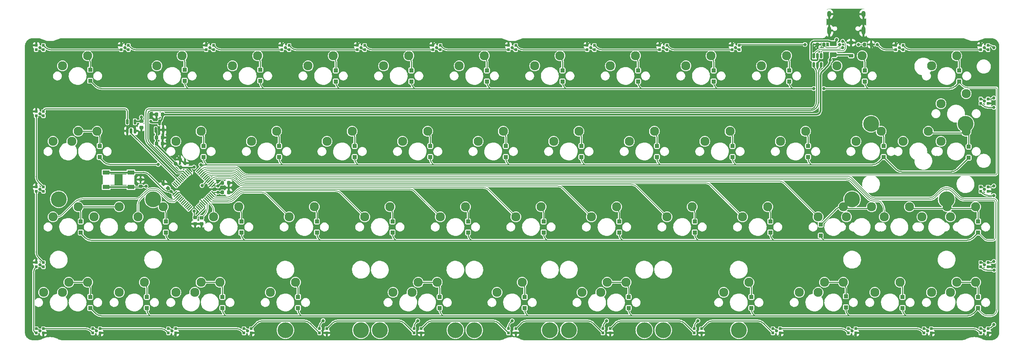
<source format=gbr>
%TF.GenerationSoftware,KiCad,Pcbnew,(7.0.0)*%
%TF.CreationDate,2023-09-29T19:41:41+02:00*%
%TF.ProjectId,mekanical,6d656b61-6e69-4636-916c-2e6b69636164,rev?*%
%TF.SameCoordinates,Original*%
%TF.FileFunction,Copper,L2,Bot*%
%TF.FilePolarity,Positive*%
%FSLAX46Y46*%
G04 Gerber Fmt 4.6, Leading zero omitted, Abs format (unit mm)*
G04 Created by KiCad (PCBNEW (7.0.0)) date 2023-09-29 19:41:41*
%MOMM*%
%LPD*%
G01*
G04 APERTURE LIST*
G04 Aperture macros list*
%AMRoundRect*
0 Rectangle with rounded corners*
0 $1 Rounding radius*
0 $2 $3 $4 $5 $6 $7 $8 $9 X,Y pos of 4 corners*
0 Add a 4 corners polygon primitive as box body*
4,1,4,$2,$3,$4,$5,$6,$7,$8,$9,$2,$3,0*
0 Add four circle primitives for the rounded corners*
1,1,$1+$1,$2,$3*
1,1,$1+$1,$4,$5*
1,1,$1+$1,$6,$7*
1,1,$1+$1,$8,$9*
0 Add four rect primitives between the rounded corners*
20,1,$1+$1,$2,$3,$4,$5,0*
20,1,$1+$1,$4,$5,$6,$7,0*
20,1,$1+$1,$6,$7,$8,$9,0*
20,1,$1+$1,$8,$9,$2,$3,0*%
G04 Aperture macros list end*
%TA.AperFunction,ComponentPad*%
%ADD10O,1.000000X2.100000*%
%TD*%
%TA.AperFunction,ComponentPad*%
%ADD11O,1.000000X1.600000*%
%TD*%
%TA.AperFunction,ComponentPad*%
%ADD12C,2.300000*%
%TD*%
%TA.AperFunction,ComponentPad*%
%ADD13C,4.000000*%
%TD*%
%TA.AperFunction,SMDPad,CuDef*%
%ADD14RoundRect,0.105000X-0.245000X-0.245000X0.245000X-0.245000X0.245000X0.245000X-0.245000X0.245000X0*%
%TD*%
%TA.AperFunction,SMDPad,CuDef*%
%ADD15RoundRect,0.250000X0.300000X-0.300000X0.300000X0.300000X-0.300000X0.300000X-0.300000X-0.300000X0*%
%TD*%
%TA.AperFunction,SMDPad,CuDef*%
%ADD16RoundRect,0.105000X0.245000X0.245000X-0.245000X0.245000X-0.245000X-0.245000X0.245000X-0.245000X0*%
%TD*%
%TA.AperFunction,SMDPad,CuDef*%
%ADD17RoundRect,0.200000X-0.200000X-0.275000X0.200000X-0.275000X0.200000X0.275000X-0.200000X0.275000X0*%
%TD*%
%TA.AperFunction,SMDPad,CuDef*%
%ADD18RoundRect,0.200000X0.200000X0.275000X-0.200000X0.275000X-0.200000X-0.275000X0.200000X-0.275000X0*%
%TD*%
%TA.AperFunction,SMDPad,CuDef*%
%ADD19RoundRect,0.150000X0.150000X-0.512500X0.150000X0.512500X-0.150000X0.512500X-0.150000X-0.512500X0*%
%TD*%
%TA.AperFunction,SMDPad,CuDef*%
%ADD20R,1.800000X1.100000*%
%TD*%
%TA.AperFunction,SMDPad,CuDef*%
%ADD21RoundRect,0.225000X-0.250000X0.225000X-0.250000X-0.225000X0.250000X-0.225000X0.250000X0.225000X0*%
%TD*%
%TA.AperFunction,SMDPad,CuDef*%
%ADD22RoundRect,0.225000X0.335876X0.017678X0.017678X0.335876X-0.335876X-0.017678X-0.017678X-0.335876X0*%
%TD*%
%TA.AperFunction,SMDPad,CuDef*%
%ADD23RoundRect,0.225000X0.375000X-0.225000X0.375000X0.225000X-0.375000X0.225000X-0.375000X-0.225000X0*%
%TD*%
%TA.AperFunction,SMDPad,CuDef*%
%ADD24RoundRect,0.225000X-0.225000X-0.250000X0.225000X-0.250000X0.225000X0.250000X-0.225000X0.250000X0*%
%TD*%
%TA.AperFunction,SMDPad,CuDef*%
%ADD25RoundRect,0.075000X0.521491X-0.415425X-0.415425X0.521491X-0.521491X0.415425X0.415425X-0.521491X0*%
%TD*%
%TA.AperFunction,SMDPad,CuDef*%
%ADD26RoundRect,0.075000X0.521491X0.415425X0.415425X0.521491X-0.521491X-0.415425X-0.415425X-0.521491X0*%
%TD*%
%TA.AperFunction,SMDPad,CuDef*%
%ADD27RoundRect,0.150000X0.150000X-0.587500X0.150000X0.587500X-0.150000X0.587500X-0.150000X-0.587500X0*%
%TD*%
%TA.AperFunction,SMDPad,CuDef*%
%ADD28RoundRect,0.225000X0.225000X0.250000X-0.225000X0.250000X-0.225000X-0.250000X0.225000X-0.250000X0*%
%TD*%
%TA.AperFunction,SMDPad,CuDef*%
%ADD29RoundRect,0.200000X0.275000X-0.200000X0.275000X0.200000X-0.275000X0.200000X-0.275000X-0.200000X0*%
%TD*%
%TA.AperFunction,SMDPad,CuDef*%
%ADD30RoundRect,0.225000X0.017678X-0.335876X0.335876X-0.017678X-0.017678X0.335876X-0.335876X0.017678X0*%
%TD*%
%TA.AperFunction,SMDPad,CuDef*%
%ADD31RoundRect,0.225000X0.250000X-0.225000X0.250000X0.225000X-0.250000X0.225000X-0.250000X-0.225000X0*%
%TD*%
%TA.AperFunction,SMDPad,CuDef*%
%ADD32RoundRect,0.250000X-0.625000X0.375000X-0.625000X-0.375000X0.625000X-0.375000X0.625000X0.375000X0*%
%TD*%
%TA.AperFunction,ViaPad*%
%ADD33C,0.800000*%
%TD*%
%TA.AperFunction,Conductor*%
%ADD34C,0.250000*%
%TD*%
%TA.AperFunction,Conductor*%
%ADD35C,0.200000*%
%TD*%
%TA.AperFunction,Conductor*%
%ADD36C,0.381000*%
%TD*%
G04 APERTURE END LIST*
D10*
%TO.P,J2,S1,SHIELD*%
%TO.N,GND*%
X238589114Y-29855155D03*
D11*
X238589114Y-25675155D03*
D10*
X229949114Y-29855155D03*
D11*
X229949114Y-25675155D03*
%TD*%
D12*
%TO.P,MX50,1,1*%
%TO.N,COL9*%
X227171250Y-95885000D03*
%TO.P,MX50,2,2*%
%TO.N,Net-(D44-A)*%
X233521250Y-93345000D03*
%TD*%
%TO.P,MX23,1,1*%
%TO.N,COL10*%
X236696250Y-57785000D03*
%TO.P,MX23,2,2*%
%TO.N,Net-(D23-A)*%
X243046250Y-55245000D03*
%TD*%
%TO.P,MX51,1,1*%
%TO.N,COL11*%
X255746250Y-95885000D03*
%TO.P,MX51,2,2*%
%TO.N,Net-(D46-A)*%
X262096250Y-93345000D03*
%TD*%
%TO.P,MX39,1,1*%
%TO.N,COL2*%
X70008750Y-95885000D03*
%TO.P,MX39,2,2*%
%TO.N,Net-(D39-A)*%
X76358750Y-93345000D03*
%TD*%
%TO.P,MXshift2.25,1,1*%
%TO.N,COL0*%
X44608750Y-76835000D03*
%TO.P,MXshift2.25,2,2*%
%TO.N,Net-(D25-A)*%
X50958750Y-74295000D03*
%TD*%
%TO.P,MX27,1,1*%
%TO.N,COL2*%
X74771250Y-76835000D03*
%TO.P,MX27,2,2*%
%TO.N,Net-(D27-A)*%
X81121250Y-74295000D03*
%TD*%
%TO.P,MX11,1,1*%
%TO.N,COL10*%
X231933750Y-38735000D03*
%TO.P,MX11,2,2*%
%TO.N,Net-(D11-A)*%
X238283750Y-36195000D03*
%TD*%
%TO.P,MXenter2.25,1,1*%
%TO.N,COL11*%
X248602500Y-57785000D03*
%TO.P,MXenter2.25,2,2*%
%TO.N,Net-(D24-A)*%
X254952500Y-55245000D03*
%TD*%
D13*
%TO.P,S1,*%
%TO.N,*%
X207168750Y-105410000D03*
X92868750Y-105410000D03*
%TD*%
D12*
%TO.P,MX31,1,1*%
%TO.N,COL6*%
X150971250Y-76835000D03*
%TO.P,MX31,2,2*%
%TO.N,Net-(D31-A)*%
X157321250Y-74295000D03*
%TD*%
%TO.P,MX16,1,1*%
%TO.N,COL3*%
X103346250Y-57785000D03*
%TO.P,MX16,2,2*%
%TO.N,Net-(D16-A)*%
X109696250Y-55245000D03*
%TD*%
%TO.P,MX47,1,1*%
%TO.N,COL11*%
X260508750Y-76835000D03*
%TO.P,MX47,2,2*%
%TO.N,Net-(D36-A)*%
X266858750Y-74295000D03*
%TD*%
%TO.P,MX35,1,1*%
%TO.N,COL10*%
X227171250Y-76835000D03*
%TO.P,MX35,2,2*%
%TO.N,Net-(D35-A)*%
X233521250Y-74295000D03*
%TD*%
%TO.P,MXsplit2.75(1)1,1,1*%
%TO.N,COL7*%
X167640000Y-95885000D03*
%TO.P,MXsplit2.75(1)1,2,2*%
%TO.N,Net-(D47-A)*%
X173990000Y-93345000D03*
%TD*%
D13*
%TO.P,shift2.25,*%
%TO.N,*%
X35718750Y-72390000D03*
X59531250Y-72390000D03*
%TD*%
D12*
%TO.P,MX8,1,1*%
%TO.N,COL7*%
X174783750Y-38735000D03*
%TO.P,MX8,2,2*%
%TO.N,Net-(D8-A)*%
X181133750Y-36195000D03*
%TD*%
%TO.P,MX13,1,1*%
%TO.N,COL0*%
X39052500Y-57785000D03*
%TO.P,MX13,2,2*%
%TO.N,Net-(D13-A)*%
X45402500Y-55245000D03*
%TD*%
%TO.P,MX32,1,1*%
%TO.N,COL7*%
X170021250Y-76835000D03*
%TO.P,MX32,2,2*%
%TO.N,Net-(D32-A)*%
X176371250Y-74295000D03*
%TD*%
%TO.P,MXISO1,1,1*%
%TO.N,COL11*%
X258127500Y-48260000D03*
%TO.P,MXISO1,2,2*%
%TO.N,Net-(D12-A)*%
X264477500Y-45720000D03*
%TD*%
%TO.P,MX21,1,1*%
%TO.N,COL8*%
X198596250Y-57785000D03*
%TO.P,MX21,2,2*%
%TO.N,Net-(D21-A)*%
X204946250Y-55245000D03*
%TD*%
%TO.P,MXsplit2.75,1,1*%
%TO.N,COL5*%
X124777500Y-95885000D03*
%TO.P,MXsplit2.75,2,2*%
%TO.N,Net-(D40-A)*%
X131127500Y-93345000D03*
%TD*%
%TO.P,MX4,1,1*%
%TO.N,COL3*%
X98583750Y-38735000D03*
%TO.P,MX4,2,2*%
%TO.N,Net-(D4-A)*%
X104933750Y-36195000D03*
%TD*%
%TO.P,MX41,1,1*%
%TO.N,COL3*%
X89058750Y-95885000D03*
%TO.P,MX41,2,2*%
%TO.N,Net-(D41-A)*%
X95408750Y-93345000D03*
%TD*%
%TO.P,MX30,1,1*%
%TO.N,COL5*%
X131921250Y-76835000D03*
%TO.P,MX30,2,2*%
%TO.N,Net-(D30-A)*%
X138271250Y-74295000D03*
%TD*%
%TO.P,MX1,1,1*%
%TO.N,COL0*%
X36671250Y-38735000D03*
%TO.P,MX1,2,2*%
%TO.N,Net-(D1-A)*%
X43021250Y-36195000D03*
%TD*%
%TO.P,MX34,1,1*%
%TO.N,COL9*%
X208121250Y-76835000D03*
%TO.P,MX34,2,2*%
%TO.N,Net-(D34-A)*%
X214471250Y-74295000D03*
%TD*%
%TO.P,MX25,1,1*%
%TO.N,COL0*%
X34290000Y-76835000D03*
%TO.P,MX25,2,2*%
%TO.N,Net-(D25-A)*%
X40640000Y-74295000D03*
%TD*%
D13*
%TO.P,enter2.25,*%
%TO.N,*%
X240506250Y-53340000D03*
X264318750Y-53340000D03*
%TD*%
D12*
%TO.P,MX29,1,1*%
%TO.N,COL4*%
X112871250Y-76835000D03*
%TO.P,MX29,2,2*%
%TO.N,Net-(D29-A)*%
X119221250Y-74295000D03*
%TD*%
%TO.P,MX22,1,1*%
%TO.N,COL9*%
X217646250Y-57785000D03*
%TO.P,MX22,2,2*%
%TO.N,Net-(D22-A)*%
X223996250Y-55245000D03*
%TD*%
%TO.P,MX17,1,1*%
%TO.N,COL4*%
X122396250Y-57785000D03*
%TO.P,MX17,2,2*%
%TO.N,Net-(D17-A)*%
X128746250Y-55245000D03*
%TD*%
%TO.P,MX42,1,1*%
%TO.N,COL6*%
X146208750Y-95885000D03*
%TO.P,MX42,2,2*%
%TO.N,Net-(D42-A)*%
X152558750Y-93345000D03*
%TD*%
D13*
%TO.P,S4,*%
%TO.N,*%
X135731250Y-105410000D03*
X111918750Y-105410000D03*
%TD*%
D12*
%TO.P,MX49,1,1*%
%TO.N,COL2*%
X65246250Y-95885000D03*
%TO.P,MX49,2,2*%
%TO.N,Net-(D39-A)*%
X71596250Y-93345000D03*
%TD*%
%TO.P,MX40,1,1*%
%TO.N,COL10*%
X234315000Y-76835000D03*
%TO.P,MX40,2,2*%
%TO.N,Net-(D35-A)*%
X240665000Y-74295000D03*
%TD*%
%TO.P,MX26,1,1*%
%TO.N,COL1*%
X55721250Y-76835000D03*
%TO.P,MX26,2,2*%
%TO.N,Net-(D26-A)*%
X62071250Y-74295000D03*
%TD*%
%TO.P,MX3,1,1*%
%TO.N,COL2*%
X79533750Y-38735000D03*
%TO.P,MX3,2,2*%
%TO.N,Net-(D3-A)*%
X85883750Y-36195000D03*
%TD*%
D13*
%TO.P,S2,*%
%TO.N,*%
X188118750Y-105410000D03*
X164306250Y-105410000D03*
%TD*%
D12*
%TO.P,MX36,1,1*%
%TO.N,COL11*%
X253365000Y-76835000D03*
%TO.P,MX36,2,2*%
%TO.N,Net-(D36-A)*%
X259715000Y-74295000D03*
%TD*%
%TO.P,MX24,1,1*%
%TO.N,COL11*%
X258127500Y-57785000D03*
%TO.P,MX24,2,2*%
%TO.N,Net-(D24-A)*%
X264477500Y-55245000D03*
%TD*%
D13*
%TO.P,S5,*%
%TO.N,*%
X183356250Y-105410000D03*
X159543750Y-105410000D03*
%TD*%
D12*
%TO.P,MX33,1,1*%
%TO.N,COL8*%
X189071250Y-76835000D03*
%TO.P,MX33,2,2*%
%TO.N,Net-(D33-A)*%
X195421250Y-74295000D03*
%TD*%
%TO.P,MX5,1,1*%
%TO.N,COL4*%
X117633750Y-38735000D03*
%TO.P,MX5,2,2*%
%TO.N,Net-(D5-A)*%
X123983750Y-36195000D03*
%TD*%
%TO.P,MX44,1,1*%
%TO.N,COL9*%
X222408750Y-95885000D03*
%TO.P,MX44,2,2*%
%TO.N,Net-(D44-A)*%
X228758750Y-93345000D03*
%TD*%
D13*
%TO.P,S3,*%
%TO.N,*%
X140493750Y-105410000D03*
X116681250Y-105410000D03*
%TD*%
D12*
%TO.P,MXsplit2.25(1)1,1,1*%
%TO.N,COL5*%
X120015000Y-95885000D03*
%TO.P,MXsplit2.25(1)1,2,2*%
%TO.N,Net-(D40-A)*%
X126365000Y-93345000D03*
%TD*%
%TO.P,MX28,1,1*%
%TO.N,COL3*%
X93821250Y-76835000D03*
%TO.P,MX28,2,2*%
%TO.N,Net-(D28-A)*%
X100171250Y-74295000D03*
%TD*%
%TO.P,MX18,1,1*%
%TO.N,COL5*%
X141446250Y-57785000D03*
%TO.P,MX18,2,2*%
%TO.N,Net-(D18-A)*%
X147796250Y-55245000D03*
%TD*%
%TO.P,MXcaps1,1,1*%
%TO.N,COL0*%
X34290000Y-57785000D03*
%TO.P,MXcaps1,2,2*%
%TO.N,Net-(D13-A)*%
X40640000Y-55245000D03*
%TD*%
%TO.P,MX48,1,1*%
%TO.N,COL0*%
X36671250Y-95885000D03*
%TO.P,MX48,2,2*%
%TO.N,Net-(D37-A)*%
X43021250Y-93345000D03*
%TD*%
%TO.P,MX15,1,1*%
%TO.N,COL2*%
X84296250Y-57785000D03*
%TO.P,MX15,2,2*%
%TO.N,Net-(D15-A)*%
X90646250Y-55245000D03*
%TD*%
%TO.P,MX46,1,1*%
%TO.N,COL11*%
X260508750Y-95885000D03*
%TO.P,MX46,2,2*%
%TO.N,Net-(D46-A)*%
X266858750Y-93345000D03*
%TD*%
%TO.P,MX37,1,1*%
%TO.N,COL0*%
X31908750Y-95885000D03*
%TO.P,MX37,2,2*%
%TO.N,Net-(D37-A)*%
X38258750Y-93345000D03*
%TD*%
D13*
%TO.P,shift2.75,*%
%TO.N,*%
X235743750Y-72390000D03*
X259556250Y-72390000D03*
%TD*%
D12*
%TO.P,MX10,1,1*%
%TO.N,COL9*%
X212883750Y-38735000D03*
%TO.P,MX10,2,2*%
%TO.N,Net-(D10-A)*%
X219233750Y-36195000D03*
%TD*%
%TO.P,MX9,1,1*%
%TO.N,COL8*%
X193833750Y-38735000D03*
%TO.P,MX9,2,2*%
%TO.N,Net-(D9-A)*%
X200183750Y-36195000D03*
%TD*%
%TO.P,MX45,1,1*%
%TO.N,COL10*%
X241458750Y-95885000D03*
%TO.P,MX45,2,2*%
%TO.N,Net-(D45-A)*%
X247808750Y-93345000D03*
%TD*%
%TO.P,MX20,1,1*%
%TO.N,COL7*%
X179546250Y-57785000D03*
%TO.P,MX20,2,2*%
%TO.N,Net-(D20-A)*%
X185896250Y-55245000D03*
%TD*%
%TO.P,MX6,1,1*%
%TO.N,COL5*%
X136683750Y-38735000D03*
%TO.P,MX6,2,2*%
%TO.N,Net-(D6-A)*%
X143033750Y-36195000D03*
%TD*%
%TO.P,MXshift2.75,1,1*%
%TO.N,COL11*%
X243840000Y-76835000D03*
%TO.P,MXshift2.75,2,2*%
%TO.N,Net-(D36-A)*%
X250190000Y-74295000D03*
%TD*%
%TO.P,MX12,1,1*%
%TO.N,COL11*%
X255746250Y-38735000D03*
%TO.P,MX12,2,2*%
%TO.N,Net-(D12-A)*%
X262096250Y-36195000D03*
%TD*%
%TO.P,MX19,1,1*%
%TO.N,COL6*%
X160496250Y-57785000D03*
%TO.P,MX19,2,2*%
%TO.N,Net-(D19-A)*%
X166846250Y-55245000D03*
%TD*%
%TO.P,MXsplit2.25,1,1*%
%TO.N,COL7*%
X172402500Y-95885000D03*
%TO.P,MXsplit2.25,2,2*%
%TO.N,Net-(D47-A)*%
X178752500Y-93345000D03*
%TD*%
%TO.P,MX7,1,1*%
%TO.N,COL6*%
X155733750Y-38735000D03*
%TO.P,MX7,2,2*%
%TO.N,Net-(D7-A)*%
X162083750Y-36195000D03*
%TD*%
%TO.P,MX14,1,1*%
%TO.N,COL1*%
X65246250Y-57785000D03*
%TO.P,MX14,2,2*%
%TO.N,Net-(D14-A)*%
X71596250Y-55245000D03*
%TD*%
%TO.P,MX43,1,1*%
%TO.N,COL8*%
X203358750Y-95885000D03*
%TO.P,MX43,2,2*%
%TO.N,Net-(D43-A)*%
X209708750Y-93345000D03*
%TD*%
%TO.P,MX38,1,1*%
%TO.N,COL1*%
X50958750Y-95885000D03*
%TO.P,MX38,2,2*%
%TO.N,Net-(D38-A)*%
X57308750Y-93345000D03*
%TD*%
%TO.P,MX2,1,1*%
%TO.N,COL1*%
X60483750Y-38735000D03*
%TO.P,MX2,2,2*%
%TO.N,Net-(D2-A)*%
X66833750Y-36195000D03*
%TD*%
D14*
%TO.P,LED2,1,DOUT*%
%TO.N,Net-(LED2-DOUT)*%
X30041250Y-70400000D03*
%TO.P,LED2,2,VSS*%
%TO.N,GND*%
X30041250Y-69300000D03*
%TO.P,LED2,3,DIN*%
%TO.N,Net-(LED1-DOUT)*%
X31871250Y-69300000D03*
%TO.P,LED2,4,VDD*%
%TO.N,+5V*%
X31871250Y-70400000D03*
%TD*%
D15*
%TO.P,D29,1,K*%
%TO.N,ROW2*%
X119856250Y-80775000D03*
%TO.P,D29,2,A*%
%TO.N,Net-(D29-A)*%
X119856250Y-77975000D03*
%TD*%
%TO.P,D36,1,K*%
%TO.N,ROW2*%
X267493750Y-80775000D03*
%TO.P,D36,2,A*%
%TO.N,Net-(D36-A)*%
X267493750Y-77975000D03*
%TD*%
%TO.P,D13,1,K*%
%TO.N,ROW1*%
X46037500Y-61725000D03*
%TO.P,D13,2,A*%
%TO.N,Net-(D13-A)*%
X46037500Y-58925000D03*
%TD*%
D14*
%TO.P,LED23,1,DOUT*%
%TO.N,Net-(LED23-DOUT)*%
X149103750Y-34681250D03*
%TO.P,LED23,2,VSS*%
%TO.N,GND*%
X149103750Y-33581250D03*
%TO.P,LED23,3,DIN*%
%TO.N,Net-(LED22-DOUT)*%
X150933750Y-33581250D03*
%TO.P,LED23,4,VDD*%
%TO.N,+5V*%
X150933750Y-34681250D03*
%TD*%
D15*
%TO.P,D40,1,K*%
%TO.N,ROW3*%
X131762500Y-99825000D03*
%TO.P,D40,2,A*%
%TO.N,Net-(D40-A)*%
X131762500Y-97025000D03*
%TD*%
D16*
%TO.P,LED11,1,DOUT*%
%TO.N,Net-(LED11-DOUT)*%
X197765000Y-105018750D03*
%TO.P,LED11,2,VSS*%
%TO.N,GND*%
X197765000Y-106118750D03*
%TO.P,LED11,3,DIN*%
%TO.N,Net-(LED10-DOUT)*%
X195935000Y-106118750D03*
%TO.P,LED11,4,VDD*%
%TO.N,+5V*%
X195935000Y-105018750D03*
%TD*%
D15*
%TO.P,D20,1,K*%
%TO.N,ROW1*%
X186531250Y-61725000D03*
%TO.P,D20,2,A*%
%TO.N,Net-(D20-A)*%
X186531250Y-58925000D03*
%TD*%
%TO.P,D26,1,K*%
%TO.N,ROW2*%
X62706250Y-80775000D03*
%TO.P,D26,2,A*%
%TO.N,Net-(D26-A)*%
X62706250Y-77975000D03*
%TD*%
D17*
%TO.P,R1,1*%
%TO.N,/CC1*%
X238887500Y-33337500D03*
%TO.P,R1,2*%
%TO.N,GND*%
X240537500Y-33337500D03*
%TD*%
D15*
%TO.P,D22,1,K*%
%TO.N,ROW1*%
X224631250Y-61725000D03*
%TO.P,D22,2,A*%
%TO.N,Net-(D22-A)*%
X224631250Y-58925000D03*
%TD*%
D16*
%TO.P,LED5,1,DOUT*%
%TO.N,Net-(LED5-DOUT)*%
X46158750Y-105018750D03*
%TO.P,LED5,2,VSS*%
%TO.N,GND*%
X46158750Y-106118750D03*
%TO.P,LED5,3,DIN*%
%TO.N,Net-(LED4-DOUT)*%
X44328750Y-106118750D03*
%TO.P,LED5,4,VDD*%
%TO.N,+5V*%
X44328750Y-105018750D03*
%TD*%
D14*
%TO.P,LED25,1,DOUT*%
%TO.N,Net-(LED25-DOUT)*%
X91953750Y-34681250D03*
%TO.P,LED25,2,VSS*%
%TO.N,GND*%
X91953750Y-33581250D03*
%TO.P,LED25,3,DIN*%
%TO.N,Net-(LED24-DOUT)*%
X93783750Y-33581250D03*
%TO.P,LED25,4,VDD*%
%TO.N,+5V*%
X93783750Y-34681250D03*
%TD*%
D16*
%TO.P,LED10,1,DOUT*%
%TO.N,Net-(LED10-DOUT)*%
X174746250Y-105018750D03*
%TO.P,LED10,2,VSS*%
%TO.N,GND*%
X174746250Y-106118750D03*
%TO.P,LED10,3,DIN*%
%TO.N,Net-(LED10-DIN)*%
X172916250Y-106118750D03*
%TO.P,LED10,4,VDD*%
%TO.N,+5V*%
X172916250Y-105018750D03*
%TD*%
D15*
%TO.P,D32,1,K*%
%TO.N,ROW2*%
X177006250Y-80775000D03*
%TO.P,D32,2,A*%
%TO.N,Net-(D32-A)*%
X177006250Y-77975000D03*
%TD*%
D18*
%TO.P,R2,1*%
%TO.N,/CC2*%
X228631250Y-33337500D03*
%TO.P,R2,2*%
%TO.N,GND*%
X226981250Y-33337500D03*
%TD*%
D14*
%TO.P,LED30,1,DOUT*%
%TO.N,Net-(LED24-DIN)*%
X130053750Y-34681250D03*
%TO.P,LED30,2,VSS*%
%TO.N,GND*%
X130053750Y-33581250D03*
%TO.P,LED30,3,DIN*%
%TO.N,Net-(LED23-DOUT)*%
X131883750Y-33581250D03*
%TO.P,LED30,4,VDD*%
%TO.N,+5V*%
X131883750Y-34681250D03*
%TD*%
%TO.P,LED21,1,DOUT*%
%TO.N,Net-(LED21-DOUT)*%
X187203750Y-34681250D03*
%TO.P,LED21,2,VSS*%
%TO.N,GND*%
X187203750Y-33581250D03*
%TO.P,LED21,3,DIN*%
%TO.N,Net-(LED20-DOUT)*%
X189033750Y-33581250D03*
%TO.P,LED21,4,VDD*%
%TO.N,+5V*%
X189033750Y-34681250D03*
%TD*%
D16*
%TO.P,LED14,1,DOUT*%
%TO.N,Net-(LED14-DOUT)*%
X269996250Y-105018750D03*
%TO.P,LED14,2,VSS*%
%TO.N,GND*%
X269996250Y-106118750D03*
%TO.P,LED14,3,DIN*%
%TO.N,Net-(LED13-DOUT)*%
X268166250Y-106118750D03*
%TO.P,LED14,4,VDD*%
%TO.N,+5V*%
X268166250Y-105018750D03*
%TD*%
D15*
%TO.P,D15,1,K*%
%TO.N,ROW1*%
X91281250Y-61725000D03*
%TO.P,D15,2,A*%
%TO.N,Net-(D15-A)*%
X91281250Y-58925000D03*
%TD*%
%TO.P,D41,1,K*%
%TO.N,ROW3*%
X96043750Y-99825000D03*
%TO.P,D41,2,A*%
%TO.N,Net-(D41-A)*%
X96043750Y-97025000D03*
%TD*%
D16*
%TO.P,LED7,1,DOUT*%
%TO.N,Net-(LED7-DOUT)*%
X84258750Y-105018750D03*
%TO.P,LED7,2,VSS*%
%TO.N,GND*%
X84258750Y-106118750D03*
%TO.P,LED7,3,DIN*%
%TO.N,Net-(LED6-DOUT)*%
X82428750Y-106118750D03*
%TO.P,LED7,4,VDD*%
%TO.N,+5V*%
X82428750Y-105018750D03*
%TD*%
%TO.P,LED12,1,DOUT*%
%TO.N,Net-(LED12-DOUT)*%
X217608750Y-105018750D03*
%TO.P,LED12,2,VSS*%
%TO.N,GND*%
X217608750Y-106118750D03*
%TO.P,LED12,3,DIN*%
%TO.N,Net-(LED11-DOUT)*%
X215778750Y-106118750D03*
%TO.P,LED12,4,VDD*%
%TO.N,+5V*%
X215778750Y-105018750D03*
%TD*%
D14*
%TO.P,LED20,1,DOUT*%
%TO.N,Net-(LED20-DOUT)*%
X205460000Y-34681250D03*
%TO.P,LED20,2,VSS*%
%TO.N,GND*%
X205460000Y-33581250D03*
%TO.P,LED20,3,DIN*%
%TO.N,Net-(LED19-DOUT)*%
X207290000Y-33581250D03*
%TO.P,LED20,4,VDD*%
%TO.N,+5V*%
X207290000Y-34681250D03*
%TD*%
D15*
%TO.P,D31,1,K*%
%TO.N,ROW2*%
X157956250Y-80775000D03*
%TO.P,D31,2,A*%
%TO.N,Net-(D31-A)*%
X157956250Y-77975000D03*
%TD*%
%TO.P,D21,1,K*%
%TO.N,ROW1*%
X205581250Y-61725000D03*
%TO.P,D21,2,A*%
%TO.N,Net-(D21-A)*%
X205581250Y-58925000D03*
%TD*%
%TO.P,D4,1,K*%
%TO.N,ROW0*%
X105568750Y-42675000D03*
%TO.P,D4,2,A*%
%TO.N,Net-(D4-A)*%
X105568750Y-39875000D03*
%TD*%
%TO.P,D9,1,K*%
%TO.N,ROW0*%
X200818750Y-42675000D03*
%TO.P,D9,2,A*%
%TO.N,Net-(D9-A)*%
X200818750Y-39875000D03*
%TD*%
D16*
%TO.P,LED6,1,DOUT*%
%TO.N,Net-(LED6-DOUT)*%
X65208750Y-105018750D03*
%TO.P,LED6,2,VSS*%
%TO.N,GND*%
X65208750Y-106118750D03*
%TO.P,LED6,3,DIN*%
%TO.N,Net-(LED5-DOUT)*%
X63378750Y-106118750D03*
%TO.P,LED6,4,VDD*%
%TO.N,+5V*%
X63378750Y-105018750D03*
%TD*%
D15*
%TO.P,D34,1,K*%
%TO.N,ROW2*%
X215106250Y-80775000D03*
%TO.P,D34,2,A*%
%TO.N,Net-(D34-A)*%
X215106250Y-77975000D03*
%TD*%
%TO.P,D24,1,K*%
%TO.N,ROW1*%
X265112500Y-61912500D03*
%TO.P,D24,2,A*%
%TO.N,Net-(D24-A)*%
X265112500Y-59112500D03*
%TD*%
%TO.P,D27,1,K*%
%TO.N,ROW2*%
X81756250Y-80775000D03*
%TO.P,D27,2,A*%
%TO.N,Net-(D27-A)*%
X81756250Y-77975000D03*
%TD*%
D16*
%TO.P,LED16,1,DOUT*%
%TO.N,Net-(LED16-DOUT)*%
X269996250Y-69300000D03*
%TO.P,LED16,2,VSS*%
%TO.N,GND*%
X269996250Y-70400000D03*
%TO.P,LED16,3,DIN*%
%TO.N,Net-(LED15-DOUT)*%
X268166250Y-70400000D03*
%TO.P,LED16,4,VDD*%
%TO.N,+5V*%
X268166250Y-69300000D03*
%TD*%
D15*
%TO.P,D16,1,K*%
%TO.N,ROW1*%
X110331250Y-61725000D03*
%TO.P,D16,2,A*%
%TO.N,Net-(D16-A)*%
X110331250Y-58925000D03*
%TD*%
D14*
%TO.P,LED26,1,DOUT*%
%TO.N,Net-(LED26-DOUT)*%
X72903750Y-34681250D03*
%TO.P,LED26,2,VSS*%
%TO.N,GND*%
X72903750Y-33581250D03*
%TO.P,LED26,3,DIN*%
%TO.N,Net-(LED25-DOUT)*%
X74733750Y-33581250D03*
%TO.P,LED26,4,VDD*%
%TO.N,+5V*%
X74733750Y-34681250D03*
%TD*%
D15*
%TO.P,D3,1,K*%
%TO.N,ROW0*%
X86518750Y-42487500D03*
%TO.P,D3,2,A*%
%TO.N,Net-(D3-A)*%
X86518750Y-39687500D03*
%TD*%
D19*
%TO.P,U4,1*%
%TO.N,GND*%
X54925000Y-55112500D03*
%TO.P,U4,2*%
%TO.N,RGB MCU*%
X53975000Y-55112500D03*
%TO.P,U4,3,GND*%
%TO.N,GND*%
X53025000Y-55112500D03*
%TO.P,U4,4*%
%TO.N,rgb underglow*%
X53025000Y-52837500D03*
%TO.P,U4,5,VCC*%
%TO.N,+5V*%
X54925000Y-52837500D03*
%TD*%
D15*
%TO.P,D42,1,K*%
%TO.N,ROW3*%
X153193750Y-99825000D03*
%TO.P,D42,2,A*%
%TO.N,Net-(D42-A)*%
X153193750Y-97025000D03*
%TD*%
%TO.P,D28,1,K*%
%TO.N,ROW2*%
X100806250Y-80775000D03*
%TO.P,D28,2,A*%
%TO.N,Net-(D28-A)*%
X100806250Y-77975000D03*
%TD*%
D20*
%TO.P,SW2,1,1*%
%TO.N,+3V3*%
X53899999Y-65618749D03*
X47699999Y-65618749D03*
%TO.P,SW2,2,2*%
%TO.N,BOOT0*%
X53899999Y-69318749D03*
X47699999Y-69318749D03*
%TD*%
D15*
%TO.P,D10,1,K*%
%TO.N,ROW0*%
X219868750Y-42675000D03*
%TO.P,D10,2,A*%
%TO.N,Net-(D10-A)*%
X219868750Y-39875000D03*
%TD*%
D14*
%TO.P,LED31,1,DOUT*%
%TO.N,Net-(LED27-DIN)*%
X51472500Y-34681250D03*
%TO.P,LED31,2,VSS*%
%TO.N,GND*%
X51472500Y-33581250D03*
%TO.P,LED31,3,DIN*%
%TO.N,Net-(LED26-DOUT)*%
X53302500Y-33581250D03*
%TO.P,LED31,4,VDD*%
%TO.N,+5V*%
X53302500Y-34681250D03*
%TD*%
D16*
%TO.P,LED8,1,DOUT*%
%TO.N,Net-(LED8-DOUT)*%
X103308750Y-105018750D03*
%TO.P,LED8,2,VSS*%
%TO.N,GND*%
X103308750Y-106118750D03*
%TO.P,LED8,3,DIN*%
%TO.N,Net-(LED7-DOUT)*%
X101478750Y-106118750D03*
%TO.P,LED8,4,VDD*%
%TO.N,+5V*%
X101478750Y-105018750D03*
%TD*%
D21*
%TO.P,C8,1*%
%TO.N,+3V3*%
X70105094Y-77012500D03*
%TO.P,C8,2*%
%TO.N,GND*%
X70105094Y-78562500D03*
%TD*%
D22*
%TO.P,C5,1*%
%TO.N,+3V3*%
X63254258Y-69604258D03*
%TO.P,C5,2*%
%TO.N,GND*%
X62158242Y-68508242D03*
%TD*%
D23*
%TO.P,D_PWR1,1,A1*%
%TO.N,+5V*%
X235493750Y-36172840D03*
%TO.P,D_PWR1,2,A2*%
%TO.N,GND*%
X235493750Y-32872840D03*
%TD*%
D15*
%TO.P,D38,1,K*%
%TO.N,ROW3*%
X57943750Y-99825000D03*
%TO.P,D38,2,A*%
%TO.N,Net-(D38-A)*%
X57943750Y-97025000D03*
%TD*%
D14*
%TO.P,LED1,1,DOUT*%
%TO.N,Net-(LED1-DOUT)*%
X30041250Y-51350000D03*
%TO.P,LED1,2,VSS*%
%TO.N,GND*%
X30041250Y-50250000D03*
%TO.P,LED1,3,DIN*%
%TO.N,rgb underglow*%
X31871250Y-50250000D03*
%TO.P,LED1,4,VDD*%
%TO.N,+5V*%
X31871250Y-51350000D03*
%TD*%
D15*
%TO.P,D43,1,K*%
%TO.N,ROW3*%
X210343750Y-99825000D03*
%TO.P,D43,2,A*%
%TO.N,Net-(D43-A)*%
X210343750Y-97025000D03*
%TD*%
%TO.P,D2,1,K*%
%TO.N,ROW0*%
X67468750Y-42487500D03*
%TO.P,D2,2,A*%
%TO.N,Net-(D2-A)*%
X67468750Y-39687500D03*
%TD*%
D24*
%TO.P,C9,1*%
%TO.N,+3V3*%
X77012500Y-70643750D03*
%TO.P,C9,2*%
%TO.N,GND*%
X78562500Y-70643750D03*
%TD*%
D15*
%TO.P,D23,1,K*%
%TO.N,ROW1*%
X243681250Y-61725000D03*
%TO.P,D23,2,A*%
%TO.N,Net-(D23-A)*%
X243681250Y-58925000D03*
%TD*%
%TO.P,D1,1,K*%
%TO.N,ROW0*%
X43656250Y-42487500D03*
%TO.P,D1,2,A*%
%TO.N,Net-(D1-A)*%
X43656250Y-39687500D03*
%TD*%
%TO.P,D39,1,K*%
%TO.N,ROW3*%
X76993750Y-99825000D03*
%TO.P,D39,2,A*%
%TO.N,Net-(D39-A)*%
X76993750Y-97025000D03*
%TD*%
%TO.P,D30,1,K*%
%TO.N,ROW2*%
X138906250Y-80775000D03*
%TO.P,D30,2,A*%
%TO.N,Net-(D30-A)*%
X138906250Y-77975000D03*
%TD*%
D14*
%TO.P,LED19,1,DOUT*%
%TO.N,Net-(LED19-DOUT)*%
X246735000Y-34681250D03*
%TO.P,LED19,2,VSS*%
%TO.N,GND*%
X246735000Y-33581250D03*
%TO.P,LED19,3,DIN*%
%TO.N,Net-(LED18-DOUT)*%
X248565000Y-33581250D03*
%TO.P,LED19,4,VDD*%
%TO.N,+5V*%
X248565000Y-34681250D03*
%TD*%
D16*
%TO.P,LED15,1,DOUT*%
%TO.N,Net-(LED15-DOUT)*%
X269996250Y-88350000D03*
%TO.P,LED15,2,VSS*%
%TO.N,GND*%
X269996250Y-89450000D03*
%TO.P,LED15,3,DIN*%
%TO.N,Net-(LED14-DOUT)*%
X268166250Y-89450000D03*
%TO.P,LED15,4,VDD*%
%TO.N,+5V*%
X268166250Y-88350000D03*
%TD*%
D25*
%TO.P,U3,1,VBAT*%
%TO.N,+3V3*%
X74737876Y-70848788D03*
%TO.P,U3,2,PC13*%
%TO.N,COL6*%
X74384322Y-71202342D03*
%TO.P,U3,3,PC14*%
%TO.N,COL5*%
X74030769Y-71555895D03*
%TO.P,U3,4,PC15*%
%TO.N,COL4*%
X73677215Y-71909449D03*
%TO.P,U3,5,PF0*%
%TO.N,COL3*%
X73323662Y-72263002D03*
%TO.P,U3,6,PF1*%
%TO.N,COL2*%
X72970109Y-72616555D03*
%TO.P,U3,7,NRST*%
%TO.N,NRST*%
X72616555Y-72970109D03*
%TO.P,U3,8,VSSA*%
%TO.N,GND*%
X72263002Y-73323662D03*
%TO.P,U3,9,VDDA*%
%TO.N,+3V3*%
X71909449Y-73677215D03*
%TO.P,U3,10,PA0*%
%TO.N,unconnected-(U3-PA0-Pad10)*%
X71555895Y-74030769D03*
%TO.P,U3,11,PA1*%
%TO.N,unconnected-(U3-PA1-Pad11)*%
X71202342Y-74384322D03*
%TO.P,U3,12,PA2*%
%TO.N,unconnected-(U3-PA2-Pad12)*%
X70848788Y-74737876D03*
D26*
%TO.P,U3,13,PA3*%
%TO.N,unconnected-(U3-PA3-Pad13)*%
X68851212Y-74737876D03*
%TO.P,U3,14,PA4*%
%TO.N,unconnected-(U3-PA4-Pad14)*%
X68497658Y-74384322D03*
%TO.P,U3,15,PA5*%
%TO.N,unconnected-(U3-PA5-Pad15)*%
X68144105Y-74030769D03*
%TO.P,U3,16,PA6*%
%TO.N,unconnected-(U3-PA6-Pad16)*%
X67790551Y-73677215D03*
%TO.P,U3,17,PA7*%
%TO.N,unconnected-(U3-PA7-Pad17)*%
X67436998Y-73323662D03*
%TO.P,U3,18,PB0*%
%TO.N,unconnected-(U3-PB0-Pad18)*%
X67083445Y-72970109D03*
%TO.P,U3,19,PB1*%
%TO.N,unconnected-(U3-PB1-Pad19)*%
X66729891Y-72616555D03*
%TO.P,U3,20,PB2*%
%TO.N,unconnected-(U3-PB2-Pad20)*%
X66376338Y-72263002D03*
%TO.P,U3,21,PB10*%
%TO.N,COL1*%
X66022785Y-71909449D03*
%TO.P,U3,22,PB11*%
%TO.N,COL0*%
X65669231Y-71555895D03*
%TO.P,U3,23,VSS*%
%TO.N,GND*%
X65315678Y-71202342D03*
%TO.P,U3,24,VDD*%
%TO.N,+3V3*%
X64962124Y-70848788D03*
D25*
%TO.P,U3,25,PB12*%
%TO.N,unconnected-(U3-PB12-Pad25)*%
X64962124Y-68851212D03*
%TO.P,U3,26,PB13*%
%TO.N,unconnected-(U3-PB13-Pad26)*%
X65315678Y-68497658D03*
%TO.P,U3,27,PB14*%
%TO.N,unconnected-(U3-PB14-Pad27)*%
X65669231Y-68144105D03*
%TO.P,U3,28,PB15*%
%TO.N,RGB MCU*%
X66022785Y-67790551D03*
%TO.P,U3,29,PA8*%
%TO.N,unconnected-(U3-PA8-Pad29)*%
X66376338Y-67436998D03*
%TO.P,U3,30,PA9*%
%TO.N,unconnected-(U3-PA9-Pad30)*%
X66729891Y-67083445D03*
%TO.P,U3,31,PA10*%
%TO.N,unconnected-(U3-PA10-Pad31)*%
X67083445Y-66729891D03*
%TO.P,U3,32,PA11*%
%TO.N,D_N*%
X67436998Y-66376338D03*
%TO.P,U3,33,PA12*%
%TO.N,D_P*%
X67790551Y-66022785D03*
%TO.P,U3,34,PA13*%
%TO.N,unconnected-(U3-PA13-Pad34)*%
X68144105Y-65669231D03*
%TO.P,U3,35,VSS*%
%TO.N,GND*%
X68497658Y-65315678D03*
%TO.P,U3,36,VDDIO2*%
%TO.N,+3V3*%
X68851212Y-64962124D03*
D26*
%TO.P,U3,37,PA14*%
%TO.N,ROW1*%
X70848788Y-64962124D03*
%TO.P,U3,38,PA15*%
%TO.N,ROW0*%
X71202342Y-65315678D03*
%TO.P,U3,39,PB3*%
%TO.N,ROW3*%
X71555895Y-65669231D03*
%TO.P,U3,40,PB4*%
%TO.N,ROW2*%
X71909449Y-66022785D03*
%TO.P,U3,41,PB5*%
%TO.N,COL11*%
X72263002Y-66376338D03*
%TO.P,U3,42,PB6*%
%TO.N,COL10*%
X72616555Y-66729891D03*
%TO.P,U3,43,PB7*%
%TO.N,COL9*%
X72970109Y-67083445D03*
%TO.P,U3,44,BOOT0*%
%TO.N,BOOT0*%
X73323662Y-67436998D03*
%TO.P,U3,45,PB8*%
%TO.N,COL8*%
X73677215Y-67790551D03*
%TO.P,U3,46,PB9*%
%TO.N,COL7*%
X74030769Y-68144105D03*
%TO.P,U3,47,VSS*%
%TO.N,GND*%
X74384322Y-68497658D03*
%TO.P,U3,48,VDD*%
%TO.N,+3V3*%
X74737876Y-68851212D03*
%TD*%
D16*
%TO.P,LED17,1,DOUT*%
%TO.N,Net-(LED17-DOUT)*%
X269996250Y-47075000D03*
%TO.P,LED17,2,VSS*%
%TO.N,GND*%
X269996250Y-48175000D03*
%TO.P,LED17,3,DIN*%
%TO.N,Net-(LED16-DOUT)*%
X268166250Y-48175000D03*
%TO.P,LED17,4,VDD*%
%TO.N,+5V*%
X268166250Y-47075000D03*
%TD*%
D15*
%TO.P,D8,1,K*%
%TO.N,ROW0*%
X181768750Y-42675000D03*
%TO.P,D8,2,A*%
%TO.N,Net-(D8-A)*%
X181768750Y-39875000D03*
%TD*%
D16*
%TO.P,LED9,1,DOUT*%
%TO.N,Net-(LED28-DIN)*%
X127121250Y-105018750D03*
%TO.P,LED9,2,VSS*%
%TO.N,GND*%
X127121250Y-106118750D03*
%TO.P,LED9,3,DIN*%
%TO.N,Net-(LED8-DOUT)*%
X125291250Y-106118750D03*
%TO.P,LED9,4,VDD*%
%TO.N,+5V*%
X125291250Y-105018750D03*
%TD*%
D27*
%TO.P,U2,1,GND*%
%TO.N,GND*%
X62068750Y-54912500D03*
%TO.P,U2,2,VO*%
%TO.N,+3V3*%
X60168750Y-54912500D03*
%TO.P,U2,3,VI*%
%TO.N,+5V*%
X61118750Y-53037500D03*
%TD*%
D15*
%TO.P,D11,1,K*%
%TO.N,ROW0*%
X238918750Y-42675000D03*
%TO.P,D11,2,A*%
%TO.N,Net-(D11-A)*%
X238918750Y-39875000D03*
%TD*%
%TO.P,D25,1,K*%
%TO.N,ROW2*%
X41275000Y-80775000D03*
%TO.P,D25,2,A*%
%TO.N,Net-(D25-A)*%
X41275000Y-77975000D03*
%TD*%
D14*
%TO.P,LED18,1,DOUT*%
%TO.N,Net-(LED18-DOUT)*%
X268166250Y-34681250D03*
%TO.P,LED18,2,VSS*%
%TO.N,GND*%
X268166250Y-33581250D03*
%TO.P,LED18,3,DIN*%
%TO.N,Net-(LED17-DOUT)*%
X269996250Y-33581250D03*
%TO.P,LED18,4,VDD*%
%TO.N,+5V*%
X269996250Y-34681250D03*
%TD*%
%TO.P,LED27,1,DOUT*%
%TO.N,unconnected-(LED27-DOUT-Pad1)*%
X30041250Y-34681250D03*
%TO.P,LED27,2,VSS*%
%TO.N,GND*%
X30041250Y-33581250D03*
%TO.P,LED27,3,DIN*%
%TO.N,Net-(LED27-DIN)*%
X31871250Y-33581250D03*
%TO.P,LED27,4,VDD*%
%TO.N,+5V*%
X31871250Y-34681250D03*
%TD*%
D15*
%TO.P,D35,1,K*%
%TO.N,ROW2*%
X227806250Y-81568750D03*
%TO.P,D35,2,A*%
%TO.N,Net-(D35-A)*%
X227806250Y-78768750D03*
%TD*%
%TO.P,D12,1,K*%
%TO.N,ROW0*%
X262731250Y-42675000D03*
%TO.P,D12,2,A*%
%TO.N,Net-(D12-A)*%
X262731250Y-39875000D03*
%TD*%
%TO.P,D6,1,K*%
%TO.N,ROW0*%
X143668750Y-42675000D03*
%TO.P,D6,2,A*%
%TO.N,Net-(D6-A)*%
X143668750Y-39875000D03*
%TD*%
D19*
%TO.P,U1,1,I/O1*%
%TO.N,D_P*%
X227962500Y-38443750D03*
%TO.P,U1,2,GND*%
%TO.N,GND*%
X227012500Y-38443750D03*
%TO.P,U1,3,I/O2*%
%TO.N,D_N*%
X226062500Y-38443750D03*
%TO.P,U1,4,I/O2*%
%TO.N,D_USB_N*%
X226062500Y-36168750D03*
%TO.P,U1,5,VBUS*%
%TO.N,VBUS*%
X227012500Y-36168750D03*
%TO.P,U1,6,I/O1*%
%TO.N,D_USB_P*%
X227962500Y-36168750D03*
%TD*%
D15*
%TO.P,D17,1,K*%
%TO.N,ROW1*%
X129381250Y-61725000D03*
%TO.P,D17,2,A*%
%TO.N,Net-(D17-A)*%
X129381250Y-58925000D03*
%TD*%
D16*
%TO.P,LED29,1,DOUT*%
%TO.N,Net-(LED13-DIN)*%
X236658750Y-105018750D03*
%TO.P,LED29,2,VSS*%
%TO.N,GND*%
X236658750Y-106118750D03*
%TO.P,LED29,3,DIN*%
%TO.N,Net-(LED12-DOUT)*%
X234828750Y-106118750D03*
%TO.P,LED29,4,VDD*%
%TO.N,+5V*%
X234828750Y-105018750D03*
%TD*%
D15*
%TO.P,D7,1,K*%
%TO.N,ROW0*%
X162718750Y-42675000D03*
%TO.P,D7,2,A*%
%TO.N,Net-(D7-A)*%
X162718750Y-39875000D03*
%TD*%
D14*
%TO.P,LED24,1,DOUT*%
%TO.N,Net-(LED24-DOUT)*%
X111003750Y-34681250D03*
%TO.P,LED24,2,VSS*%
%TO.N,GND*%
X111003750Y-33581250D03*
%TO.P,LED24,3,DIN*%
%TO.N,Net-(LED24-DIN)*%
X112833750Y-33581250D03*
%TO.P,LED24,4,VDD*%
%TO.N,+5V*%
X112833750Y-34681250D03*
%TD*%
D28*
%TO.P,C2,1*%
%TO.N,GND*%
X61894558Y-56804873D03*
%TO.P,C2,2*%
%TO.N,+3V3*%
X60344558Y-56804873D03*
%TD*%
D16*
%TO.P,LED4,1,DOUT*%
%TO.N,Net-(LED4-DOUT)*%
X31871250Y-105018750D03*
%TO.P,LED4,2,VSS*%
%TO.N,GND*%
X31871250Y-106118750D03*
%TO.P,LED4,3,DIN*%
%TO.N,Net-(LED3-DOUT)*%
X30041250Y-106118750D03*
%TO.P,LED4,4,VDD*%
%TO.N,+5V*%
X30041250Y-105018750D03*
%TD*%
%TO.P,LED28,1,DOUT*%
%TO.N,Net-(LED10-DIN)*%
X150933750Y-105018750D03*
%TO.P,LED28,2,VSS*%
%TO.N,GND*%
X150933750Y-106118750D03*
%TO.P,LED28,3,DIN*%
%TO.N,Net-(LED28-DIN)*%
X149103750Y-106118750D03*
%TO.P,LED28,4,VDD*%
%TO.N,+5V*%
X149103750Y-105018750D03*
%TD*%
D15*
%TO.P,D5,1,K*%
%TO.N,ROW0*%
X124618750Y-42675000D03*
%TO.P,D5,2,A*%
%TO.N,Net-(D5-A)*%
X124618750Y-39875000D03*
%TD*%
%TO.P,D18,1,K*%
%TO.N,ROW1*%
X148431250Y-61725000D03*
%TO.P,D18,2,A*%
%TO.N,Net-(D18-A)*%
X148431250Y-58925000D03*
%TD*%
D29*
%TO.P,R6,1*%
%TO.N,BOOT0*%
X56356250Y-69087500D03*
%TO.P,R6,2*%
%TO.N,GND*%
X56356250Y-67437500D03*
%TD*%
D15*
%TO.P,D44,1,K*%
%TO.N,ROW3*%
X234156250Y-99637500D03*
%TO.P,D44,2,A*%
%TO.N,Net-(D44-A)*%
X234156250Y-96837500D03*
%TD*%
D30*
%TO.P,C6,1*%
%TO.N,+3V3*%
X66494471Y-64398395D03*
%TO.P,C6,2*%
%TO.N,GND*%
X67590487Y-63302379D03*
%TD*%
D16*
%TO.P,LED13,1,DOUT*%
%TO.N,Net-(LED13-DOUT)*%
X255708750Y-105018750D03*
%TO.P,LED13,2,VSS*%
%TO.N,GND*%
X255708750Y-106118750D03*
%TO.P,LED13,3,DIN*%
%TO.N,Net-(LED13-DIN)*%
X253878750Y-106118750D03*
%TO.P,LED13,4,VDD*%
%TO.N,+5V*%
X253878750Y-105018750D03*
%TD*%
D15*
%TO.P,D14,1,K*%
%TO.N,ROW1*%
X72231250Y-61725000D03*
%TO.P,D14,2,A*%
%TO.N,Net-(D14-A)*%
X72231250Y-58925000D03*
%TD*%
D31*
%TO.P,C12,1*%
%TO.N,GND*%
X56588330Y-54274562D03*
%TO.P,C12,2*%
%TO.N,+5V*%
X56588330Y-52724562D03*
%TD*%
D32*
%TO.P,F1,1*%
%TO.N,VBUS*%
X230981250Y-33122840D03*
%TO.P,F1,2*%
%TO.N,+5V*%
X230981250Y-35922840D03*
%TD*%
D15*
%TO.P,D46,1,K*%
%TO.N,ROW3*%
X267493750Y-99825000D03*
%TO.P,D46,2,A*%
%TO.N,Net-(D46-A)*%
X267493750Y-97025000D03*
%TD*%
D24*
%TO.P,C3,1*%
%TO.N,+3V3*%
X60343749Y-58387112D03*
%TO.P,C3,2*%
%TO.N,GND*%
X61893749Y-58387112D03*
%TD*%
D14*
%TO.P,LED22,1,DOUT*%
%TO.N,Net-(LED22-DOUT)*%
X168947500Y-34681250D03*
%TO.P,LED22,2,VSS*%
%TO.N,GND*%
X168947500Y-33581250D03*
%TO.P,LED22,3,DIN*%
%TO.N,Net-(LED21-DOUT)*%
X170777500Y-33581250D03*
%TO.P,LED22,4,VDD*%
%TO.N,+5V*%
X170777500Y-34681250D03*
%TD*%
%TO.P,LED3,1,DOUT*%
%TO.N,Net-(LED3-DOUT)*%
X30041250Y-89450000D03*
%TO.P,LED3,2,VSS*%
%TO.N,GND*%
X30041250Y-88350000D03*
%TO.P,LED3,3,DIN*%
%TO.N,Net-(LED2-DOUT)*%
X31871250Y-88350000D03*
%TO.P,LED3,4,VDD*%
%TO.N,+5V*%
X31871250Y-89450000D03*
%TD*%
D21*
%TO.P,C13,1*%
%TO.N,NRST*%
X71737281Y-77025116D03*
%TO.P,C13,2*%
%TO.N,GND*%
X71737281Y-78575116D03*
%TD*%
D15*
%TO.P,D45,1,K*%
%TO.N,ROW3*%
X248443750Y-99825000D03*
%TO.P,D45,2,A*%
%TO.N,Net-(D45-A)*%
X248443750Y-97025000D03*
%TD*%
%TO.P,D33,1,K*%
%TO.N,ROW2*%
X196056250Y-80775000D03*
%TO.P,D33,2,A*%
%TO.N,Net-(D33-A)*%
X196056250Y-77975000D03*
%TD*%
%TO.P,D47,1,K*%
%TO.N,ROW3*%
X179387500Y-99825000D03*
%TO.P,D47,2,A*%
%TO.N,Net-(D47-A)*%
X179387500Y-97025000D03*
%TD*%
%TO.P,D19,1,K*%
%TO.N,ROW1*%
X167481250Y-61725000D03*
%TO.P,D19,2,A*%
%TO.N,Net-(D19-A)*%
X167481250Y-58925000D03*
%TD*%
%TO.P,D37,1,K*%
%TO.N,ROW3*%
X43656250Y-99825000D03*
%TO.P,D37,2,A*%
%TO.N,Net-(D37-A)*%
X43656250Y-97025000D03*
%TD*%
D24*
%TO.P,C1,1*%
%TO.N,GND*%
X60343750Y-51012500D03*
%TO.P,C1,2*%
%TO.N,+5V*%
X61893750Y-51012500D03*
%TD*%
%TO.P,C7,1*%
%TO.N,+3V3*%
X77012500Y-68281250D03*
%TO.P,C7,2*%
%TO.N,GND*%
X78562500Y-68281250D03*
%TD*%
D30*
%TO.P,C4,1*%
%TO.N,+3V3*%
X65211544Y-63395111D03*
%TO.P,C4,2*%
%TO.N,GND*%
X66307560Y-62299095D03*
%TD*%
D33*
%TO.N,ROW0*%
X228600000Y-44450000D03*
X226063000Y-44450000D03*
%TO.N,ROW1*%
X71558211Y-63675454D03*
X60780288Y-63594551D03*
%TO.N,GND*%
X241053249Y-34743140D03*
X271460531Y-48209953D03*
X254793750Y-107156250D03*
X83343750Y-107156250D03*
X52387500Y-32543750D03*
X45243750Y-107156250D03*
X269081250Y-32543750D03*
X73818750Y-32543750D03*
X70102229Y-79788928D03*
X206375000Y-32543750D03*
X56571139Y-55596882D03*
X92868750Y-32543750D03*
X188118750Y-32543750D03*
X68408159Y-70640483D03*
X271462500Y-70437997D03*
X169862500Y-32543750D03*
X216693750Y-107156250D03*
X130968750Y-32543750D03*
X59307990Y-51010126D03*
X61385212Y-67743808D03*
X79670438Y-68278415D03*
X63104625Y-56793510D03*
X65435620Y-61428999D03*
X64293750Y-107156250D03*
X235491679Y-34483918D03*
X111918750Y-32543750D03*
X247650000Y-32543750D03*
X228600000Y-37306250D03*
X235743750Y-107156250D03*
X269081250Y-107156250D03*
X226162000Y-34731111D03*
X56445750Y-66353872D03*
X271425276Y-89283983D03*
%TO.N,+5V*%
X269081250Y-69850000D03*
X64293750Y-105568750D03*
X83343750Y-105568750D03*
X173855174Y-103043952D03*
X56589038Y-51683133D03*
X150018750Y-34131250D03*
X30956250Y-105568750D03*
X196837613Y-103039291D03*
X269081250Y-47625000D03*
X30956250Y-88900000D03*
X30956250Y-69850000D03*
X269081250Y-34131250D03*
X188118750Y-34131250D03*
X235743750Y-105568750D03*
X269081250Y-105568750D03*
X130968750Y-34131250D03*
X230187500Y-37306250D03*
X92868750Y-34131250D03*
X247650000Y-34131250D03*
X206375000Y-34131250D03*
X269081250Y-88900000D03*
X150022986Y-103036226D03*
X30956250Y-34131250D03*
X52387500Y-34131250D03*
X169862500Y-34131250D03*
X254793750Y-105568750D03*
X45243750Y-105568750D03*
X102393750Y-103020027D03*
X73818750Y-34131250D03*
X126206250Y-103043952D03*
X216693750Y-105568750D03*
X58918250Y-52728331D03*
X30956250Y-50800000D03*
X111918750Y-34131250D03*
%TO.N,+3V3*%
X69850000Y-64293750D03*
X69850000Y-75406250D03*
X75828969Y-69056250D03*
X75828969Y-70643750D03*
X64077250Y-70427250D03*
%TO.N,VBUS*%
X231805189Y-32091019D03*
%TO.N,/CC1*%
X237331250Y-33337500D03*
%TO.N,D_USB_P*%
X233362500Y-32543750D03*
%TO.N,D_USB_N*%
X233334389Y-34125379D03*
%TO.N,/CC2*%
X232568750Y-33337500D03*
%TO.N,BOOT0*%
X57711669Y-69133610D03*
X71850104Y-68930176D03*
%TO.N,Net-(LED14-DOUT)*%
X271515700Y-90279387D03*
X271462500Y-103981250D03*
%TO.N,Net-(LED15-DOUT)*%
X271462500Y-88106250D03*
X271462500Y-71437500D03*
%TO.N,Net-(LED16-DOUT)*%
X271462500Y-69056250D03*
X271469958Y-49209411D03*
%TO.N,Net-(LED17-DOUT)*%
X271462500Y-46831250D03*
X271462500Y-34131250D03*
%TO.N,Net-(LED19-DOUT)*%
X242093750Y-33337500D03*
X223837500Y-33337500D03*
%TD*%
D34*
%TO.N,ROW0*%
X228600000Y-44450000D02*
X239712500Y-44450000D01*
X125412500Y-44450000D02*
X144462500Y-44450000D01*
D35*
X271901400Y-66236100D02*
X83496261Y-66236100D01*
D34*
X182562500Y-44450000D02*
X201612500Y-44450000D01*
X86518750Y-42487500D02*
X86518750Y-42827823D01*
X105568750Y-42675000D02*
X105568750Y-42827823D01*
X68268675Y-44443825D02*
X46441002Y-44443825D01*
X200818750Y-42675000D02*
X200818750Y-42827823D01*
X163512500Y-44450000D02*
X164306250Y-44450000D01*
X67468750Y-42487500D02*
X67468750Y-42815473D01*
X220662500Y-44450000D02*
X201612500Y-44450000D01*
D35*
X71638484Y-64879536D02*
X71202342Y-65315678D01*
D34*
X262731250Y-42862500D02*
X261729536Y-43864214D01*
X260315323Y-44450000D02*
X239712500Y-44450000D01*
X87104537Y-44242037D02*
X87312500Y-44450000D01*
X143668750Y-42675000D02*
X143668750Y-42827823D01*
D35*
X82082047Y-65650313D02*
X81119155Y-64687421D01*
D34*
X238918750Y-42675000D02*
X238918750Y-42827823D01*
X46441002Y-44443825D02*
X46434827Y-44437650D01*
X239504537Y-44242037D02*
X239712500Y-44450000D01*
X182354537Y-44242037D02*
X182562500Y-44450000D01*
X164306250Y-44450000D02*
X182562500Y-44450000D01*
X125412500Y-44450000D02*
X107156250Y-44450000D01*
X163304537Y-44242037D02*
X163512500Y-44450000D01*
X106154537Y-44242037D02*
X106362500Y-44450000D01*
X68054537Y-44229687D02*
X68262500Y-44437650D01*
X87312500Y-44450000D02*
X107156250Y-44450000D01*
X144462500Y-44450000D02*
X164306250Y-44450000D01*
X219868750Y-42675000D02*
X219868750Y-42827823D01*
X68274850Y-44450000D02*
X87312500Y-44450000D01*
D35*
X262731250Y-42675000D02*
X262731250Y-42862500D01*
D34*
X124618750Y-42675000D02*
X124618750Y-42827823D01*
X68268675Y-44443825D02*
X68274850Y-44450000D01*
D35*
X80168750Y-64293750D02*
X73052697Y-64293750D01*
D34*
X68262500Y-44437650D02*
X68268675Y-44443825D01*
X201404537Y-44242037D02*
X201612500Y-44450000D01*
D35*
X264967177Y-44270000D02*
X272076250Y-44270000D01*
D34*
X125204537Y-44242037D02*
X125412500Y-44450000D01*
D35*
X272256250Y-44450000D02*
X272256250Y-65881250D01*
D34*
X106362500Y-44450000D02*
X107156250Y-44450000D01*
X220454537Y-44242037D02*
X220662500Y-44450000D01*
X45020613Y-43851863D02*
X43656250Y-42487500D01*
X162718750Y-42675000D02*
X162718750Y-42827823D01*
X181768750Y-42675000D02*
X181768750Y-42827823D01*
D35*
X262731250Y-42862500D02*
X263552964Y-43684214D01*
D34*
X144254537Y-44242037D02*
X144462500Y-44450000D01*
X226063000Y-44450000D02*
X220662500Y-44450000D01*
X219868720Y-42827823D02*
G75*
G03*
X220454538Y-44242036I1999980J23D01*
G01*
X124618720Y-42827823D02*
G75*
G03*
X125204538Y-44242036I1999980J23D01*
G01*
X162718720Y-42827823D02*
G75*
G03*
X163304538Y-44242036I1999980J23D01*
G01*
X260315323Y-44450016D02*
G75*
G03*
X261729536Y-43864214I-23J2000016D01*
G01*
X181768720Y-42827823D02*
G75*
G03*
X182354538Y-44242036I1999980J23D01*
G01*
D35*
X73052697Y-64293734D02*
G75*
G03*
X71638484Y-64879536I3J-1999966D01*
G01*
D34*
X200818720Y-42827823D02*
G75*
G03*
X201404538Y-44242036I1999980J23D01*
G01*
X105568720Y-42827823D02*
G75*
G03*
X106154538Y-44242036I1999980J23D01*
G01*
D35*
X271901400Y-66236150D02*
G75*
G03*
X272256250Y-65881250I0J354850D01*
G01*
D34*
X143668720Y-42827823D02*
G75*
G03*
X144254538Y-44242036I1999980J23D01*
G01*
D35*
X81119125Y-64687451D02*
G75*
G03*
X80168750Y-64293750I-950425J-950349D01*
G01*
D34*
X45020610Y-43851866D02*
G75*
G03*
X46434827Y-44437650I1414190J1414166D01*
G01*
D35*
X82082066Y-65650294D02*
G75*
G03*
X83496261Y-66236100I1414234J1414194D01*
G01*
D34*
X86518720Y-42827823D02*
G75*
G03*
X87104538Y-44242036I1999980J23D01*
G01*
D35*
X263552975Y-43684203D02*
G75*
G03*
X264967177Y-44270000I1414225J1414203D01*
G01*
D34*
X238918720Y-42827823D02*
G75*
G03*
X239504538Y-44242036I1999980J23D01*
G01*
X67468755Y-42815473D02*
G75*
G03*
X68054537Y-44229687I1999945J-27D01*
G01*
D35*
X272256200Y-44450000D02*
G75*
G03*
X272076250Y-44270000I-180000J0D01*
G01*
D34*
%TO.N,Net-(D1-A)*%
X43656250Y-37728025D02*
X43656250Y-39687500D01*
X43656224Y-37728025D02*
G75*
G03*
X43021249Y-36195001I-2168024J25D01*
G01*
%TO.N,Net-(D2-A)*%
X67468750Y-37658427D02*
X67468750Y-39081250D01*
X66833750Y-36195000D02*
X66882964Y-36244214D01*
X67468745Y-37658427D02*
G75*
G03*
X66882964Y-36244214I-1999945J27D01*
G01*
%TO.N,Net-(D3-A)*%
X85883750Y-36195000D02*
X85932964Y-36244214D01*
X86518750Y-37658427D02*
X86518750Y-39081250D01*
X86518745Y-37658427D02*
G75*
G03*
X85932964Y-36244214I-1999945J27D01*
G01*
%TO.N,Net-(D4-A)*%
X104933750Y-36195000D02*
X104982964Y-36244214D01*
X105568750Y-37658427D02*
X105568750Y-39268750D01*
X105568745Y-37658427D02*
G75*
G03*
X104982964Y-36244214I-1999945J27D01*
G01*
%TO.N,Net-(D5-A)*%
X123983750Y-36195000D02*
X124032964Y-36244214D01*
X124618750Y-37658427D02*
X124618750Y-39268750D01*
X124618745Y-37658427D02*
G75*
G03*
X124032964Y-36244214I-1999945J27D01*
G01*
%TO.N,Net-(D6-A)*%
X143033750Y-36195000D02*
X143082964Y-36244214D01*
X143668750Y-37658427D02*
X143668750Y-39268750D01*
X143668745Y-37658427D02*
G75*
G03*
X143082964Y-36244214I-1999945J27D01*
G01*
%TO.N,Net-(D7-A)*%
X162718750Y-37658427D02*
X162718750Y-39268750D01*
X162083750Y-36195000D02*
X162132964Y-36244214D01*
X162718745Y-37658427D02*
G75*
G03*
X162132964Y-36244214I-1999945J27D01*
G01*
%TO.N,Net-(D8-A)*%
X181768750Y-37658427D02*
X181768750Y-39268750D01*
X181133750Y-36195000D02*
X181182964Y-36244214D01*
X181768745Y-37658427D02*
G75*
G03*
X181182964Y-36244214I-1999945J27D01*
G01*
%TO.N,Net-(D9-A)*%
X200818750Y-37658427D02*
X200818750Y-39268750D01*
X200183750Y-36195000D02*
X200232964Y-36244214D01*
X200818745Y-37658427D02*
G75*
G03*
X200232964Y-36244214I-1999945J27D01*
G01*
%TO.N,Net-(D10-A)*%
X219233750Y-36195000D02*
X219282964Y-36244214D01*
X219868750Y-37658427D02*
X219868750Y-39268750D01*
X219868745Y-37658427D02*
G75*
G03*
X219282964Y-36244214I-1999945J27D01*
G01*
%TO.N,Net-(D11-A)*%
X238918750Y-37658427D02*
X238918750Y-39268750D01*
X238283750Y-36195000D02*
X238332964Y-36244214D01*
X238918745Y-37658427D02*
G75*
G03*
X238332964Y-36244214I-1999945J27D01*
G01*
%TO.N,Net-(D12-A)*%
X262731250Y-37658427D02*
X262731250Y-39268750D01*
X262096250Y-36195000D02*
X262145464Y-36244214D01*
X262731245Y-37658427D02*
G75*
G03*
X262145464Y-36244214I-1999945J27D01*
G01*
%TO.N,ROW1*%
X187325000Y-63675150D02*
X206375000Y-63675150D01*
X111125000Y-63675150D02*
X130175000Y-63675150D01*
X225425000Y-63675150D02*
X240902673Y-63675150D01*
X205581250Y-61725000D02*
X205581250Y-62052973D01*
X149017037Y-63467187D02*
X149225000Y-63675150D01*
X92075000Y-63675150D02*
X111125000Y-63675150D01*
X129967037Y-63467187D02*
X130175000Y-63675150D01*
X91867037Y-63467187D02*
X92075000Y-63675150D01*
X148431250Y-61725000D02*
X148431250Y-62052973D01*
X110331250Y-61725000D02*
X110331250Y-62052973D01*
X110917037Y-63467187D02*
X111125000Y-63675150D01*
X149225000Y-63675150D02*
X167481250Y-63675150D01*
X242316887Y-63089363D02*
X243681250Y-61725000D01*
X72817037Y-63467187D02*
X73025000Y-63675150D01*
X168067037Y-63467187D02*
X168275000Y-63675150D01*
X130175000Y-63675150D02*
X149225000Y-63675150D01*
X46037500Y-61912500D02*
X47132964Y-63007964D01*
X74612500Y-63675150D02*
X71558515Y-63675150D01*
X186531250Y-61725000D02*
X186531250Y-62052973D01*
X129381250Y-61725000D02*
X129381250Y-62052973D01*
D35*
X70848788Y-64962124D02*
X71549976Y-64260936D01*
D34*
X206375000Y-63675150D02*
X225425000Y-63675150D01*
X243681250Y-61725000D02*
X246804991Y-64848741D01*
X58644551Y-63594551D02*
X60780288Y-63594551D01*
X262176260Y-64848740D02*
X265112500Y-61912500D01*
X58643750Y-63593750D02*
X58644551Y-63594551D01*
X225217037Y-63467187D02*
X225425000Y-63675150D01*
X224631250Y-61725000D02*
X224631250Y-62052973D01*
X167481250Y-61725000D02*
X167481250Y-62052973D01*
X206167037Y-63467187D02*
X206375000Y-63675150D01*
X167481250Y-63675150D02*
X168275000Y-63675150D01*
X91281250Y-61725000D02*
X91281250Y-62052973D01*
X72231250Y-61725000D02*
X72231250Y-62052973D01*
X71558515Y-63675150D02*
X71558211Y-63675454D01*
D35*
X72964189Y-63675150D02*
X73025000Y-63675150D01*
D34*
X74612500Y-63675150D02*
X92075000Y-63675150D01*
X73025000Y-63675150D02*
X74612500Y-63675150D01*
X48547177Y-63593750D02*
X58643750Y-63593750D01*
X187117037Y-63467187D02*
X187325000Y-63675150D01*
X248219204Y-65434527D02*
X260762046Y-65434527D01*
X167481250Y-63675150D02*
X187325000Y-63675150D01*
X72231255Y-62052973D02*
G75*
G03*
X72817037Y-63467187I1999945J-27D01*
G01*
X167481255Y-62052973D02*
G75*
G03*
X168067037Y-63467187I1999945J-27D01*
G01*
X110331255Y-62052973D02*
G75*
G03*
X110917037Y-63467187I1999945J-27D01*
G01*
X246804983Y-64848749D02*
G75*
G03*
X248219204Y-65434527I1414217J1414249D01*
G01*
X148431255Y-62052973D02*
G75*
G03*
X149017037Y-63467187I1999945J-27D01*
G01*
X260762046Y-65434551D02*
G75*
G03*
X262176260Y-64848740I-46J2000051D01*
G01*
X224631255Y-62052973D02*
G75*
G03*
X225217037Y-63467187I1999945J-27D01*
G01*
X240902673Y-63675145D02*
G75*
G03*
X242316887Y-63089363I27J1999945D01*
G01*
D35*
X72964189Y-63675128D02*
G75*
G03*
X71549976Y-64260936I11J-1999972D01*
G01*
D34*
X186531255Y-62052973D02*
G75*
G03*
X187117037Y-63467187I1999945J-27D01*
G01*
X205581255Y-62052973D02*
G75*
G03*
X206167037Y-63467187I1999945J-27D01*
G01*
X129381255Y-62052973D02*
G75*
G03*
X129967037Y-63467187I1999945J-27D01*
G01*
X47132986Y-63007942D02*
G75*
G03*
X48547177Y-63593750I1414214J1414142D01*
G01*
X91281255Y-62052973D02*
G75*
G03*
X91867037Y-63467187I1999945J-27D01*
G01*
%TO.N,Net-(D13-A)*%
X40640000Y-55245000D02*
X45402500Y-55245000D01*
X46037500Y-56708427D02*
X46037500Y-58925000D01*
X45402500Y-55245000D02*
X45451714Y-55294214D01*
X46037480Y-56708427D02*
G75*
G03*
X45451713Y-55294215I-1999980J27D01*
G01*
%TO.N,Net-(D14-A)*%
X71596250Y-55245000D02*
X71645464Y-55294214D01*
X72231250Y-56708427D02*
X72231250Y-58925000D01*
X72231245Y-56708427D02*
G75*
G03*
X71645464Y-55294214I-1999945J27D01*
G01*
%TO.N,Net-(D15-A)*%
X91281250Y-56708427D02*
X91281250Y-58925000D01*
X90646250Y-55245000D02*
X90695464Y-55294214D01*
X91281245Y-56708427D02*
G75*
G03*
X90695464Y-55294214I-1999945J27D01*
G01*
%TO.N,Net-(D16-A)*%
X109696250Y-55245000D02*
X109745464Y-55294214D01*
X110331250Y-56708427D02*
X110331250Y-58925000D01*
X110331245Y-56708427D02*
G75*
G03*
X109745464Y-55294214I-1999945J27D01*
G01*
%TO.N,Net-(D17-A)*%
X128746250Y-55245000D02*
X128795464Y-55294214D01*
X129381250Y-56708427D02*
X129381250Y-58925000D01*
X129381245Y-56708427D02*
G75*
G03*
X128795464Y-55294214I-1999945J27D01*
G01*
%TO.N,Net-(D18-A)*%
X147796250Y-55245000D02*
X147845464Y-55294214D01*
X148431250Y-56708427D02*
X148431250Y-58925000D01*
X148431245Y-56708427D02*
G75*
G03*
X147845464Y-55294214I-1999945J27D01*
G01*
%TO.N,Net-(D19-A)*%
X167481250Y-56708427D02*
X167481250Y-58925000D01*
X166846250Y-55245000D02*
X166895464Y-55294214D01*
X167481245Y-56708427D02*
G75*
G03*
X166895464Y-55294214I-1999945J27D01*
G01*
%TO.N,Net-(D20-A)*%
X186531250Y-56708427D02*
X186531250Y-58925000D01*
X185896250Y-55245000D02*
X185945464Y-55294214D01*
X186531245Y-56708427D02*
G75*
G03*
X185945464Y-55294214I-1999945J27D01*
G01*
%TO.N,Net-(D21-A)*%
X205581250Y-56708427D02*
X205581250Y-58925000D01*
X204946250Y-55245000D02*
X204995464Y-55294214D01*
X205581245Y-56708427D02*
G75*
G03*
X204995464Y-55294214I-1999945J27D01*
G01*
%TO.N,Net-(D22-A)*%
X223996250Y-55245000D02*
X224045464Y-55294214D01*
X224631250Y-56708427D02*
X224631250Y-58925000D01*
X224631245Y-56708427D02*
G75*
G03*
X224045464Y-55294214I-1999945J27D01*
G01*
%TO.N,Net-(D23-A)*%
X243681250Y-56708427D02*
X243681250Y-58925000D01*
X243046250Y-55245000D02*
X243095464Y-55294214D01*
X243681245Y-56708427D02*
G75*
G03*
X243095464Y-55294214I-1999945J27D01*
G01*
%TO.N,Net-(D24-A)*%
X265112500Y-59112500D02*
X265112500Y-55880000D01*
X265112500Y-55880000D02*
X264897500Y-55665000D01*
X255372500Y-55665000D02*
X264897500Y-55665000D01*
X254952500Y-55245000D02*
X255372500Y-55665000D01*
X264897500Y-55665000D02*
X264477500Y-55665000D01*
%TO.N,ROW2*%
X120650000Y-82725150D02*
X139700000Y-82725150D01*
X100806250Y-80775000D02*
X100806250Y-81102973D01*
X63500000Y-82725150D02*
X82550000Y-82725150D01*
X177800000Y-82725150D02*
X196850000Y-82725150D01*
X266129387Y-82139363D02*
X267493750Y-80775000D01*
X138906250Y-80775000D02*
X138906250Y-81102973D01*
X158542037Y-82517187D02*
X158750000Y-82725150D01*
X158750000Y-82725150D02*
X177800000Y-82725150D01*
D35*
X73666911Y-65093750D02*
X79565687Y-65093750D01*
D34*
X177592037Y-82517187D02*
X177800000Y-82725150D01*
X196642037Y-82517187D02*
X196850000Y-82725150D01*
D35*
X262545463Y-72045463D02*
X260935786Y-70435786D01*
D34*
X82550000Y-82725150D02*
X101600000Y-82725150D01*
X101600000Y-82725150D02*
X120650000Y-82725150D01*
D35*
X256753286Y-71859214D02*
X258200686Y-70411814D01*
X71909449Y-66022785D02*
X72252697Y-65679537D01*
D34*
X139700000Y-82725150D02*
X158750000Y-82725150D01*
X227806250Y-81568750D02*
X227806250Y-81931400D01*
X139492037Y-82517187D02*
X139700000Y-82725150D01*
X215106250Y-80775000D02*
X215106250Y-81102973D01*
D35*
X241319216Y-72445000D02*
X255339073Y-72445000D01*
D34*
X215900000Y-82725150D02*
X228600000Y-82725150D01*
D35*
X271856250Y-82156250D02*
X271856250Y-73190686D01*
D34*
X43866077Y-82725150D02*
X63500000Y-82725150D01*
X120442037Y-82517187D02*
X120650000Y-82725150D01*
X62706250Y-80775000D02*
X62706250Y-81102973D01*
X177006250Y-80775000D02*
X177006250Y-81102973D01*
D35*
X271296814Y-72631250D02*
X263959677Y-72631250D01*
X269853997Y-82737500D02*
X271275000Y-82737500D01*
X266117037Y-82151713D02*
X267493750Y-80775000D01*
D34*
X81756250Y-80775000D02*
X81756250Y-81102973D01*
D35*
X267493750Y-80775000D02*
X269175000Y-82456250D01*
D34*
X196850000Y-82725150D02*
X215900000Y-82725150D01*
X227806250Y-81931400D02*
X228600000Y-82725150D01*
X196056250Y-80775000D02*
X196056250Y-81102973D01*
X119856250Y-80775000D02*
X119856250Y-81102973D01*
D35*
X83164891Y-67036100D02*
X234307952Y-67036100D01*
X80979900Y-65679536D02*
X81750677Y-66450313D01*
D34*
X82342037Y-82517187D02*
X82550000Y-82725150D01*
X42451863Y-82139363D02*
X41275000Y-80962500D01*
X157956250Y-80775000D02*
X157956250Y-81102973D01*
X228600000Y-82725150D02*
X264715173Y-82725150D01*
D35*
X235629144Y-67583356D02*
X239905002Y-71859213D01*
D34*
X101392037Y-82517187D02*
X101600000Y-82725150D01*
X215692037Y-82517187D02*
X215900000Y-82725150D01*
X63292037Y-82517187D02*
X63500000Y-82725150D01*
D35*
X260935800Y-70435772D02*
G75*
G03*
X259521573Y-69850000I-1414200J-1414228D01*
G01*
X73666911Y-65093744D02*
G75*
G03*
X72252698Y-65679538I-11J-1999956D01*
G01*
X262545485Y-72045441D02*
G75*
G03*
X263959677Y-72631250I1414215J1414141D01*
G01*
X239904994Y-71859221D02*
G75*
G03*
X241319216Y-72445000I1414206J1414221D01*
G01*
X80979896Y-65679540D02*
G75*
G03*
X79565687Y-65093750I-1414196J-1414160D01*
G01*
X271275000Y-82737550D02*
G75*
G03*
X271856250Y-82156250I0J581250D01*
G01*
D34*
X264715173Y-82725145D02*
G75*
G03*
X266129387Y-82139363I27J1999945D01*
G01*
D35*
X259556250Y-69850293D02*
G75*
G03*
X258200687Y-70411815I50J-1917107D01*
G01*
D34*
X81756255Y-81102973D02*
G75*
G03*
X82342037Y-82517187I1999945J-27D01*
G01*
X138906255Y-81102973D02*
G75*
G03*
X139492037Y-82517187I1999945J-27D01*
G01*
D35*
X264702823Y-82737516D02*
G75*
G03*
X266117037Y-82151713I-23J2000016D01*
G01*
X269175011Y-82456239D02*
G75*
G03*
X269853997Y-82737500I678989J678939D01*
G01*
X235629158Y-67583342D02*
G75*
G03*
X234307952Y-67036100I-1321158J-1321158D01*
G01*
X255339073Y-72444980D02*
G75*
G03*
X256753285Y-71859213I27J1999980D01*
G01*
D34*
X177006255Y-81102973D02*
G75*
G03*
X177592037Y-82517187I1999945J-27D01*
G01*
D35*
X271856250Y-73190686D02*
G75*
G03*
X271296814Y-72631250I-559450J-14D01*
G01*
D34*
X42451885Y-82139341D02*
G75*
G03*
X43866077Y-82725150I1414215J1414141D01*
G01*
X196056255Y-81102973D02*
G75*
G03*
X196642037Y-82517187I1999945J-27D01*
G01*
X62706255Y-81102973D02*
G75*
G03*
X63292037Y-82517187I1999945J-27D01*
G01*
X157956255Y-81102973D02*
G75*
G03*
X158542037Y-82517187I1999945J-27D01*
G01*
X119856255Y-81102973D02*
G75*
G03*
X120442037Y-82517187I1999945J-27D01*
G01*
D35*
X81750681Y-66450309D02*
G75*
G03*
X83164891Y-67036100I1414219J1414209D01*
G01*
D34*
X100806255Y-81102973D02*
G75*
G03*
X101392037Y-82517187I1999945J-27D01*
G01*
X215106255Y-81102973D02*
G75*
G03*
X215692037Y-82517187I1999945J-27D01*
G01*
%TO.N,Net-(D25-A)*%
X41275000Y-75758427D02*
X41275000Y-77975000D01*
X40640000Y-74295000D02*
X50958750Y-74295000D01*
X40640000Y-74295000D02*
X40689214Y-74344214D01*
X41274980Y-75758427D02*
G75*
G03*
X40689213Y-74344215I-1999980J27D01*
G01*
%TO.N,Net-(D26-A)*%
X62706250Y-75758427D02*
X62706250Y-77975000D01*
X62071250Y-74295000D02*
X62120464Y-74344214D01*
X62706245Y-75758427D02*
G75*
G03*
X62120464Y-74344214I-1999945J27D01*
G01*
%TO.N,Net-(D27-A)*%
X81756250Y-75758427D02*
X81756250Y-77975000D01*
X81121250Y-74295000D02*
X81170464Y-74344214D01*
X81756245Y-75758427D02*
G75*
G03*
X81170464Y-74344214I-1999945J27D01*
G01*
%TO.N,Net-(D28-A)*%
X100171250Y-74295000D02*
X100220464Y-74344214D01*
X100806250Y-75758427D02*
X100806250Y-77975000D01*
X100806245Y-75758427D02*
G75*
G03*
X100220464Y-74344214I-1999945J27D01*
G01*
%TO.N,Net-(D29-A)*%
X119221250Y-74295000D02*
X119270464Y-74344214D01*
X119856250Y-75758427D02*
X119856250Y-77975000D01*
X119856245Y-75758427D02*
G75*
G03*
X119270464Y-74344214I-1999945J27D01*
G01*
%TO.N,Net-(D30-A)*%
X138271250Y-74295000D02*
X138320464Y-74344214D01*
X138906250Y-75758427D02*
X138906250Y-77975000D01*
X138906245Y-75758427D02*
G75*
G03*
X138320464Y-74344214I-1999945J27D01*
G01*
%TO.N,Net-(D31-A)*%
X157956250Y-75758427D02*
X157956250Y-77975000D01*
X157321250Y-74295000D02*
X157370464Y-74344214D01*
X157956245Y-75758427D02*
G75*
G03*
X157370464Y-74344214I-1999945J27D01*
G01*
%TO.N,Net-(D32-A)*%
X176371250Y-74295000D02*
X176420464Y-74344214D01*
X177006250Y-75758427D02*
X177006250Y-77975000D01*
X177006245Y-75758427D02*
G75*
G03*
X176420464Y-74344214I-1999945J27D01*
G01*
%TO.N,Net-(D33-A)*%
X196056250Y-75758427D02*
X196056250Y-77975000D01*
X195421250Y-74295000D02*
X195470464Y-74344214D01*
X196056245Y-75758427D02*
G75*
G03*
X195470464Y-74344214I-1999945J27D01*
G01*
%TO.N,Net-(D34-A)*%
X215106250Y-75758427D02*
X215106250Y-77975000D01*
X214471250Y-74295000D02*
X214520464Y-74344214D01*
X215106245Y-75758427D02*
G75*
G03*
X214520464Y-74344214I-1999945J27D01*
G01*
%TO.N,Net-(D35-A)*%
X233521250Y-74295000D02*
X233941250Y-74715000D01*
X231694213Y-74880787D02*
X227806250Y-78768750D01*
X233941250Y-74715000D02*
X240245000Y-74715000D01*
X233521250Y-74295000D02*
X233108427Y-74295000D01*
X240245000Y-74715000D02*
X240665000Y-74295000D01*
X233108427Y-74295020D02*
G75*
G03*
X231694214Y-74880788I-27J-1999980D01*
G01*
%TO.N,Net-(D36-A)*%
X267493750Y-75758427D02*
X267493750Y-77975000D01*
X266858750Y-74295000D02*
X266907964Y-74344214D01*
X266858750Y-74295000D02*
X266438750Y-74715000D01*
X266438750Y-74715000D02*
X260135000Y-74715000D01*
X250190000Y-74295000D02*
X250610000Y-74715000D01*
X250610000Y-74715000D02*
X260135000Y-74715000D01*
X267493745Y-75758427D02*
G75*
G03*
X266907964Y-74344214I-1999945J27D01*
G01*
%TO.N,ROW3*%
X43656250Y-99825000D02*
X45032964Y-101201714D01*
X211137500Y-101775150D02*
X230187500Y-101775150D01*
D35*
X234307956Y-66636100D02*
X234456486Y-66638421D01*
D34*
X77579537Y-101579537D02*
X77787500Y-101787500D01*
D35*
X235668850Y-67057375D02*
X240070689Y-71459214D01*
D34*
X234950000Y-101775150D02*
X249237500Y-101775150D01*
X153779537Y-101579537D02*
X153987500Y-101787500D01*
D35*
X256587600Y-71459214D02*
X258011029Y-70035786D01*
D34*
X249029537Y-101567187D02*
X249237500Y-101775150D01*
D35*
X261101472Y-70035786D02*
X262711149Y-71645463D01*
D34*
X153987500Y-101787500D02*
X132556250Y-101787500D01*
X165112350Y-101775150D02*
X180181250Y-101775150D01*
D35*
X241484902Y-72045000D02*
X255173387Y-72045000D01*
D34*
X210343750Y-99825000D02*
X210343750Y-100152973D01*
D35*
X270668750Y-101787500D02*
X269909677Y-101787500D01*
D34*
X180181250Y-101775150D02*
X211137500Y-101775150D01*
D35*
X259425242Y-69450000D02*
X259687259Y-69450000D01*
D34*
X230187500Y-101775150D02*
X234950000Y-101775150D01*
D35*
X73359803Y-64693750D02*
X79996622Y-64693750D01*
X80958024Y-65091976D02*
X81916361Y-66050313D01*
X264125363Y-72231250D02*
X271462500Y-72231250D01*
D34*
X179973287Y-101567187D02*
X180181250Y-101775150D01*
X96043750Y-99825000D02*
X96043750Y-100165323D01*
X131762500Y-99825000D02*
X131762500Y-100165323D01*
X96837500Y-101787500D02*
X77787500Y-101787500D01*
D35*
X267493750Y-100200000D02*
X267493750Y-100012500D01*
D34*
X58737500Y-101787500D02*
X46447177Y-101787500D01*
X165100000Y-101787500D02*
X165112350Y-101775150D01*
X249237500Y-101775150D02*
X264902673Y-101775150D01*
D35*
X83330575Y-66636100D02*
X234307956Y-66636100D01*
D34*
X58529537Y-101579537D02*
X58737500Y-101787500D01*
X210929537Y-101567187D02*
X211137500Y-101775150D01*
X153193750Y-99825000D02*
X153193750Y-100165323D01*
X248443750Y-99825000D02*
X248443750Y-100152973D01*
X234156250Y-99637500D02*
X234156250Y-100152973D01*
X234742037Y-101567187D02*
X234950000Y-101775150D01*
X132556250Y-101787500D02*
X96837500Y-101787500D01*
X76993750Y-99825000D02*
X76993750Y-100165323D01*
X96629537Y-101579537D02*
X96837500Y-101787500D01*
X57943750Y-99825000D02*
X57943750Y-100165323D01*
D35*
X234456486Y-66638421D02*
X234657406Y-66638421D01*
X272256250Y-73025000D02*
X272256250Y-100200000D01*
D34*
X266316887Y-101189363D02*
X267493750Y-100012500D01*
D35*
X71555895Y-65669231D02*
X71945589Y-65279537D01*
X268495464Y-101201714D02*
X267493750Y-100200000D01*
D34*
X165100000Y-101787500D02*
X153987500Y-101787500D01*
X77787500Y-101787500D02*
X58737500Y-101787500D01*
X179387500Y-99825000D02*
X179387500Y-100152973D01*
X132348287Y-101579537D02*
X132556250Y-101787500D01*
D35*
X255173387Y-72044990D02*
G75*
G03*
X256587599Y-71459213I13J1999990D01*
G01*
D34*
X264902673Y-101775145D02*
G75*
G03*
X266316887Y-101189363I27J1999945D01*
G01*
D35*
X73359803Y-64693738D02*
G75*
G03*
X71945589Y-65279537I-3J-1999962D01*
G01*
X270668750Y-101787550D02*
G75*
G03*
X272256250Y-100200000I-50J1587550D01*
G01*
D34*
X179387520Y-100152973D02*
G75*
G03*
X179973288Y-101567186I1999980J-27D01*
G01*
D35*
X81916373Y-66050301D02*
G75*
G03*
X83330575Y-66636100I1414227J1414201D01*
G01*
D34*
X153193720Y-100165323D02*
G75*
G03*
X153779538Y-101579536I1999980J23D01*
G01*
X210343755Y-100152973D02*
G75*
G03*
X210929537Y-101567187I1999945J-27D01*
G01*
X131762484Y-100165323D02*
G75*
G03*
X132348287Y-101579537I2000016J23D01*
G01*
X96043720Y-100165323D02*
G75*
G03*
X96629538Y-101579536I1999980J23D01*
G01*
D35*
X259425242Y-69450030D02*
G75*
G03*
X258011029Y-70035786I-42J-1999970D01*
G01*
D34*
X57943720Y-100165323D02*
G75*
G03*
X58529538Y-101579536I1999980J23D01*
G01*
X248443755Y-100152973D02*
G75*
G03*
X249029537Y-101567187I1999945J-27D01*
G01*
X45032975Y-101201703D02*
G75*
G03*
X46447177Y-101787500I1414225J1414203D01*
G01*
D35*
X235668843Y-67057382D02*
G75*
G03*
X234657406Y-66638421I-1011443J-1011418D01*
G01*
X272256250Y-73025000D02*
G75*
G03*
X271462500Y-72231250I-793750J0D01*
G01*
X262711178Y-71645434D02*
G75*
G03*
X264125363Y-72231250I1414222J1414134D01*
G01*
X80958018Y-65091982D02*
G75*
G03*
X79996622Y-64693750I-961418J-961418D01*
G01*
D34*
X234156255Y-100152973D02*
G75*
G03*
X234742037Y-101567187I1999945J-27D01*
G01*
D35*
X261101493Y-70035765D02*
G75*
G03*
X259687259Y-69450000I-1414193J-1414235D01*
G01*
X268495475Y-101201703D02*
G75*
G03*
X269909677Y-101787500I1414225J1414203D01*
G01*
X240070688Y-71459215D02*
G75*
G03*
X241484902Y-72045000I1414212J1414215D01*
G01*
D34*
X76993720Y-100165323D02*
G75*
G03*
X77579538Y-101579536I1999980J23D01*
G01*
%TO.N,Net-(D37-A)*%
X38258750Y-93345000D02*
X43021250Y-93345000D01*
X43656250Y-94808427D02*
X43656250Y-97025000D01*
X43021250Y-93345000D02*
X43070464Y-93394214D01*
X43656245Y-94808427D02*
G75*
G03*
X43070464Y-93394214I-1999945J27D01*
G01*
%TO.N,Net-(D38-A)*%
X57943750Y-94808427D02*
X57943750Y-97025000D01*
X57308750Y-93345000D02*
X57357964Y-93394214D01*
X57943745Y-94808427D02*
G75*
G03*
X57357964Y-93394214I-1999945J27D01*
G01*
%TO.N,Net-(D39-A)*%
X76358750Y-93345000D02*
X76407964Y-93394214D01*
X71596250Y-93345000D02*
X76358750Y-93345000D01*
X76993750Y-94808427D02*
X76993750Y-97025000D01*
X76993745Y-94808427D02*
G75*
G03*
X76407964Y-93394214I-1999945J27D01*
G01*
%TO.N,Net-(D41-A)*%
X96043750Y-94808427D02*
X96043750Y-97025000D01*
X95408750Y-93345000D02*
X95457964Y-93394214D01*
X96043745Y-94808427D02*
G75*
G03*
X95457964Y-93394214I-1999945J27D01*
G01*
%TO.N,Net-(D42-A)*%
X152558750Y-93345000D02*
X152607964Y-93394214D01*
X153193750Y-94808427D02*
X153193750Y-97025000D01*
X153193745Y-94808427D02*
G75*
G03*
X152607964Y-93394214I-1999945J27D01*
G01*
%TO.N,Net-(D43-A)*%
X209708750Y-93345000D02*
X209757964Y-93394214D01*
X210343750Y-94808427D02*
X210343750Y-97025000D01*
X210343745Y-94808427D02*
G75*
G03*
X209757964Y-93394214I-1999945J27D01*
G01*
%TO.N,Net-(D44-A)*%
X228758750Y-93345000D02*
X233521250Y-93345000D01*
X233521250Y-93345000D02*
X233570464Y-93394214D01*
X234156250Y-94808427D02*
X234156250Y-96837500D01*
X234156245Y-94808427D02*
G75*
G03*
X233570464Y-93394214I-1999945J27D01*
G01*
%TO.N,Net-(D45-A)*%
X248443750Y-94808427D02*
X248443750Y-97025000D01*
X247808750Y-93345000D02*
X247857964Y-93394214D01*
X248443745Y-94808427D02*
G75*
G03*
X247857964Y-93394214I-1999945J27D01*
G01*
%TO.N,Net-(D46-A)*%
X266858750Y-93345000D02*
X266907964Y-93394214D01*
X267493750Y-94808427D02*
X267493750Y-97025000D01*
X262096250Y-93345000D02*
X266858750Y-93345000D01*
X267493745Y-94808427D02*
G75*
G03*
X266907964Y-93394214I-1999945J27D01*
G01*
D35*
%TO.N,COL0*%
X63815249Y-72536763D02*
X63622312Y-72456848D01*
X64293750Y-72614929D02*
X64200188Y-72614929D01*
X63622312Y-72456848D02*
X63441452Y-72352432D01*
X59241299Y-69690000D02*
X59902259Y-69690000D01*
X65669231Y-71555895D02*
X64833959Y-72391167D01*
X63273419Y-72223499D02*
X63076018Y-72031799D01*
X34290000Y-76835000D02*
X35220963Y-76835000D01*
X56510811Y-71592061D02*
X57827086Y-70275786D01*
X36635177Y-76249213D02*
X39652152Y-73232238D01*
X64200188Y-72614929D02*
X64016959Y-72590808D01*
X61316473Y-70275787D02*
X63079900Y-72039214D01*
X64016959Y-72590808D02*
X63815249Y-72536763D01*
X63441452Y-72352432D02*
X63273419Y-72223499D01*
X42068750Y-72231250D02*
X54967673Y-72231250D01*
X35220963Y-76834973D02*
G75*
G03*
X36635176Y-76249212I37J1999973D01*
G01*
X42068750Y-72231276D02*
G75*
G03*
X39652153Y-73232239I-50J-3417524D01*
G01*
X64293750Y-72614976D02*
G75*
G03*
X64833959Y-72391167I-50J763976D01*
G01*
X59241299Y-69690000D02*
G75*
G03*
X57827086Y-70275786I1J-2000000D01*
G01*
X61316494Y-70275766D02*
G75*
G03*
X59902259Y-69690000I-1414194J-1414234D01*
G01*
X54967673Y-72231223D02*
G75*
G03*
X56510810Y-71592060I27J2182323D01*
G01*
%TO.N,COL1*%
X55721250Y-76835000D02*
X55721250Y-73775735D01*
X61150787Y-70675787D02*
X62914214Y-72439214D01*
X59406985Y-70090000D02*
X59736573Y-70090000D01*
X64328427Y-73025000D02*
X64779767Y-73025000D01*
X56307037Y-72361521D02*
X57992772Y-70675786D01*
X64997367Y-72934867D02*
X66022785Y-71909449D01*
X64779767Y-73024986D02*
G75*
G03*
X64997367Y-72934867I33J307686D01*
G01*
X59406985Y-70089990D02*
G75*
G03*
X57992772Y-70675786I15J-2000010D01*
G01*
X56307030Y-72361514D02*
G75*
G03*
X55721250Y-73775735I1414170J-1414186D01*
G01*
X61150801Y-70675773D02*
G75*
G03*
X59736573Y-70090000I-1414201J-1414227D01*
G01*
X62914200Y-72439228D02*
G75*
G03*
X64328427Y-73025000I1414200J1414228D01*
G01*
%TO.N,COL2*%
X74771250Y-76835000D02*
X74771250Y-75246123D01*
X74185463Y-73831909D02*
X72970109Y-72616555D01*
X74771248Y-75246123D02*
G75*
G03*
X74185463Y-73831909I-1999948J23D01*
G01*
%TO.N,COL3*%
X74325069Y-73111200D02*
X78504843Y-73111200D01*
X88208137Y-71221887D02*
X93821250Y-76835000D01*
X73323662Y-72263002D02*
X74063525Y-73002865D01*
X82636799Y-70636100D02*
X86793923Y-70636100D01*
X79919056Y-72525415D02*
X81222586Y-71221886D01*
X74063536Y-73002854D02*
G75*
G03*
X74325069Y-73111200I261564J261554D01*
G01*
X78504843Y-73111231D02*
G75*
G03*
X79919056Y-72525415I-43J2000031D01*
G01*
X82636799Y-70636100D02*
G75*
G03*
X81222586Y-71221886I1J-2000000D01*
G01*
X88208126Y-71221898D02*
G75*
G03*
X86793923Y-70636100I-1414226J-1414202D01*
G01*
%TO.N,COL4*%
X74765632Y-72711200D02*
X78339158Y-72711200D01*
X81056900Y-70821886D02*
X79753371Y-72125414D01*
X105443923Y-70236100D02*
X82471113Y-70236100D01*
X112871250Y-76835000D02*
X106858136Y-70821886D01*
X74276262Y-72508497D02*
X73677215Y-71909449D01*
X74276241Y-72508518D02*
G75*
G03*
X74765632Y-72711200I489359J489418D01*
G01*
X82471113Y-70236110D02*
G75*
G03*
X81056901Y-70821887I-13J-1999990D01*
G01*
X106858125Y-70821897D02*
G75*
G03*
X105443923Y-70236100I-1414225J-1414203D01*
G01*
X78339158Y-72711170D02*
G75*
G03*
X79753371Y-72125414I42J1999970D01*
G01*
%TO.N,COL5*%
X78173473Y-72311200D02*
X74931317Y-72311200D01*
X80891213Y-70421887D02*
X79587686Y-71725414D01*
X74030769Y-71555895D02*
X74683371Y-72208497D01*
X131921250Y-76835000D02*
X125508136Y-70421886D01*
X124093923Y-69836100D02*
X82305427Y-69836100D01*
X82305427Y-69836120D02*
G75*
G03*
X80891214Y-70421888I-27J-1999980D01*
G01*
X125508125Y-70421897D02*
G75*
G03*
X124093923Y-69836100I-1414225J-1414203D01*
G01*
X78173473Y-72311180D02*
G75*
G03*
X79587685Y-71725413I27J1999980D01*
G01*
X74683372Y-72208496D02*
G75*
G03*
X74931317Y-72311200I247928J247896D01*
G01*
%TO.N,COL6*%
X150971250Y-76835000D02*
X144158137Y-70021887D01*
X142743923Y-69436100D02*
X82139741Y-69436100D01*
X74977848Y-71784181D02*
X74404273Y-71210606D01*
X80725527Y-70021887D02*
X79422002Y-71325413D01*
X78007788Y-71911200D02*
X75284498Y-71911200D01*
X78007788Y-71911191D02*
G75*
G03*
X79422002Y-71325413I12J1999991D01*
G01*
X82139741Y-69436130D02*
G75*
G03*
X80725528Y-70021888I-41J-1999970D01*
G01*
X144158126Y-70021898D02*
G75*
G03*
X142743923Y-69436100I-1414226J-1414202D01*
G01*
X74977842Y-71784187D02*
G75*
G03*
X75284498Y-71911200I306658J306687D01*
G01*
X74404271Y-71210608D02*
G75*
G03*
X74384322Y-71202342I-19971J-19992D01*
G01*
%TO.N,COL7*%
X80922247Y-68450313D02*
X80151470Y-67679536D01*
X170021250Y-76835000D02*
X162808136Y-69621886D01*
X78737257Y-67093750D02*
X75909551Y-67093750D01*
X82336461Y-69036100D02*
X161393923Y-69036100D01*
X74495337Y-67679537D02*
X74030769Y-68144105D01*
X162808125Y-69621897D02*
G75*
G03*
X161393923Y-69036100I-1414225J-1414203D01*
G01*
X80151481Y-67679525D02*
G75*
G03*
X78737257Y-67093750I-1414181J-1414175D01*
G01*
X75909551Y-67093701D02*
G75*
G03*
X74495337Y-67679537I49J-1999999D01*
G01*
X80922266Y-68450294D02*
G75*
G03*
X82336461Y-69036100I1414234J1414194D01*
G01*
%TO.N,COL8*%
X78902943Y-66693750D02*
X75602443Y-66693750D01*
X180043923Y-68636100D02*
X82502147Y-68636100D01*
X81087933Y-68050313D02*
X80317156Y-67279536D01*
X74188229Y-67279537D02*
X73677215Y-67790551D01*
X189071250Y-76835000D02*
X181458136Y-69221886D01*
X81087909Y-68050337D02*
G75*
G03*
X82502147Y-68636100I1414191J1414237D01*
G01*
X75602443Y-66693766D02*
G75*
G03*
X74188229Y-67279537I-43J-1999934D01*
G01*
X181458125Y-69221897D02*
G75*
G03*
X180043923Y-68636100I-1414225J-1414203D01*
G01*
X80317124Y-67279568D02*
G75*
G03*
X78902943Y-66693750I-1414224J-1414132D01*
G01*
%TO.N,COL9*%
X80482843Y-66879537D02*
X81253620Y-67650314D01*
X200108137Y-68821887D02*
X208121250Y-76835000D01*
X72970109Y-67083445D02*
X73174018Y-66879536D01*
X82667833Y-68236100D02*
X198693923Y-68236100D01*
X74588231Y-66293750D02*
X79068629Y-66293750D01*
X74588231Y-66293758D02*
G75*
G03*
X73174018Y-66879536I-31J-1999942D01*
G01*
X80482818Y-66879562D02*
G75*
G03*
X79068629Y-66293750I-1414218J-1414138D01*
G01*
X200108126Y-68821898D02*
G75*
G03*
X198693923Y-68236100I-1414226J-1414202D01*
G01*
X81253603Y-67650331D02*
G75*
G03*
X82667833Y-68236100I1414197J1414231D01*
G01*
%TO.N,COL10*%
X79234315Y-65893750D02*
X74281123Y-65893750D01*
X218758137Y-68421887D02*
X227171250Y-76835000D01*
X72866909Y-66479537D02*
X72616555Y-66729891D01*
X82833519Y-67836100D02*
X217343923Y-67836100D01*
X80648528Y-66479536D02*
X81419306Y-67250314D01*
X218758126Y-68421898D02*
G75*
G03*
X217343923Y-67836100I-1414226J-1414202D01*
G01*
X81419296Y-67250324D02*
G75*
G03*
X82833519Y-67836100I1414204J1414224D01*
G01*
X80648510Y-66479554D02*
G75*
G03*
X79234315Y-65893750I-1414210J-1414146D01*
G01*
X74281123Y-65893752D02*
G75*
G03*
X72866909Y-66479537I-23J-1999948D01*
G01*
%TO.N,COL11*%
X235453569Y-67973467D02*
X239711926Y-72231824D01*
X73974017Y-65493750D02*
X79400001Y-65493750D01*
X241486604Y-72846941D02*
X242091809Y-72846941D01*
X239712500Y-72231250D02*
X239744767Y-72263517D01*
X241153277Y-72846941D02*
X241158716Y-72847657D01*
X242093750Y-72845000D02*
X242452942Y-72845000D01*
X239711926Y-72231824D02*
X239712500Y-72231250D01*
X241158716Y-72847657D02*
X241480929Y-72852450D01*
X72263002Y-66376338D02*
X72559803Y-66079537D01*
X82999205Y-67436100D02*
X234156250Y-67436100D01*
X80814214Y-66079536D02*
X81584991Y-66850313D01*
X243840000Y-75324538D02*
X243840000Y-76835000D01*
X242091809Y-72846941D02*
X242093750Y-72845000D01*
X241480929Y-72852450D02*
X241486604Y-72846941D01*
X81584988Y-66850316D02*
G75*
G03*
X82999205Y-67436100I1414212J1414216D01*
G01*
X80814203Y-66079547D02*
G75*
G03*
X79400001Y-65493750I-1414203J-1414153D01*
G01*
X235453597Y-67973439D02*
G75*
G03*
X234156250Y-67436100I-1297297J-1297361D01*
G01*
X73974017Y-65493748D02*
G75*
G03*
X72559803Y-66079537I-17J-1999952D01*
G01*
X239744777Y-72263507D02*
G75*
G03*
X241153277Y-72846941I1408523J1408507D01*
G01*
X243839984Y-75324538D02*
G75*
G03*
X242887500Y-73025000I-3251984J38D01*
G01*
X242887488Y-73025012D02*
G75*
G03*
X242452942Y-72845000I-434588J-434588D01*
G01*
D34*
%TO.N,GND*%
X69573745Y-70634405D02*
X69716545Y-70777205D01*
X236658750Y-106118750D02*
X236658750Y-106241250D01*
X92040371Y-33372130D02*
X92868750Y-32543750D01*
X268252871Y-33372130D02*
X269081250Y-32543750D01*
X84258750Y-106241250D02*
X83343750Y-107156250D01*
X217522129Y-106327870D02*
X216693750Y-107156250D01*
X70028945Y-70634405D02*
X69573745Y-70634405D01*
X65315678Y-71202342D02*
X65883615Y-70634405D01*
X68262500Y-70634405D02*
X69056250Y-70634405D01*
X67468750Y-70634405D02*
X68262500Y-70634405D01*
X51559121Y-33372130D02*
X52387500Y-32543750D01*
X69056250Y-70634405D02*
X69573745Y-70634405D01*
X56356250Y-66443372D02*
X56445750Y-66353872D01*
X72263002Y-73323662D02*
X70510295Y-71570955D01*
X269996250Y-70400000D02*
X271370768Y-70400000D01*
D36*
X67590487Y-63302379D02*
X67310844Y-63302379D01*
D34*
X65208750Y-106241250D02*
X64293750Y-107156250D01*
D36*
X54264382Y-53975000D02*
X54925000Y-54635618D01*
X61894558Y-58386303D02*
X61893749Y-58387112D01*
X227673118Y-37306250D02*
X228600000Y-37306250D01*
X238589115Y-29855156D02*
X238589115Y-25675156D01*
D34*
X187290371Y-33372130D02*
X188118750Y-32543750D01*
X72990371Y-33372130D02*
X73818750Y-32543750D01*
D36*
X226981250Y-33337500D02*
X226162000Y-34156750D01*
D34*
X56356250Y-67437500D02*
X56356250Y-66443372D01*
X65883615Y-70634405D02*
X67468750Y-70634405D01*
X246735000Y-33458750D02*
X247650000Y-32543750D01*
X205546621Y-33372130D02*
X206375000Y-32543750D01*
D36*
X226162000Y-34156750D02*
X226162000Y-34731111D01*
X62068750Y-54912500D02*
X62068750Y-56630681D01*
D34*
X84258750Y-106118750D02*
X84258750Y-106241250D01*
D36*
X229949115Y-29855156D02*
X229949115Y-25675156D01*
X67310844Y-63302379D02*
X66307560Y-62299095D01*
D34*
X269996250Y-48175000D02*
X271376147Y-48175000D01*
D36*
X227012500Y-37966868D02*
X227673118Y-37306250D01*
D34*
X69065596Y-65883616D02*
X69065596Y-69053290D01*
D36*
X56588330Y-54274562D02*
X56588330Y-55579691D01*
D34*
X70290246Y-71358943D02*
X70290246Y-71350906D01*
D36*
X240537500Y-33337500D02*
X241053249Y-33853249D01*
D34*
X236658750Y-106241250D02*
X235743750Y-107156250D01*
X46072129Y-106327870D02*
X45243750Y-107156250D01*
X111090371Y-33372130D02*
X111918750Y-32543750D01*
D36*
X61894558Y-56804873D02*
X63093262Y-56804873D01*
X62158242Y-68508242D02*
X62149646Y-68508242D01*
X235493750Y-32872840D02*
X235493750Y-34481847D01*
X70105094Y-78562500D02*
X70105094Y-79786063D01*
X78562500Y-68281250D02*
X79667603Y-68281250D01*
X59310364Y-51012500D02*
X59307990Y-51010126D01*
D34*
X130140371Y-33372130D02*
X130968750Y-32543750D01*
X69716545Y-70777205D02*
X70510295Y-71570955D01*
D36*
X66307560Y-62299095D02*
X66305716Y-62299095D01*
X70105094Y-79786063D02*
X70102229Y-79788928D01*
D34*
X70290246Y-71350906D02*
X69716545Y-70777205D01*
X269996250Y-106118750D02*
X269996250Y-106241250D01*
X269996250Y-89450000D02*
X271024476Y-89450000D01*
D36*
X53025000Y-55112500D02*
X53025000Y-54635618D01*
X53025000Y-54635618D02*
X53685618Y-53975000D01*
X61894558Y-56804873D02*
X61894558Y-58386303D01*
D34*
X269996250Y-106241250D02*
X269081250Y-107156250D01*
X246735000Y-33581250D02*
X246735000Y-33458750D01*
D36*
X63093262Y-56804873D02*
X63104625Y-56793510D01*
D34*
X67474828Y-70640483D02*
X67468750Y-70634405D01*
D36*
X54925000Y-54635618D02*
X54925000Y-55112500D01*
D34*
X255708750Y-106241250D02*
X254793750Y-107156250D01*
X68497658Y-65315678D02*
X69065596Y-65883616D01*
X169034121Y-33372130D02*
X169862500Y-32543750D01*
X65208750Y-106118750D02*
X65208750Y-106241250D01*
X255708750Y-106118750D02*
X255708750Y-106241250D01*
D36*
X53685618Y-53975000D02*
X54264382Y-53975000D01*
X79667603Y-68281250D02*
X79670438Y-68278415D01*
X227012500Y-38443750D02*
X227012500Y-37966868D01*
X62149646Y-68508242D02*
X61385212Y-67743808D01*
X241053249Y-33853249D02*
X241053249Y-34743140D01*
X78562500Y-70643750D02*
X78562500Y-68281250D01*
X66305716Y-62299095D02*
X65435620Y-61428999D01*
D34*
X68408159Y-70640483D02*
X67474828Y-70640483D01*
D36*
X56588330Y-55579691D02*
X56571139Y-55596882D01*
X71724665Y-78562500D02*
X71737281Y-78575116D01*
D34*
X73816384Y-69065596D02*
X74384322Y-68497658D01*
D36*
X70105094Y-78562500D02*
X71724665Y-78562500D01*
X60343750Y-51012500D02*
X59310364Y-51012500D01*
X62068750Y-56630681D02*
X61894558Y-56804873D01*
D35*
X74384322Y-68497658D02*
X73841385Y-69040595D01*
D36*
X235493750Y-32872840D02*
X235493750Y-33171821D01*
X235493750Y-34481847D02*
X235491679Y-34483918D01*
D34*
X271024476Y-89449987D02*
G75*
G03*
X271425275Y-89283982I24J566787D01*
G01*
X187290344Y-33372103D02*
G75*
G03*
X187203750Y-33581250I209156J-209097D01*
G01*
X271460500Y-48209984D02*
G75*
G03*
X271376147Y-48175000I-84400J-84316D01*
G01*
X70028945Y-70634449D02*
G75*
G03*
X73816384Y-69065596I-45J5356249D01*
G01*
X51559104Y-33372113D02*
G75*
G03*
X51472500Y-33581250I209096J-209087D01*
G01*
X271462510Y-70437987D02*
G75*
G03*
X271370768Y-70400000I-91710J-91713D01*
G01*
X205546604Y-33372113D02*
G75*
G03*
X205460000Y-33581250I209096J-209087D01*
G01*
X217522156Y-106327897D02*
G75*
G03*
X217608750Y-106118750I-209156J209097D01*
G01*
X92040344Y-33372103D02*
G75*
G03*
X91953750Y-33581250I209156J-209097D01*
G01*
X169034104Y-33372113D02*
G75*
G03*
X168947500Y-33581250I209096J-209087D01*
G01*
X130140344Y-33372103D02*
G75*
G03*
X130053750Y-33581250I209156J-209097D01*
G01*
X111090344Y-33372103D02*
G75*
G03*
X111003750Y-33581250I209156J-209097D01*
G01*
X268252844Y-33372103D02*
G75*
G03*
X268166250Y-33581250I209156J-209097D01*
G01*
X46072156Y-106327897D02*
G75*
G03*
X46158750Y-106118750I-209156J209097D01*
G01*
X68408157Y-70640481D02*
G75*
G03*
X69065596Y-69053290I-1587157J1587181D01*
G01*
X72990344Y-33372103D02*
G75*
G03*
X72903750Y-33581250I209156J-209097D01*
G01*
D36*
%TO.N,+5V*%
X61893750Y-51012500D02*
X61893750Y-51434073D01*
D34*
X268531250Y-69300000D02*
X269081250Y-69850000D01*
X216401844Y-105276844D02*
X216693750Y-105568750D01*
X131260656Y-34423156D02*
X130968750Y-34131250D01*
X269373156Y-34423156D02*
X269081250Y-34131250D01*
X247941906Y-34423156D02*
X247650000Y-34131250D01*
D36*
X230773287Y-35926713D02*
X230777160Y-35922840D01*
X227753000Y-41362927D02*
X227753000Y-50006250D01*
X230981250Y-35922840D02*
X235243750Y-35922840D01*
X61893750Y-51012500D02*
X226746750Y-51012500D01*
X235243750Y-35922840D02*
X235493750Y-36172840D01*
X61307963Y-52848287D02*
X61118750Y-53037500D01*
D34*
X150310656Y-34423156D02*
X150018750Y-34131250D01*
X268166250Y-88350000D02*
X268531250Y-88350000D01*
D36*
X56588330Y-52724562D02*
X55037938Y-52724562D01*
D34*
X52679406Y-34423156D02*
X52387500Y-34131250D01*
X112210656Y-34423156D02*
X111918750Y-34131250D01*
X83051844Y-105276844D02*
X83343750Y-105568750D01*
D36*
X230777160Y-35922840D02*
X230981250Y-35922840D01*
D34*
X149103750Y-105018750D02*
X149103750Y-104783889D01*
X93160656Y-34423156D02*
X92868750Y-34131250D01*
X74110656Y-34423156D02*
X73818750Y-34131250D01*
X268166250Y-69300000D02*
X268531250Y-69300000D01*
X206666906Y-34423156D02*
X206375000Y-34131250D01*
X196520787Y-103356117D02*
X196837613Y-103039291D01*
X195935000Y-105018750D02*
X195935000Y-104770331D01*
X149689537Y-103369675D02*
X150022986Y-103036226D01*
X235451844Y-105276844D02*
X235743750Y-105568750D01*
X102064537Y-103349240D02*
X102393750Y-103020027D01*
X30664344Y-105276844D02*
X30956250Y-105568750D01*
X172916250Y-105018750D02*
X172916250Y-104811303D01*
X170154406Y-34423156D02*
X169862500Y-34131250D01*
X64001844Y-105276844D02*
X64293750Y-105568750D01*
X268789344Y-47333094D02*
X269081250Y-47625000D01*
X31248156Y-51091906D02*
X30956250Y-50800000D01*
X125877037Y-103373165D02*
X126206250Y-103043952D01*
X31248156Y-70141906D02*
X30956250Y-69850000D01*
X268789344Y-105276844D02*
X269081250Y-105568750D01*
X31248156Y-89191906D02*
X30956250Y-88900000D01*
X125291250Y-105018750D02*
X125291250Y-104787379D01*
X188410656Y-34423156D02*
X188118750Y-34131250D01*
X31248156Y-34423156D02*
X30956250Y-34131250D01*
X173502037Y-103397089D02*
X173855174Y-103043952D01*
X254501844Y-105276844D02*
X254793750Y-105568750D01*
X44951844Y-105276844D02*
X45243750Y-105568750D01*
X101478750Y-105018750D02*
X101478750Y-104763454D01*
D36*
X229626234Y-38661266D02*
X228338787Y-39948713D01*
X55037938Y-52724562D02*
X54925000Y-52837500D01*
X61118750Y-53037500D02*
X59227419Y-53037500D01*
X56588330Y-52724562D02*
X56588330Y-51683841D01*
D34*
X268531250Y-88350000D02*
X269081250Y-88900000D01*
D36*
X229626263Y-38661295D02*
G75*
G03*
X230187500Y-37306250I-1355063J1354995D01*
G01*
D34*
X83051861Y-105276827D02*
G75*
G03*
X82428750Y-105018750I-623061J-623073D01*
G01*
X196520771Y-103356101D02*
G75*
G03*
X195935000Y-104770331I1414229J-1414199D01*
G01*
X247941914Y-34423148D02*
G75*
G03*
X248565000Y-34681250I623086J623048D01*
G01*
X216401861Y-105276827D02*
G75*
G03*
X215778750Y-105018750I-623061J-623073D01*
G01*
X31248139Y-34423173D02*
G75*
G03*
X31871250Y-34681250I623061J623073D01*
G01*
X93160639Y-34423173D02*
G75*
G03*
X93783750Y-34681250I623061J623073D01*
G01*
X44951861Y-105276827D02*
G75*
G03*
X44328750Y-105018750I-623061J-623073D01*
G01*
D36*
X56589038Y-51683130D02*
G75*
G03*
X56588330Y-51683841I-38J-670D01*
G01*
D34*
X268789371Y-47333067D02*
G75*
G03*
X268166250Y-47075000I-623071J-623133D01*
G01*
X74110639Y-34423173D02*
G75*
G03*
X74733750Y-34681250I623061J623073D01*
G01*
X64001861Y-105276827D02*
G75*
G03*
X63378750Y-105018750I-623061J-623073D01*
G01*
X30664361Y-105276827D02*
G75*
G03*
X30041250Y-105018750I-623061J-623073D01*
G01*
X52679414Y-34423148D02*
G75*
G03*
X53302500Y-34681250I623086J623048D01*
G01*
X150310639Y-34423173D02*
G75*
G03*
X150933750Y-34681250I623061J623073D01*
G01*
X254501861Y-105276827D02*
G75*
G03*
X253878750Y-105018750I-623061J-623073D01*
G01*
X170154414Y-34423148D02*
G75*
G03*
X170777500Y-34681250I623086J623048D01*
G01*
X268789361Y-105276827D02*
G75*
G03*
X268166250Y-105018750I-623061J-623073D01*
G01*
D36*
X58918200Y-52728331D02*
G75*
G03*
X59227419Y-53037500I309200J31D01*
G01*
D34*
X188410639Y-34423173D02*
G75*
G03*
X189033750Y-34681250I623061J623073D01*
G01*
X112210639Y-34423173D02*
G75*
G03*
X112833750Y-34681250I623061J623073D01*
G01*
X149689553Y-103369691D02*
G75*
G03*
X149103750Y-104783889I1414147J-1414209D01*
G01*
X131260639Y-34423173D02*
G75*
G03*
X131883750Y-34681250I623061J623073D01*
G01*
X206666914Y-34423148D02*
G75*
G03*
X207290000Y-34681250I623086J623048D01*
G01*
X31248129Y-70141933D02*
G75*
G03*
X31871250Y-70400000I623071J623133D01*
G01*
D36*
X230773273Y-35926699D02*
G75*
G03*
X230187500Y-37340927I1414227J-1414201D01*
G01*
X228338773Y-39948699D02*
G75*
G03*
X227753000Y-41362927I1414227J-1414201D01*
G01*
D34*
X235451861Y-105276827D02*
G75*
G03*
X234828750Y-105018750I-623061J-623073D01*
G01*
X173502046Y-103397098D02*
G75*
G03*
X172916250Y-104811303I1414154J-1414202D01*
G01*
D36*
X226746750Y-51012500D02*
G75*
G03*
X227753000Y-50006250I-50J1006300D01*
G01*
D34*
X31248129Y-89191933D02*
G75*
G03*
X31871250Y-89450000I623071J623133D01*
G01*
X102064570Y-103349273D02*
G75*
G03*
X101478750Y-104763454I1414130J-1414227D01*
G01*
X31248129Y-51091933D02*
G75*
G03*
X31871250Y-51350000I623071J623133D01*
G01*
X269373139Y-34423173D02*
G75*
G03*
X269996250Y-34681250I623061J623073D01*
G01*
D36*
X61307966Y-52848290D02*
G75*
G03*
X61893750Y-51434073I-1414166J1414190D01*
G01*
D34*
X125877058Y-103373186D02*
G75*
G03*
X125291250Y-104787379I1414142J-1414214D01*
G01*
%TO.N,+3V3*%
X72477386Y-74640208D02*
X70105094Y-77012500D01*
D36*
X47700000Y-65618750D02*
X53900000Y-65618750D01*
X66189247Y-64398395D02*
X66494471Y-64398395D01*
X66494471Y-64398395D02*
X66564179Y-64328687D01*
X75828969Y-70643750D02*
X77012500Y-70643750D01*
X77012500Y-68281250D02*
X76603969Y-68281250D01*
D34*
X64498788Y-70848788D02*
X64077250Y-70427250D01*
X69850000Y-75406250D02*
X69850000Y-76757406D01*
D36*
X68275049Y-64328687D02*
X68851212Y-64904850D01*
X60343749Y-58552897D02*
X66189247Y-64398395D01*
D34*
X74737876Y-68851212D02*
X74942914Y-69056250D01*
D36*
X69815063Y-64328687D02*
X69850000Y-64293750D01*
D34*
X57069323Y-65618750D02*
X53900000Y-65618750D01*
D36*
X76603969Y-68281250D02*
X75828969Y-69056250D01*
X68275049Y-64328687D02*
X68879849Y-64933487D01*
D34*
X64077250Y-70427250D02*
X63534677Y-70427250D01*
D36*
X68275049Y-64328687D02*
X69815063Y-64328687D01*
D34*
X75828969Y-70643750D02*
X74942914Y-70643750D01*
X74942914Y-69056250D02*
X75828969Y-69056250D01*
X64962124Y-70848788D02*
X64498788Y-70848788D01*
D36*
X60344558Y-56804873D02*
X60344558Y-58386303D01*
X60344558Y-58386303D02*
X60343749Y-58387112D01*
D34*
X63254258Y-69604258D02*
X64077250Y-70427250D01*
X74942914Y-70643750D02*
X74737876Y-70848788D01*
D36*
X60344558Y-55088308D02*
X60344558Y-56804873D01*
X60343749Y-58387112D02*
X60343749Y-58552897D01*
D34*
X69850000Y-76757406D02*
X70105094Y-77012500D01*
D36*
X66564179Y-64328687D02*
X68275049Y-64328687D01*
D34*
X62120463Y-69841463D02*
X58483536Y-66204536D01*
D36*
X60168750Y-54912500D02*
X60344558Y-55088308D01*
D34*
X72477386Y-74245152D02*
X72477386Y-74640208D01*
X71909449Y-73677215D02*
X72477386Y-74245152D01*
X58483514Y-66204558D02*
G75*
G03*
X57069323Y-65618750I-1414214J-1414142D01*
G01*
X62120485Y-69841441D02*
G75*
G03*
X63534677Y-70427250I1414215J1414141D01*
G01*
D36*
%TO.N,VBUS*%
X227012500Y-37145210D02*
X226851460Y-37306250D01*
X226290500Y-32472000D02*
X229501983Y-32472000D01*
X231805189Y-32091019D02*
X231805189Y-32298901D01*
X225372000Y-36905132D02*
X225372000Y-33390500D01*
X226851460Y-37306250D02*
X225773118Y-37306250D01*
X227012500Y-36168750D02*
X227012500Y-37145210D01*
X230916196Y-33057786D02*
X230981250Y-33122840D01*
X231805189Y-32298901D02*
X230981250Y-33122840D01*
X226290500Y-32472000D02*
G75*
G03*
X225372000Y-33390500I0J-918500D01*
G01*
X230916205Y-33057777D02*
G75*
G03*
X229501983Y-32472000I-1414205J-1414223D01*
G01*
X225371950Y-36905132D02*
G75*
G03*
X225773118Y-37306250I401150J32D01*
G01*
D35*
%TO.N,/CC1*%
X237331250Y-33337500D02*
X238887500Y-33337500D01*
%TO.N,D_USB_P*%
X228206250Y-34925000D02*
X227962500Y-35168750D01*
X234034389Y-34268385D02*
X234034389Y-33215639D01*
X227962500Y-35168750D02*
X227962500Y-36168750D01*
X233362500Y-34925000D02*
X228206250Y-34925000D01*
X233362500Y-34925015D02*
G75*
G03*
X234019115Y-34268385I0J656615D01*
G01*
X234034350Y-33215639D02*
G75*
G03*
X233362500Y-32543750I-671850J39D01*
G01*
%TO.N,D_USB_N*%
X228185781Y-34525000D02*
X232568750Y-34525000D01*
X226062500Y-36168750D02*
X226062500Y-35819854D01*
X233193582Y-34266186D02*
X233334389Y-34125379D01*
X226062500Y-35819854D02*
X226771568Y-35110786D01*
X228185781Y-34524987D02*
G75*
G03*
X226771568Y-35110786I19J-2000013D01*
G01*
X232568750Y-34525048D02*
G75*
G03*
X233193581Y-34266185I-50J883648D01*
G01*
%TO.N,/CC2*%
X231775000Y-34100000D02*
X231806250Y-34100000D01*
X229393750Y-34100000D02*
X231775000Y-34100000D01*
X231806250Y-34099950D02*
G75*
G03*
X232568750Y-33337500I50J762450D01*
G01*
X228631200Y-33337500D02*
G75*
G03*
X229393750Y-34100000I762500J0D01*
G01*
D34*
%TO.N,D_P*%
X67790551Y-66022785D02*
X67052037Y-65284271D01*
X227962500Y-38962500D02*
X227962500Y-38443750D01*
X226647183Y-49420463D02*
X226651714Y-49415932D01*
X227237500Y-48001719D02*
X227237500Y-40515927D01*
X58987500Y-50006250D02*
X225232969Y-50006250D01*
X65731449Y-65284271D02*
X58779537Y-58332359D01*
X67052037Y-65284271D02*
X65731449Y-65284271D01*
X58193750Y-56918145D02*
X58193750Y-50800000D01*
X227823286Y-39101714D02*
X227962500Y-38962500D01*
X226651705Y-49415923D02*
G75*
G03*
X227237500Y-48001719I-1414205J1414223D01*
G01*
X225232969Y-50006242D02*
G75*
G03*
X226647183Y-49420463I31J1999942D01*
G01*
X227823272Y-39101700D02*
G75*
G03*
X227237500Y-40515927I1414228J-1414200D01*
G01*
X58987500Y-50006250D02*
G75*
G03*
X58193750Y-50800000I0J-793750D01*
G01*
X58193704Y-56918145D02*
G75*
G03*
X58779537Y-58332359I1999996J45D01*
G01*
%TO.N,D_N*%
X67436998Y-66376338D02*
X66961855Y-65901195D01*
X225730049Y-49470591D02*
X225534664Y-49522942D01*
X57693750Y-57054541D02*
X57693750Y-50330027D01*
X225916926Y-49393184D02*
X225730049Y-49470591D01*
X226062500Y-38443750D02*
X226062500Y-38962500D01*
X225534664Y-49522942D02*
X225330818Y-49549777D01*
X66558866Y-65734271D02*
X65545053Y-65734271D01*
X226109283Y-49276011D02*
X226041982Y-49320983D01*
X226041982Y-49320983D02*
X225916926Y-49393184D01*
X226197889Y-49191639D02*
X226109283Y-49276011D01*
X65545053Y-65734271D02*
X58279536Y-58468754D01*
X58467527Y-49556250D02*
X225046573Y-49556250D01*
X226787500Y-40515927D02*
X226787500Y-47768193D01*
X225330818Y-49549777D02*
X225062200Y-49549777D01*
X226062500Y-38962500D02*
X226201713Y-39101713D01*
X66961876Y-65901174D02*
G75*
G03*
X66558866Y-65734271I-402976J-403026D01*
G01*
X58467527Y-49556250D02*
G75*
G03*
X57693750Y-50330027I-27J-773750D01*
G01*
X225062200Y-49549784D02*
G75*
G03*
X225046573Y-49556250I0J-22116D01*
G01*
X226197881Y-49191631D02*
G75*
G03*
X226787500Y-47768193I-1423381J1423431D01*
G01*
X57693707Y-57054541D02*
G75*
G03*
X58279536Y-58468754I1999993J41D01*
G01*
X226787480Y-40515927D02*
G75*
G03*
X226201712Y-39101714I-1999980J27D01*
G01*
D35*
%TO.N,NRST*%
X72616555Y-72970109D02*
X73159493Y-73513047D01*
X72573706Y-76188691D02*
X71737281Y-77025116D01*
X73159493Y-73513047D02*
X73159493Y-74774477D01*
X72573716Y-76188701D02*
G75*
G03*
X73159493Y-74774477I-1414216J1414201D01*
G01*
D34*
%TO.N,BOOT0*%
X56402360Y-69133610D02*
X56356250Y-69087500D01*
D35*
X71850104Y-68910556D02*
X72364705Y-68395955D01*
D34*
X57711669Y-69133610D02*
X56402360Y-69133610D01*
X56125000Y-69318750D02*
X56356250Y-69087500D01*
D36*
X47700000Y-69318750D02*
X53900000Y-69318750D01*
D34*
X53900000Y-69318750D02*
X56125000Y-69318750D01*
D35*
X71850104Y-68930176D02*
X71850104Y-68910556D01*
D34*
X72364705Y-68395955D02*
X73323662Y-67436998D01*
%TO.N,Net-(D40-A)*%
X126365000Y-93345000D02*
X131127500Y-93345000D01*
X131762500Y-94808427D02*
X131762500Y-97025000D01*
X131127500Y-93345000D02*
X131176714Y-93394214D01*
X131762480Y-94808427D02*
G75*
G03*
X131176713Y-93394215I-1999980J27D01*
G01*
%TO.N,Net-(D47-A)*%
X179387500Y-94808427D02*
X179387500Y-97025000D01*
X173990000Y-93345000D02*
X178752500Y-93345000D01*
X178752500Y-93345000D02*
X178801714Y-93394214D01*
X179387480Y-94808427D02*
G75*
G03*
X178801713Y-93394215I-1999980J27D01*
G01*
%TO.N,RGB MCU*%
X53975000Y-55742766D02*
X66022785Y-67790551D01*
X53975000Y-55112500D02*
X53975000Y-55742766D01*
X53975000Y-55112500D02*
X53975000Y-55562500D01*
%TO.N,rgb underglow*%
X31871250Y-50228114D02*
X31871250Y-50250000D01*
X52403778Y-49555614D02*
X32543750Y-49555614D01*
X53025000Y-52837500D02*
X53025000Y-50176836D01*
X53024986Y-50176836D02*
G75*
G03*
X52403778Y-49555614I-621186J36D01*
G01*
X32543750Y-49555550D02*
G75*
G03*
X31871250Y-50228114I50J-672550D01*
G01*
%TO.N,Net-(LED1-DOUT)*%
X30627037Y-68055787D02*
X31871250Y-69300000D01*
X30041250Y-51350000D02*
X30041250Y-66641573D01*
X30041255Y-66641573D02*
G75*
G03*
X30627037Y-68055787I1999945J-27D01*
G01*
%TO.N,Net-(LED2-DOUT)*%
X30627037Y-87105787D02*
X31871250Y-88350000D01*
X30041250Y-70400000D02*
X30041250Y-85691573D01*
X30041255Y-85691573D02*
G75*
G03*
X30627037Y-87105787I1999945J-27D01*
G01*
%TO.N,Net-(LED3-DOUT)*%
X29366250Y-105366719D02*
X29366250Y-90953427D01*
X29832129Y-106032129D02*
X29507340Y-105707340D01*
X29952036Y-89539214D02*
X30041250Y-89450000D01*
X29952033Y-89539211D02*
G75*
G03*
X29366250Y-90953427I1414167J-1414189D01*
G01*
X29366249Y-105366719D02*
G75*
G03*
X29507341Y-105707339I481751J19D01*
G01*
X29832102Y-106032156D02*
G75*
G03*
X30041250Y-106118750I209098J209156D01*
G01*
%TO.N,Net-(LED4-DOUT)*%
X43814537Y-105604537D02*
X44328750Y-106118750D01*
X31871250Y-105018750D02*
X42400323Y-105018750D01*
X43814515Y-105604559D02*
G75*
G03*
X42400323Y-105018750I-1414215J-1414141D01*
G01*
%TO.N,Net-(LED5-DOUT)*%
X62864537Y-105604537D02*
X63378750Y-106118750D01*
X46158750Y-105018750D02*
X61450323Y-105018750D01*
X62864515Y-105604559D02*
G75*
G03*
X61450323Y-105018750I-1414215J-1414141D01*
G01*
%TO.N,Net-(LED6-DOUT)*%
X65208750Y-105018750D02*
X80500323Y-105018750D01*
X81914537Y-105604537D02*
X82428750Y-106118750D01*
X81914515Y-105604559D02*
G75*
G03*
X80500323Y-105018750I-1414215J-1414141D01*
G01*
%TO.N,Net-(LED7-DOUT)*%
X99030787Y-103670787D02*
X101478750Y-106118750D01*
X87020927Y-103085000D02*
X97616573Y-103085000D01*
X84258750Y-105018750D02*
X85606714Y-103670786D01*
X87020927Y-103085020D02*
G75*
G03*
X85606715Y-103670787I-27J-1999980D01*
G01*
X99030801Y-103670773D02*
G75*
G03*
X97616573Y-103085000I-1414201J-1414227D01*
G01*
%TO.N,Net-(LED8-DOUT)*%
X122843287Y-103670787D02*
X125291250Y-106118750D01*
X106070927Y-103085000D02*
X121429073Y-103085000D01*
X103308750Y-105018750D02*
X104656714Y-103670786D01*
X106070927Y-103085020D02*
G75*
G03*
X104656715Y-103670787I-27J-1999980D01*
G01*
X122843301Y-103670773D02*
G75*
G03*
X121429073Y-103085000I-1414201J-1414227D01*
G01*
%TO.N,Net-(LED10-DIN)*%
X170468287Y-103670787D02*
X172916250Y-106118750D01*
X153695927Y-103085000D02*
X169054073Y-103085000D01*
X150933750Y-105018750D02*
X152281714Y-103670786D01*
X153695927Y-103085020D02*
G75*
G03*
X152281715Y-103670787I-27J-1999980D01*
G01*
X170468301Y-103670773D02*
G75*
G03*
X169054073Y-103085000I-1414201J-1414227D01*
G01*
%TO.N,Net-(LED10-DOUT)*%
X174746250Y-105018750D02*
X176094214Y-103670786D01*
X177508427Y-103085000D02*
X192072823Y-103085000D01*
X193487037Y-103670787D02*
X195935000Y-106118750D01*
X193487026Y-103670798D02*
G75*
G03*
X192072823Y-103085000I-1414226J-1414202D01*
G01*
X177508427Y-103085020D02*
G75*
G03*
X176094215Y-103670787I-27J-1999980D01*
G01*
%TO.N,Net-(LED11-DOUT)*%
X213330787Y-103670787D02*
X215778750Y-106118750D01*
X197765000Y-105018750D02*
X199112964Y-103670786D01*
X200527177Y-103085000D02*
X211916573Y-103085000D01*
X213330801Y-103670773D02*
G75*
G03*
X211916573Y-103085000I-1414201J-1414227D01*
G01*
X200527177Y-103084984D02*
G75*
G03*
X199112964Y-103670786I23J-2000016D01*
G01*
%TO.N,Net-(LED12-DOUT)*%
X234314537Y-105604537D02*
X234828750Y-106118750D01*
X217608750Y-105018750D02*
X232900323Y-105018750D01*
X234314515Y-105604559D02*
G75*
G03*
X232900323Y-105018750I-1414215J-1414141D01*
G01*
%TO.N,Net-(LED13-DOUT)*%
X255708750Y-105018750D02*
X266237823Y-105018750D01*
X267652037Y-105604537D02*
X268166250Y-106118750D01*
X267652015Y-105604559D02*
G75*
G03*
X266237823Y-105018750I-1414215J-1414141D01*
G01*
%TO.N,Net-(LED14-DOUT)*%
X268166250Y-89450000D02*
X268409851Y-89693601D01*
X269996250Y-105018750D02*
X270080286Y-105018750D01*
X270668750Y-104775000D02*
X271462500Y-103981250D01*
X269824064Y-90279387D02*
X271515700Y-90279387D01*
X270080286Y-105018729D02*
G75*
G03*
X270668750Y-104775000I14J832229D01*
G01*
X268409872Y-89693580D02*
G75*
G03*
X269824064Y-90279387I1414228J1414180D01*
G01*
%TO.N,Net-(LED15-DOUT)*%
X271462500Y-71437500D02*
X270032177Y-71437500D01*
X268617963Y-70851713D02*
X268166250Y-70400000D01*
X269996250Y-88350000D02*
X270874036Y-88350000D01*
X268617974Y-70851702D02*
G75*
G03*
X270032177Y-71437500I1414226J1414202D01*
G01*
X270874036Y-88350029D02*
G75*
G03*
X271462500Y-88106250I-36J832229D01*
G01*
%TO.N,Net-(LED16-DOUT)*%
X271469958Y-49209411D02*
X270029088Y-49209411D01*
X268614874Y-48623624D02*
X268166250Y-48175000D01*
X269996250Y-69300000D02*
X270874036Y-69300000D01*
X270874036Y-69300029D02*
G75*
G03*
X271462500Y-69056250I-36J832229D01*
G01*
X268614878Y-48623620D02*
G75*
G03*
X270029088Y-49209411I1414222J1414220D01*
G01*
%TO.N,Net-(LED17-DOUT)*%
X269996250Y-33581250D02*
X270134683Y-33581250D01*
X269996250Y-47075000D02*
X270874036Y-47075000D01*
X271462515Y-34131235D02*
G75*
G03*
X270134683Y-33581250I-1327815J-1327865D01*
G01*
X270874036Y-47075029D02*
G75*
G03*
X271462500Y-46831250I-36J832229D01*
G01*
%TO.N,Net-(LED18-DOUT)*%
X268166250Y-34681250D02*
X250493427Y-34681250D01*
X249079213Y-34095463D02*
X248565000Y-33581250D01*
X249079210Y-34095466D02*
G75*
G03*
X250493427Y-34681250I1414190J1414166D01*
G01*
%TO.N,Net-(LED19-DOUT)*%
X223837500Y-33337500D02*
X207533750Y-33337500D01*
X246735000Y-34681250D02*
X244265927Y-34681250D01*
X242851713Y-34095463D02*
X242093750Y-33337500D01*
X207533750Y-33337500D02*
X207290000Y-33581250D01*
X242851710Y-34095466D02*
G75*
G03*
X244265927Y-34681250I1414190J1414166D01*
G01*
%TO.N,Net-(LED20-DOUT)*%
X205460000Y-34681250D02*
X190962177Y-34681250D01*
X189547963Y-34095463D02*
X189033750Y-33581250D01*
X189547985Y-34095441D02*
G75*
G03*
X190962177Y-34681250I1414215J1414141D01*
G01*
%TO.N,Net-(LED21-DOUT)*%
X187203750Y-34681250D02*
X172705927Y-34681250D01*
X171291713Y-34095463D02*
X170777500Y-33581250D01*
X171291710Y-34095466D02*
G75*
G03*
X172705927Y-34681250I1414190J1414166D01*
G01*
%TO.N,Net-(LED22-DOUT)*%
X151447963Y-34095463D02*
X150933750Y-33581250D01*
X168947500Y-34681250D02*
X152862177Y-34681250D01*
X151447985Y-34095441D02*
G75*
G03*
X152862177Y-34681250I1414215J1414141D01*
G01*
%TO.N,Net-(LED24-DOUT)*%
X111003750Y-34681250D02*
X95712177Y-34681250D01*
X94297963Y-34095463D02*
X93783750Y-33581250D01*
X94297985Y-34095441D02*
G75*
G03*
X95712177Y-34681250I1414215J1414141D01*
G01*
%TO.N,Net-(LED25-DOUT)*%
X91953750Y-34681250D02*
X76662177Y-34681250D01*
X75247963Y-34095463D02*
X74733750Y-33581250D01*
X75247985Y-34095441D02*
G75*
G03*
X76662177Y-34681250I1414215J1414141D01*
G01*
%TO.N,Net-(LED26-DOUT)*%
X53816713Y-34095463D02*
X53302500Y-33581250D01*
X72903750Y-34681250D02*
X55230927Y-34681250D01*
X53816710Y-34095466D02*
G75*
G03*
X55230927Y-34681250I1414190J1414166D01*
G01*
%TO.N,Net-(LED28-DIN)*%
X129883427Y-103085000D02*
X145241573Y-103085000D01*
X127121250Y-105018750D02*
X128469214Y-103670786D01*
X146655787Y-103670787D02*
X149103750Y-106118750D01*
X146655801Y-103670773D02*
G75*
G03*
X145241573Y-103085000I-1414201J-1414227D01*
G01*
X129883427Y-103085020D02*
G75*
G03*
X128469215Y-103670787I-27J-1999980D01*
G01*
%TO.N,Net-(LED13-DIN)*%
X236658750Y-105018750D02*
X251950323Y-105018750D01*
X253364537Y-105604537D02*
X253878750Y-106118750D01*
X253364515Y-105604559D02*
G75*
G03*
X251950323Y-105018750I-1414215J-1414141D01*
G01*
%TO.N,Net-(LED23-DOUT)*%
X132397963Y-34095463D02*
X131883750Y-33581250D01*
X149103750Y-34681250D02*
X133812177Y-34681250D01*
X132397985Y-34095441D02*
G75*
G03*
X133812177Y-34681250I1414215J1414141D01*
G01*
%TO.N,Net-(LED24-DIN)*%
X130053750Y-34681250D02*
X114762177Y-34681250D01*
X113347963Y-34095463D02*
X112833750Y-33581250D01*
X113347985Y-34095441D02*
G75*
G03*
X114762177Y-34681250I1414215J1414141D01*
G01*
%TO.N,Net-(LED27-DIN)*%
X51472500Y-34681250D02*
X33799677Y-34681250D01*
X32385463Y-34095463D02*
X31871250Y-33581250D01*
X32385485Y-34095441D02*
G75*
G03*
X33799677Y-34681250I1414215J1414141D01*
G01*
%TD*%
%TA.AperFunction,Conductor*%
%TO.N,GND*%
G36*
X271947947Y-88472853D02*
G01*
X271953598Y-88477045D01*
X271955750Y-88483743D01*
X271955750Y-89836815D01*
X271952729Y-89844584D01*
X271945252Y-89848271D01*
X271937249Y-89845939D01*
X271818541Y-89754851D01*
X271817851Y-89754565D01*
X271817849Y-89754564D01*
X271673153Y-89694629D01*
X271673151Y-89694628D01*
X271672462Y-89694343D01*
X271671720Y-89694245D01*
X271671719Y-89694245D01*
X271516444Y-89673803D01*
X271515700Y-89673705D01*
X271514956Y-89673803D01*
X271359680Y-89694245D01*
X271359677Y-89694245D01*
X271358938Y-89694343D01*
X271358250Y-89694627D01*
X271358246Y-89694629D01*
X271213550Y-89754564D01*
X271213545Y-89754566D01*
X271212859Y-89754851D01*
X271212269Y-89755303D01*
X271212265Y-89755306D01*
X271088015Y-89850646D01*
X271088011Y-89850649D01*
X271087418Y-89851105D01*
X271086962Y-89851698D01*
X271086959Y-89851702D01*
X271012003Y-89949388D01*
X271007965Y-89952701D01*
X271002879Y-89953887D01*
X270806074Y-89953887D01*
X270799073Y-89951511D01*
X270794966Y-89945363D01*
X270795449Y-89937986D01*
X270830391Y-89853628D01*
X270830775Y-89852194D01*
X270846200Y-89735032D01*
X270846250Y-89734276D01*
X270846250Y-89702287D01*
X270845580Y-89700669D01*
X270843963Y-89700000D01*
X269757750Y-89700000D01*
X269749618Y-89696632D01*
X269746250Y-89688500D01*
X269746250Y-89211500D01*
X269749618Y-89203368D01*
X269757750Y-89200000D01*
X270843962Y-89200000D01*
X270845579Y-89199330D01*
X270846249Y-89197713D01*
X270846249Y-89165725D01*
X270846199Y-89164968D01*
X270830775Y-89047805D01*
X270830391Y-89046371D01*
X270770003Y-88900580D01*
X270769261Y-88899295D01*
X270673199Y-88774106D01*
X270672143Y-88773050D01*
X270571892Y-88696124D01*
X270567888Y-88690338D01*
X270568003Y-88683303D01*
X270572195Y-88677652D01*
X270578893Y-88675500D01*
X270822484Y-88675500D01*
X270822490Y-88675500D01*
X270822496Y-88675502D01*
X270873942Y-88675500D01*
X270874050Y-88675514D01*
X270874050Y-88675529D01*
X270965165Y-88675525D01*
X271145151Y-88647010D01*
X271171194Y-88638546D01*
X271179147Y-88638857D01*
X271305738Y-88691294D01*
X271462500Y-88711932D01*
X271619262Y-88691294D01*
X271765341Y-88630786D01*
X271890782Y-88534532D01*
X271935125Y-88476742D01*
X271940912Y-88472738D01*
X271947947Y-88472853D01*
G37*
%TD.AperFunction*%
%TA.AperFunction,Conductor*%
G36*
X59519490Y-50334513D02*
G01*
X59523375Y-50341473D01*
X59521801Y-50349287D01*
X59457552Y-50453448D01*
X59456992Y-50454650D01*
X59404091Y-50614297D01*
X59403830Y-50615519D01*
X59393780Y-50713885D01*
X59393750Y-50714482D01*
X59393750Y-50760213D01*
X59394419Y-50761830D01*
X59396037Y-50762500D01*
X60582250Y-50762500D01*
X60590382Y-50765868D01*
X60593750Y-50774000D01*
X60593750Y-51985212D01*
X60594419Y-51986829D01*
X60596037Y-51987499D01*
X60616767Y-51987499D01*
X60617363Y-51987468D01*
X60715730Y-51977419D01*
X60716952Y-51977158D01*
X60876599Y-51924257D01*
X60877801Y-51923697D01*
X61020913Y-51835423D01*
X61021953Y-51834601D01*
X61140851Y-51715703D01*
X61141673Y-51714663D01*
X61229947Y-51571551D01*
X61230507Y-51570349D01*
X61268167Y-51456696D01*
X61273902Y-51450046D01*
X61282658Y-51449383D01*
X61289330Y-51455092D01*
X61312668Y-51500895D01*
X61320222Y-51515720D01*
X61415530Y-51611028D01*
X61416337Y-51611439D01*
X61480442Y-51644102D01*
X61485568Y-51649330D01*
X61486500Y-51656592D01*
X61448076Y-51849775D01*
X61447687Y-51851228D01*
X61380519Y-52049102D01*
X61379943Y-52050492D01*
X61355869Y-52099308D01*
X61350906Y-52104401D01*
X61343897Y-52105602D01*
X61302420Y-52099559D01*
X61302410Y-52099558D01*
X61302010Y-52099500D01*
X60935490Y-52099500D01*
X60935090Y-52099558D01*
X60935079Y-52099559D01*
X60868240Y-52109298D01*
X60868237Y-52109298D01*
X60867357Y-52109427D01*
X60866560Y-52109816D01*
X60866555Y-52109818D01*
X60763121Y-52160384D01*
X60763118Y-52160385D01*
X60762267Y-52160802D01*
X60761597Y-52161471D01*
X60761594Y-52161474D01*
X60680224Y-52242844D01*
X60680221Y-52242847D01*
X60679552Y-52243517D01*
X60679135Y-52244368D01*
X60679134Y-52244371D01*
X60628568Y-52347805D01*
X60628566Y-52347810D01*
X60628177Y-52348607D01*
X60628048Y-52349487D01*
X60628048Y-52349490D01*
X60618309Y-52416329D01*
X60618308Y-52416340D01*
X60618250Y-52416740D01*
X60618250Y-52417156D01*
X60618250Y-52635000D01*
X60614882Y-52643132D01*
X60606750Y-52646500D01*
X59523245Y-52646500D01*
X59515663Y-52643646D01*
X59511843Y-52636501D01*
X59508671Y-52612417D01*
X59503294Y-52571569D01*
X59442786Y-52425490D01*
X59346532Y-52300049D01*
X59335703Y-52291740D01*
X59221684Y-52204250D01*
X59221683Y-52204249D01*
X59221091Y-52203795D01*
X59220401Y-52203509D01*
X59220399Y-52203508D01*
X59075703Y-52143573D01*
X59075701Y-52143572D01*
X59075012Y-52143287D01*
X59074270Y-52143189D01*
X59074269Y-52143189D01*
X58918994Y-52122747D01*
X58918250Y-52122649D01*
X58917506Y-52122747D01*
X58762230Y-52143189D01*
X58762227Y-52143189D01*
X58761488Y-52143287D01*
X58760800Y-52143571D01*
X58760796Y-52143573D01*
X58616100Y-52203508D01*
X58616095Y-52203510D01*
X58615409Y-52203795D01*
X58614819Y-52204247D01*
X58614815Y-52204250D01*
X58572031Y-52237080D01*
X58551847Y-52252568D01*
X58537751Y-52263384D01*
X58529748Y-52265716D01*
X58522271Y-52262029D01*
X58519250Y-52254260D01*
X58519250Y-51310517D01*
X59393751Y-51310517D01*
X59393781Y-51311113D01*
X59403830Y-51409480D01*
X59404091Y-51410702D01*
X59456992Y-51570349D01*
X59457552Y-51571551D01*
X59545826Y-51714663D01*
X59546648Y-51715703D01*
X59665546Y-51834601D01*
X59666586Y-51835423D01*
X59809698Y-51923697D01*
X59810900Y-51924257D01*
X59970547Y-51977158D01*
X59971769Y-51977419D01*
X60070135Y-51987469D01*
X60070732Y-51987500D01*
X60091463Y-51987500D01*
X60093080Y-51986830D01*
X60093750Y-51985213D01*
X60093750Y-51264787D01*
X60093080Y-51263169D01*
X60091463Y-51262500D01*
X59396038Y-51262500D01*
X59394420Y-51263169D01*
X59393751Y-51264787D01*
X59393751Y-51310517D01*
X58519250Y-51310517D01*
X58519250Y-50800757D01*
X58519348Y-50799256D01*
X58525747Y-50750651D01*
X58535007Y-50680306D01*
X58535784Y-50677409D01*
X58546229Y-50652194D01*
X58581405Y-50567270D01*
X58582903Y-50564676D01*
X58655476Y-50470096D01*
X58657596Y-50467976D01*
X58752176Y-50395403D01*
X58754770Y-50393905D01*
X58864912Y-50348283D01*
X58867806Y-50347507D01*
X58986755Y-50331848D01*
X58988257Y-50331750D01*
X59512013Y-50331750D01*
X59519490Y-50334513D01*
G37*
%TD.AperFunction*%
%TA.AperFunction,Conductor*%
G36*
X271947947Y-47197853D02*
G01*
X271953598Y-47202045D01*
X271955750Y-47208743D01*
X271955750Y-48822199D01*
X271953598Y-48828897D01*
X271947947Y-48833089D01*
X271940912Y-48833204D01*
X271935126Y-48829200D01*
X271898698Y-48781726D01*
X271898240Y-48781129D01*
X271772799Y-48684875D01*
X271772109Y-48684589D01*
X271772107Y-48684588D01*
X271627411Y-48624653D01*
X271627409Y-48624652D01*
X271626720Y-48624367D01*
X271625978Y-48624269D01*
X271625977Y-48624269D01*
X271470702Y-48603827D01*
X271469958Y-48603729D01*
X271469214Y-48603827D01*
X271313938Y-48624269D01*
X271313935Y-48624269D01*
X271313196Y-48624367D01*
X271312508Y-48624651D01*
X271312504Y-48624653D01*
X271167808Y-48684588D01*
X271167803Y-48684590D01*
X271167117Y-48684875D01*
X271166527Y-48685327D01*
X271166523Y-48685330D01*
X271042273Y-48780670D01*
X271042269Y-48780673D01*
X271041676Y-48781129D01*
X271041220Y-48781722D01*
X271041217Y-48781726D01*
X270966261Y-48879412D01*
X270962223Y-48882725D01*
X270957137Y-48883911D01*
X270664369Y-48883911D01*
X270657670Y-48881759D01*
X270653479Y-48876108D01*
X270653364Y-48869073D01*
X270657368Y-48863287D01*
X270672143Y-48851949D01*
X270673199Y-48850893D01*
X270769261Y-48725704D01*
X270770003Y-48724419D01*
X270830391Y-48578628D01*
X270830775Y-48577194D01*
X270846200Y-48460032D01*
X270846250Y-48459276D01*
X270846250Y-48427287D01*
X270845580Y-48425669D01*
X270843963Y-48425000D01*
X269757750Y-48425000D01*
X269749618Y-48421632D01*
X269746250Y-48413500D01*
X269746250Y-47936500D01*
X269749618Y-47928368D01*
X269757750Y-47925000D01*
X270843962Y-47925000D01*
X270845579Y-47924330D01*
X270846249Y-47922713D01*
X270846249Y-47890725D01*
X270846199Y-47889968D01*
X270830775Y-47772805D01*
X270830391Y-47771371D01*
X270770003Y-47625580D01*
X270769261Y-47624295D01*
X270673199Y-47499106D01*
X270672143Y-47498050D01*
X270571892Y-47421124D01*
X270567888Y-47415338D01*
X270568003Y-47408303D01*
X270572195Y-47402652D01*
X270578893Y-47400500D01*
X270822484Y-47400500D01*
X270822490Y-47400500D01*
X270822496Y-47400502D01*
X270873942Y-47400500D01*
X270874050Y-47400514D01*
X270874050Y-47400529D01*
X270965165Y-47400525D01*
X271145151Y-47372010D01*
X271171194Y-47363546D01*
X271179147Y-47363857D01*
X271305738Y-47416294D01*
X271462500Y-47436932D01*
X271619262Y-47416294D01*
X271765341Y-47355786D01*
X271890782Y-47259532D01*
X271935125Y-47201742D01*
X271940912Y-47197738D01*
X271947947Y-47197853D01*
G37*
%TD.AperFunction*%
%TA.AperFunction,Conductor*%
G36*
X230019176Y-35228473D02*
G01*
X230022903Y-35235855D01*
X230020713Y-35243829D01*
X229953967Y-35334265D01*
X229953963Y-35334271D01*
X229953457Y-35334958D01*
X229953173Y-35335767D01*
X229953173Y-35335769D01*
X229912985Y-35450622D01*
X229908604Y-35463141D01*
X229908539Y-35463825D01*
X229908538Y-35463834D01*
X229905775Y-35493300D01*
X229905774Y-35493314D01*
X229905750Y-35493574D01*
X229905750Y-36352106D01*
X229905774Y-36352366D01*
X229905775Y-36352379D01*
X229908538Y-36381845D01*
X229908539Y-36381852D01*
X229908604Y-36382539D01*
X229925676Y-36431328D01*
X229947819Y-36494609D01*
X229947819Y-36502205D01*
X229886421Y-36677678D01*
X229886418Y-36677686D01*
X229886319Y-36677971D01*
X229886251Y-36678266D01*
X229886250Y-36678272D01*
X229858889Y-36798153D01*
X229854678Y-36804718D01*
X229759815Y-36877509D01*
X229759811Y-36877512D01*
X229759218Y-36877968D01*
X229758762Y-36878561D01*
X229758759Y-36878565D01*
X229663419Y-37002815D01*
X229663416Y-37002819D01*
X229662964Y-37003409D01*
X229662679Y-37004095D01*
X229662677Y-37004100D01*
X229602742Y-37148796D01*
X229602740Y-37148800D01*
X229602456Y-37149488D01*
X229602358Y-37150227D01*
X229602358Y-37150230D01*
X229587032Y-37266645D01*
X229581818Y-37306250D01*
X229581916Y-37306994D01*
X229602186Y-37460965D01*
X229602456Y-37463012D01*
X229602741Y-37463701D01*
X229602742Y-37463703D01*
X229662145Y-37607115D01*
X229662964Y-37609091D01*
X229730985Y-37697739D01*
X229737415Y-37706118D01*
X229739637Y-37711246D01*
X229739181Y-37716815D01*
X229680649Y-37889258D01*
X229680073Y-37890648D01*
X229592502Y-38068238D01*
X229591750Y-38069541D01*
X229481741Y-38234189D01*
X229480825Y-38235382D01*
X229350439Y-38384066D01*
X229349948Y-38384593D01*
X229349771Y-38384771D01*
X228062358Y-39672184D01*
X228062298Y-39672229D01*
X228062292Y-39672223D01*
X228062241Y-39672273D01*
X228062237Y-39672277D01*
X227967575Y-39766942D01*
X227967566Y-39766951D01*
X227967346Y-39767172D01*
X227967148Y-39767419D01*
X227967141Y-39767428D01*
X227800112Y-39976880D01*
X227800104Y-39976890D01*
X227799908Y-39977137D01*
X227799740Y-39977403D01*
X227799731Y-39977417D01*
X227657208Y-40204245D01*
X227657201Y-40204255D01*
X227657031Y-40204528D01*
X227656895Y-40204809D01*
X227656888Y-40204823D01*
X227597519Y-40328106D01*
X227591977Y-40333557D01*
X227584233Y-40334238D01*
X227577826Y-40329836D01*
X227575683Y-40322366D01*
X227577274Y-40298100D01*
X227577469Y-40296620D01*
X227619906Y-40083259D01*
X227620292Y-40081820D01*
X227690215Y-39875822D01*
X227690790Y-39874437D01*
X227710927Y-39833602D01*
X227787003Y-39679329D01*
X227787743Y-39678049D01*
X227908607Y-39497158D01*
X227909511Y-39495980D01*
X228052987Y-39332373D01*
X228053472Y-39331854D01*
X228075208Y-39310117D01*
X228083340Y-39306750D01*
X228145344Y-39306750D01*
X228145760Y-39306750D01*
X228213893Y-39296823D01*
X228318983Y-39245448D01*
X228401698Y-39162733D01*
X228453073Y-39057643D01*
X228463000Y-38989510D01*
X228463000Y-37897990D01*
X228453073Y-37829857D01*
X228401698Y-37724767D01*
X228318983Y-37642052D01*
X228316142Y-37640663D01*
X228214694Y-37591068D01*
X228214690Y-37591067D01*
X228213893Y-37590677D01*
X228213010Y-37590548D01*
X228213009Y-37590548D01*
X228146170Y-37580809D01*
X228146160Y-37580808D01*
X228145760Y-37580750D01*
X227779240Y-37580750D01*
X227778840Y-37580808D01*
X227778829Y-37580809D01*
X227723471Y-37588875D01*
X227716852Y-37587870D01*
X227711914Y-37583349D01*
X227680549Y-37530313D01*
X227679674Y-37529185D01*
X227564564Y-37414075D01*
X227563436Y-37413200D01*
X227423322Y-37330337D01*
X227422000Y-37329765D01*
X227380083Y-37317587D01*
X227374909Y-37314416D01*
X227372069Y-37309052D01*
X227372354Y-37302994D01*
X227374577Y-37296152D01*
X227375262Y-37294499D01*
X227388999Y-37267542D01*
X227393731Y-37237661D01*
X227394152Y-37235908D01*
X227403500Y-37207138D01*
X227403500Y-37083282D01*
X227403500Y-36940695D01*
X227406868Y-36932563D01*
X227427549Y-36911882D01*
X227451698Y-36887733D01*
X227477168Y-36835631D01*
X227483320Y-36829970D01*
X227491680Y-36829970D01*
X227497831Y-36835631D01*
X227523302Y-36887733D01*
X227606017Y-36970448D01*
X227711107Y-37021823D01*
X227779240Y-37031750D01*
X228145344Y-37031750D01*
X228145760Y-37031750D01*
X228213893Y-37021823D01*
X228318983Y-36970448D01*
X228401698Y-36887733D01*
X228453073Y-36782643D01*
X228463000Y-36714510D01*
X228463000Y-35622990D01*
X228453073Y-35554857D01*
X228401698Y-35449767D01*
X228318983Y-35367052D01*
X228269448Y-35342836D01*
X228264745Y-35338595D01*
X228263000Y-35332505D01*
X228263000Y-35297985D01*
X228263875Y-35293584D01*
X228266368Y-35289853D01*
X228327354Y-35228868D01*
X228335486Y-35225500D01*
X230011460Y-35225500D01*
X230019176Y-35228473D01*
G37*
%TD.AperFunction*%
%TA.AperFunction,Conductor*%
G36*
X227259132Y-38197118D02*
G01*
X227262500Y-38205250D01*
X227262500Y-39284807D01*
X227260737Y-39290924D01*
X227248677Y-39310118D01*
X227199126Y-39388979D01*
X227199121Y-39388988D01*
X227198949Y-39389262D01*
X227198813Y-39389543D01*
X227198806Y-39389557D01*
X227085764Y-39624299D01*
X227085761Y-39624306D01*
X227085623Y-39624593D01*
X227085523Y-39624878D01*
X227085515Y-39624898D01*
X227023344Y-39802579D01*
X227019144Y-39808160D01*
X227012489Y-39810281D01*
X227005834Y-39808160D01*
X227001634Y-39802579D01*
X226991558Y-39773783D01*
X226939359Y-39624600D01*
X226826033Y-39389271D01*
X226764263Y-39290962D01*
X226762500Y-39284844D01*
X226762500Y-38205250D01*
X226765868Y-38197118D01*
X226774000Y-38193750D01*
X227251000Y-38193750D01*
X227259132Y-38197118D01*
G37*
%TD.AperFunction*%
%TA.AperFunction,Conductor*%
G36*
X228071879Y-32865563D02*
G01*
X228075891Y-32872109D01*
X228074889Y-32879721D01*
X228046814Y-32934822D01*
X228045604Y-32937196D01*
X228045462Y-32938087D01*
X228045462Y-32938090D01*
X228030820Y-33030535D01*
X228030819Y-33030542D01*
X228030750Y-33030981D01*
X228030750Y-33031428D01*
X228030750Y-33031429D01*
X228030750Y-33643569D01*
X228030750Y-33643581D01*
X228030751Y-33644018D01*
X228030820Y-33644455D01*
X228030821Y-33644464D01*
X228044833Y-33732938D01*
X228045604Y-33737804D01*
X228052018Y-33750392D01*
X228094382Y-33833537D01*
X228103200Y-33850842D01*
X228192908Y-33940550D01*
X228305946Y-33998146D01*
X228399731Y-34013000D01*
X228567501Y-34012999D01*
X228572361Y-34014076D01*
X228576310Y-34017107D01*
X228583136Y-34025241D01*
X228639199Y-34092050D01*
X228639584Y-34092373D01*
X228639585Y-34092374D01*
X228772853Y-34204190D01*
X228776569Y-34210023D01*
X228776268Y-34216933D01*
X228772057Y-34222420D01*
X228765461Y-34224500D01*
X228233379Y-34224500D01*
X228233375Y-34224499D01*
X228233373Y-34224499D01*
X228233367Y-34224499D01*
X228185826Y-34224499D01*
X228185778Y-34224493D01*
X228185778Y-34224487D01*
X228185728Y-34224487D01*
X228056905Y-34224487D01*
X228056887Y-34224487D01*
X228056585Y-34224488D01*
X228056279Y-34224522D01*
X228056269Y-34224523D01*
X227800129Y-34253386D01*
X227800121Y-34253387D01*
X227799822Y-34253421D01*
X227799535Y-34253486D01*
X227799520Y-34253489D01*
X227548215Y-34310850D01*
X227548210Y-34310851D01*
X227547914Y-34310919D01*
X227547629Y-34311018D01*
X227547621Y-34311021D01*
X227304333Y-34396153D01*
X227304313Y-34396161D01*
X227304028Y-34396261D01*
X227303742Y-34396398D01*
X227303734Y-34396402D01*
X227071525Y-34508230D01*
X227071512Y-34508237D01*
X227071230Y-34508373D01*
X227070950Y-34508548D01*
X227070948Y-34508550D01*
X226852728Y-34645668D01*
X226852714Y-34645677D01*
X226852448Y-34645845D01*
X226852201Y-34646041D01*
X226852191Y-34646049D01*
X226650691Y-34806742D01*
X226650680Y-34806751D01*
X226650434Y-34806948D01*
X226650213Y-34807168D01*
X226650204Y-34807177D01*
X226598801Y-34858581D01*
X226155001Y-35302382D01*
X226151270Y-35304875D01*
X226146869Y-35305750D01*
X225879240Y-35305750D01*
X225878840Y-35305808D01*
X225878829Y-35305809D01*
X225811990Y-35315548D01*
X225811987Y-35315548D01*
X225811107Y-35315677D01*
X225810308Y-35316067D01*
X225810300Y-35316070D01*
X225779551Y-35331103D01*
X225771985Y-35331994D01*
X225765523Y-35327960D01*
X225763000Y-35320772D01*
X225763000Y-33668821D01*
X226081251Y-33668821D01*
X226081273Y-33669324D01*
X226087604Y-33739004D01*
X226087839Y-33740182D01*
X226138024Y-33901233D01*
X226138593Y-33902496D01*
X226225814Y-34046777D01*
X226226665Y-34047864D01*
X226345885Y-34167084D01*
X226346972Y-34167935D01*
X226491253Y-34255156D01*
X226492516Y-34255725D01*
X226653567Y-34305910D01*
X226654745Y-34306145D01*
X226724424Y-34312477D01*
X226724928Y-34312500D01*
X226728963Y-34312500D01*
X226730580Y-34311830D01*
X226731250Y-34310213D01*
X226731250Y-34310212D01*
X227231250Y-34310212D01*
X227231919Y-34311829D01*
X227233537Y-34312499D01*
X227237571Y-34312499D01*
X227238074Y-34312476D01*
X227307754Y-34306145D01*
X227308932Y-34305910D01*
X227469983Y-34255725D01*
X227471246Y-34255156D01*
X227615527Y-34167935D01*
X227616614Y-34167084D01*
X227735834Y-34047864D01*
X227736685Y-34046777D01*
X227823906Y-33902496D01*
X227824475Y-33901233D01*
X227874660Y-33740182D01*
X227874895Y-33739004D01*
X227881227Y-33669325D01*
X227881250Y-33668822D01*
X227881250Y-33589787D01*
X227880580Y-33588169D01*
X227878963Y-33587500D01*
X227233537Y-33587500D01*
X227231919Y-33588169D01*
X227231250Y-33589787D01*
X227231250Y-34310212D01*
X226731250Y-34310212D01*
X226731250Y-33589787D01*
X226730580Y-33588169D01*
X226728963Y-33587500D01*
X226083538Y-33587500D01*
X226081920Y-33588169D01*
X226081251Y-33589787D01*
X226081251Y-33668821D01*
X225763000Y-33668821D01*
X225763000Y-33391149D01*
X225763072Y-33389861D01*
X225766382Y-33360481D01*
X225776081Y-33274405D01*
X225776654Y-33271896D01*
X225778733Y-33265956D01*
X225814812Y-33162845D01*
X225815930Y-33160526D01*
X225822901Y-33149432D01*
X225877395Y-33062704D01*
X225878993Y-33060699D01*
X225960699Y-32978993D01*
X225962704Y-32977395D01*
X226060534Y-32915925D01*
X226062837Y-32914815D01*
X226076318Y-32910098D01*
X226084590Y-32910360D01*
X226090545Y-32916112D01*
X226091093Y-32924373D01*
X226087837Y-32934822D01*
X226087604Y-32935995D01*
X226081272Y-33005674D01*
X226081250Y-33006178D01*
X226081250Y-33085213D01*
X226081919Y-33086830D01*
X226083537Y-33087500D01*
X227878962Y-33087500D01*
X227880579Y-33086830D01*
X227881249Y-33085213D01*
X227881249Y-33006179D01*
X227881226Y-33005675D01*
X227874895Y-32935995D01*
X227874660Y-32934817D01*
X227856932Y-32877921D01*
X227857003Y-32870858D01*
X227861189Y-32865169D01*
X227867911Y-32863000D01*
X228064642Y-32863000D01*
X228071879Y-32865563D01*
G37*
%TD.AperFunction*%
%TA.AperFunction,Conductor*%
G36*
X238530717Y-24353565D02*
G01*
X238534367Y-24361127D01*
X238531904Y-24369154D01*
X238524641Y-24373367D01*
X238337747Y-24401998D01*
X238336623Y-24402289D01*
X238146998Y-24472517D01*
X238145952Y-24473031D01*
X237974350Y-24579991D01*
X237973426Y-24580706D01*
X237826867Y-24720021D01*
X237826111Y-24720901D01*
X237710590Y-24886875D01*
X237710029Y-24887885D01*
X237630285Y-25073712D01*
X237629937Y-25074818D01*
X237589231Y-25272900D01*
X237589115Y-25274046D01*
X237589115Y-25422869D01*
X237589784Y-25424486D01*
X237591402Y-25425156D01*
X238827615Y-25425156D01*
X238835747Y-25428524D01*
X238839115Y-25436656D01*
X238839115Y-26946861D01*
X238839480Y-26948097D01*
X238840684Y-26948261D01*
X238841608Y-26948021D01*
X239031231Y-26877794D01*
X239032277Y-26877280D01*
X239203879Y-26770320D01*
X239204803Y-26769605D01*
X239242577Y-26733699D01*
X239250694Y-26730536D01*
X239258700Y-26733971D01*
X239262000Y-26742034D01*
X239262000Y-28537982D01*
X239258968Y-28545763D01*
X239251470Y-28549441D01*
X239243461Y-28547076D01*
X239121266Y-28452490D01*
X239120287Y-28451880D01*
X238938727Y-28362821D01*
X238937654Y-28362423D01*
X238840819Y-28337351D01*
X238839508Y-28337417D01*
X238839115Y-28338672D01*
X238839115Y-31376861D01*
X238839480Y-31378097D01*
X238840684Y-31378261D01*
X238841608Y-31378021D01*
X239031231Y-31307794D01*
X239032277Y-31307280D01*
X239203879Y-31200320D01*
X239204802Y-31199606D01*
X239308446Y-31101083D01*
X239315227Y-31097975D01*
X239322489Y-31099681D01*
X239327175Y-31105485D01*
X239337571Y-31134047D01*
X239352275Y-31174445D01*
X239439808Y-31326055D01*
X239552337Y-31460163D01*
X239686445Y-31572692D01*
X239838055Y-31660225D01*
X240002562Y-31720101D01*
X240174968Y-31750500D01*
X240262401Y-31750500D01*
X240262500Y-31750500D01*
X240263000Y-31750500D01*
X263463445Y-31750500D01*
X263463679Y-31750500D01*
X263464206Y-31750512D01*
X263507460Y-31752497D01*
X263718755Y-31764628D01*
X263719624Y-31764713D01*
X263820653Y-31778704D01*
X263820863Y-31778737D01*
X263978146Y-31806061D01*
X263978715Y-31806176D01*
X264084290Y-31830822D01*
X264084869Y-31830974D01*
X264237959Y-31876103D01*
X264238300Y-31876210D01*
X264334989Y-31908366D01*
X264335814Y-31908677D01*
X264529311Y-31990772D01*
X264570528Y-32008823D01*
X264570485Y-32008919D01*
X264571027Y-32009045D01*
X264735133Y-32090113D01*
X265076750Y-32224680D01*
X265428389Y-32330326D01*
X265787605Y-32406316D01*
X266151903Y-32452123D01*
X266518750Y-32467427D01*
X266885597Y-32452123D01*
X267249895Y-32406316D01*
X267609111Y-32330326D01*
X267960750Y-32224680D01*
X268302367Y-32090113D01*
X268466514Y-32009025D01*
X268466515Y-32009027D01*
X268466688Y-32008940D01*
X268467153Y-32008722D01*
X268506969Y-31991285D01*
X268701692Y-31908654D01*
X268702496Y-31908351D01*
X268799258Y-31876171D01*
X268799552Y-31876078D01*
X268952606Y-31830960D01*
X268953171Y-31830811D01*
X269058811Y-31806150D01*
X269059356Y-31806040D01*
X269216579Y-31778727D01*
X269216873Y-31778681D01*
X269317862Y-31764696D01*
X269318709Y-31764613D01*
X269531453Y-31752413D01*
X269572918Y-31750509D01*
X269573456Y-31750558D01*
X269573456Y-31750500D01*
X269573555Y-31750500D01*
X270843250Y-31750500D01*
X270843380Y-31750500D01*
X270844131Y-31750524D01*
X270927306Y-31755974D01*
X270927369Y-31756004D01*
X270927369Y-31755978D01*
X270927490Y-31755986D01*
X271112378Y-31769206D01*
X271113749Y-31769391D01*
X271233212Y-31793151D01*
X271380213Y-31825127D01*
X271381429Y-31825464D01*
X271503121Y-31866770D01*
X271503290Y-31866830D01*
X271637919Y-31917041D01*
X271638948Y-31917486D01*
X271756541Y-31975474D01*
X271756920Y-31975671D01*
X271880663Y-32043237D01*
X271881522Y-32043757D01*
X271991544Y-32117268D01*
X271992047Y-32117624D01*
X272103982Y-32201415D01*
X272104672Y-32201975D01*
X272130464Y-32224593D01*
X272204531Y-32289546D01*
X272205056Y-32290037D01*
X272301318Y-32386296D01*
X272303708Y-32388686D01*
X272304222Y-32389235D01*
X272391798Y-32489095D01*
X272392358Y-32489786D01*
X272476143Y-32601707D01*
X272476499Y-32602210D01*
X272550010Y-32712225D01*
X272550541Y-32713103D01*
X272618093Y-32836813D01*
X272618314Y-32837238D01*
X272676282Y-32954783D01*
X272676743Y-32955850D01*
X272726929Y-33090402D01*
X272727044Y-33090724D01*
X272768314Y-33212296D01*
X272768661Y-33213549D01*
X272800624Y-33360481D01*
X272800666Y-33360681D01*
X272824392Y-33479959D01*
X272824584Y-33481385D01*
X272838211Y-33672374D01*
X272838215Y-33672440D01*
X272843238Y-33749076D01*
X272843192Y-33749901D01*
X272843250Y-33749901D01*
X272843250Y-105949629D01*
X272843225Y-105950381D01*
X272837771Y-106033576D01*
X272837767Y-106033644D01*
X272824539Y-106218589D01*
X272824347Y-106220013D01*
X272800614Y-106339326D01*
X272800572Y-106339527D01*
X272768614Y-106486431D01*
X272768267Y-106487683D01*
X272726992Y-106609271D01*
X272726877Y-106609593D01*
X272676699Y-106744125D01*
X272676238Y-106745192D01*
X272618267Y-106862744D01*
X272618046Y-106863169D01*
X272550498Y-106986870D01*
X272549967Y-106987748D01*
X272476465Y-107097750D01*
X272476109Y-107098253D01*
X272392313Y-107210189D01*
X272391753Y-107210880D01*
X272304189Y-107310724D01*
X272303675Y-107311273D01*
X272205032Y-107409914D01*
X272204482Y-107410428D01*
X272104642Y-107497983D01*
X272103952Y-107498543D01*
X271992017Y-107582334D01*
X271991514Y-107582690D01*
X271881506Y-107656193D01*
X271880628Y-107656724D01*
X271756922Y-107724270D01*
X271756497Y-107724491D01*
X271638946Y-107782458D01*
X271637879Y-107782919D01*
X271503334Y-107833098D01*
X271503011Y-107833213D01*
X271381437Y-107874480D01*
X271380185Y-107874827D01*
X271233289Y-107906779D01*
X271233088Y-107906821D01*
X271113739Y-107930558D01*
X271112318Y-107930750D01*
X270933159Y-107943591D01*
X270933089Y-107943595D01*
X270843750Y-107949450D01*
X270843741Y-107949321D01*
X270842945Y-107949500D01*
X269727396Y-107949500D01*
X269726840Y-107949487D01*
X269685910Y-107947505D01*
X269685771Y-107947497D01*
X269457851Y-107933703D01*
X269456883Y-107933603D01*
X269352787Y-107918394D01*
X269352376Y-107918326D01*
X269184524Y-107887547D01*
X269183844Y-107887401D01*
X269074738Y-107860493D01*
X269074069Y-107860307D01*
X268911128Y-107809501D01*
X268910732Y-107809369D01*
X268811526Y-107774441D01*
X268810622Y-107774080D01*
X268602134Y-107680181D01*
X268602008Y-107680123D01*
X268565208Y-107663012D01*
X268564721Y-107662771D01*
X268564448Y-107662628D01*
X268564434Y-107662621D01*
X268393754Y-107572917D01*
X268393747Y-107572914D01*
X268393525Y-107572797D01*
X268393281Y-107572695D01*
X268036481Y-107423654D01*
X268036464Y-107423648D01*
X268036254Y-107423560D01*
X268036036Y-107423490D01*
X268036026Y-107423487D01*
X267667494Y-107306349D01*
X267667493Y-107306348D01*
X267667258Y-107306274D01*
X267667016Y-107306220D01*
X267667009Y-107306218D01*
X267289647Y-107221902D01*
X267289628Y-107221898D01*
X267289388Y-107221845D01*
X267201746Y-107210218D01*
X266905807Y-107170957D01*
X266905798Y-107170956D01*
X266905563Y-107170925D01*
X266905325Y-107170914D01*
X266905319Y-107170914D01*
X266519000Y-107153919D01*
X266518750Y-107153908D01*
X266518500Y-107153919D01*
X266132180Y-107170914D01*
X266132172Y-107170914D01*
X266131937Y-107170925D01*
X266131703Y-107170956D01*
X266131692Y-107170957D01*
X265748375Y-107221810D01*
X265748372Y-107221810D01*
X265748112Y-107221845D01*
X265747874Y-107221897D01*
X265747852Y-107221902D01*
X265370490Y-107306218D01*
X265370477Y-107306221D01*
X265370242Y-107306274D01*
X265370011Y-107306347D01*
X265370005Y-107306349D01*
X265001473Y-107423487D01*
X265001455Y-107423493D01*
X265001246Y-107423560D01*
X265001042Y-107423645D01*
X265001018Y-107423654D01*
X264644218Y-107572695D01*
X264644208Y-107572699D01*
X264643975Y-107572797D01*
X264643760Y-107572909D01*
X264643745Y-107572917D01*
X264473050Y-107662629D01*
X264473032Y-107662630D01*
X264473035Y-107662636D01*
X264472840Y-107662738D01*
X264472359Y-107662976D01*
X264435204Y-107680252D01*
X264435077Y-107680310D01*
X264226874Y-107774076D01*
X264225971Y-107774437D01*
X264126776Y-107809362D01*
X264126380Y-107809494D01*
X263963427Y-107860304D01*
X263962758Y-107860490D01*
X263853653Y-107887398D01*
X263852973Y-107887544D01*
X263685139Y-107918319D01*
X263684728Y-107918387D01*
X263580598Y-107933601D01*
X263579630Y-107933701D01*
X263352023Y-107947479D01*
X263351884Y-107947487D01*
X263310577Y-107949487D01*
X263310021Y-107949500D01*
X153227396Y-107949500D01*
X153226840Y-107949487D01*
X153185910Y-107947505D01*
X153185771Y-107947497D01*
X152957851Y-107933703D01*
X152956883Y-107933603D01*
X152852787Y-107918394D01*
X152852376Y-107918326D01*
X152684524Y-107887547D01*
X152683844Y-107887401D01*
X152574738Y-107860493D01*
X152574069Y-107860307D01*
X152411128Y-107809501D01*
X152410732Y-107809369D01*
X152311526Y-107774441D01*
X152310622Y-107774080D01*
X152102134Y-107680181D01*
X152102008Y-107680123D01*
X152065208Y-107663012D01*
X152064721Y-107662771D01*
X152064448Y-107662628D01*
X152064434Y-107662621D01*
X151893754Y-107572917D01*
X151893747Y-107572914D01*
X151893525Y-107572797D01*
X151893281Y-107572695D01*
X151536481Y-107423654D01*
X151536464Y-107423648D01*
X151536254Y-107423560D01*
X151536036Y-107423490D01*
X151536026Y-107423487D01*
X151167494Y-107306349D01*
X151167493Y-107306348D01*
X151167258Y-107306274D01*
X151167016Y-107306220D01*
X151167009Y-107306218D01*
X150789647Y-107221902D01*
X150789628Y-107221898D01*
X150789388Y-107221845D01*
X150701746Y-107210218D01*
X150405807Y-107170957D01*
X150405798Y-107170956D01*
X150405563Y-107170925D01*
X150405325Y-107170914D01*
X150405319Y-107170914D01*
X150019000Y-107153919D01*
X150018750Y-107153908D01*
X150018500Y-107153919D01*
X149632180Y-107170914D01*
X149632172Y-107170914D01*
X149631937Y-107170925D01*
X149631703Y-107170956D01*
X149631692Y-107170957D01*
X149248375Y-107221810D01*
X149248372Y-107221810D01*
X149248112Y-107221845D01*
X149247874Y-107221897D01*
X149247852Y-107221902D01*
X148870490Y-107306218D01*
X148870477Y-107306221D01*
X148870242Y-107306274D01*
X148870011Y-107306347D01*
X148870005Y-107306349D01*
X148501473Y-107423487D01*
X148501455Y-107423493D01*
X148501246Y-107423560D01*
X148501042Y-107423645D01*
X148501018Y-107423654D01*
X148144218Y-107572695D01*
X148144208Y-107572699D01*
X148143975Y-107572797D01*
X148143760Y-107572909D01*
X148143745Y-107572917D01*
X147973050Y-107662629D01*
X147973032Y-107662630D01*
X147973035Y-107662636D01*
X147972840Y-107662738D01*
X147972359Y-107662976D01*
X147935204Y-107680252D01*
X147935077Y-107680310D01*
X147726874Y-107774076D01*
X147725971Y-107774437D01*
X147626776Y-107809362D01*
X147626380Y-107809494D01*
X147463427Y-107860304D01*
X147462758Y-107860490D01*
X147353653Y-107887398D01*
X147352973Y-107887544D01*
X147185139Y-107918319D01*
X147184728Y-107918387D01*
X147080598Y-107933601D01*
X147079630Y-107933701D01*
X146852023Y-107947479D01*
X146851884Y-107947487D01*
X146810577Y-107949487D01*
X146810021Y-107949500D01*
X36727396Y-107949500D01*
X36726840Y-107949487D01*
X36685910Y-107947505D01*
X36685771Y-107947497D01*
X36457851Y-107933703D01*
X36456883Y-107933603D01*
X36352787Y-107918394D01*
X36352376Y-107918326D01*
X36184524Y-107887547D01*
X36183844Y-107887401D01*
X36074738Y-107860493D01*
X36074069Y-107860307D01*
X35911128Y-107809501D01*
X35910732Y-107809369D01*
X35811526Y-107774441D01*
X35810622Y-107774080D01*
X35602134Y-107680181D01*
X35602008Y-107680123D01*
X35565208Y-107663012D01*
X35564721Y-107662771D01*
X35564448Y-107662628D01*
X35564434Y-107662621D01*
X35393754Y-107572917D01*
X35393747Y-107572914D01*
X35393525Y-107572797D01*
X35393281Y-107572695D01*
X35036481Y-107423654D01*
X35036464Y-107423648D01*
X35036254Y-107423560D01*
X35036036Y-107423490D01*
X35036026Y-107423487D01*
X34667494Y-107306349D01*
X34667493Y-107306348D01*
X34667258Y-107306274D01*
X34667016Y-107306220D01*
X34667009Y-107306218D01*
X34289647Y-107221902D01*
X34289628Y-107221898D01*
X34289388Y-107221845D01*
X34201746Y-107210218D01*
X33905807Y-107170957D01*
X33905798Y-107170956D01*
X33905563Y-107170925D01*
X33905325Y-107170914D01*
X33905319Y-107170914D01*
X33519000Y-107153919D01*
X33518750Y-107153908D01*
X33518500Y-107153919D01*
X33132180Y-107170914D01*
X33132172Y-107170914D01*
X33131937Y-107170925D01*
X33131703Y-107170956D01*
X33131692Y-107170957D01*
X32748375Y-107221810D01*
X32748372Y-107221810D01*
X32748112Y-107221845D01*
X32747874Y-107221897D01*
X32747852Y-107221902D01*
X32370490Y-107306218D01*
X32370477Y-107306221D01*
X32370242Y-107306274D01*
X32370011Y-107306347D01*
X32370005Y-107306349D01*
X32001473Y-107423487D01*
X32001455Y-107423493D01*
X32001246Y-107423560D01*
X32001042Y-107423645D01*
X32001018Y-107423654D01*
X31644218Y-107572695D01*
X31644208Y-107572699D01*
X31643975Y-107572797D01*
X31643760Y-107572909D01*
X31643745Y-107572917D01*
X31473050Y-107662629D01*
X31473032Y-107662630D01*
X31473035Y-107662636D01*
X31472840Y-107662738D01*
X31472359Y-107662976D01*
X31435204Y-107680252D01*
X31435077Y-107680310D01*
X31226874Y-107774076D01*
X31225971Y-107774437D01*
X31126776Y-107809362D01*
X31126380Y-107809494D01*
X30963427Y-107860304D01*
X30962758Y-107860490D01*
X30853653Y-107887398D01*
X30852973Y-107887544D01*
X30685139Y-107918319D01*
X30684728Y-107918387D01*
X30580598Y-107933601D01*
X30579630Y-107933701D01*
X30352023Y-107947479D01*
X30351884Y-107947487D01*
X30310577Y-107949487D01*
X30310021Y-107949500D01*
X29194121Y-107949500D01*
X29193369Y-107949475D01*
X29110168Y-107944021D01*
X29110102Y-107943989D01*
X29110101Y-107944017D01*
X28925155Y-107930789D01*
X28923731Y-107930597D01*
X28804421Y-107906865D01*
X28804220Y-107906823D01*
X28657312Y-107874865D01*
X28656060Y-107874518D01*
X28534477Y-107833246D01*
X28534155Y-107833131D01*
X28399612Y-107782949D01*
X28398545Y-107782488D01*
X28281006Y-107724524D01*
X28280581Y-107724303D01*
X28156865Y-107656749D01*
X28155987Y-107656218D01*
X28045978Y-107582712D01*
X28045475Y-107582356D01*
X27984265Y-107536535D01*
X27933537Y-107498561D01*
X27932861Y-107498012D01*
X27833016Y-107410450D01*
X27832466Y-107409936D01*
X27733812Y-107311282D01*
X27733298Y-107310732D01*
X27729454Y-107306349D01*
X27645732Y-107210882D01*
X27645193Y-107210218D01*
X27561391Y-107098271D01*
X27561036Y-107097770D01*
X27487530Y-106987761D01*
X27486999Y-106986883D01*
X27486992Y-106986870D01*
X27419437Y-106863153D01*
X27419224Y-106862742D01*
X27406376Y-106836688D01*
X27361255Y-106745192D01*
X27360805Y-106744150D01*
X27310596Y-106609536D01*
X27310523Y-106609332D01*
X27269226Y-106487673D01*
X27268888Y-106486455D01*
X27236903Y-106339425D01*
X27213148Y-106219998D01*
X27212961Y-106218609D01*
X27199728Y-106033580D01*
X27194275Y-105950381D01*
X27194250Y-105949629D01*
X27194250Y-105315190D01*
X29040748Y-105315190D01*
X29040749Y-105366728D01*
X29040749Y-105366732D01*
X29040750Y-105429808D01*
X29040750Y-105429820D01*
X29040751Y-105430258D01*
X29040820Y-105430696D01*
X29040821Y-105430703D01*
X29060557Y-105555291D01*
X29060559Y-105555302D01*
X29060630Y-105555746D01*
X29060770Y-105556176D01*
X29060771Y-105556181D01*
X29099752Y-105676150D01*
X29099756Y-105676160D01*
X29099893Y-105676581D01*
X29100095Y-105676978D01*
X29100097Y-105676982D01*
X29119530Y-105715121D01*
X29157573Y-105789786D01*
X29232252Y-105892575D01*
X29232569Y-105892892D01*
X29257030Y-105917354D01*
X29257038Y-105917363D01*
X29257042Y-105917368D01*
X29277170Y-105937496D01*
X29277170Y-105937497D01*
X29313623Y-105973952D01*
X29313627Y-105973954D01*
X29313633Y-105973959D01*
X29487382Y-106147708D01*
X29490750Y-106155840D01*
X29490750Y-106409366D01*
X29490788Y-106409697D01*
X29490789Y-106409707D01*
X29493612Y-106434043D01*
X29493613Y-106434048D01*
X29493713Y-106434906D01*
X29494062Y-106435698D01*
X29494063Y-106435699D01*
X29508108Y-106467509D01*
X29539847Y-106539390D01*
X29620610Y-106620153D01*
X29725094Y-106666287D01*
X29750634Y-106669250D01*
X30331526Y-106669250D01*
X30331866Y-106669250D01*
X30357406Y-106666287D01*
X30461890Y-106620153D01*
X30542653Y-106539390D01*
X30588787Y-106434906D01*
X30591750Y-106409366D01*
X30591750Y-106069294D01*
X30594771Y-106061525D01*
X30602248Y-106057838D01*
X30610250Y-106060169D01*
X30653409Y-106093286D01*
X30799488Y-106153794D01*
X30956250Y-106174432D01*
X31008253Y-106167585D01*
X31014610Y-106168564D01*
X31019449Y-106172808D01*
X31021250Y-106178987D01*
X31021250Y-106403024D01*
X31021300Y-106403781D01*
X31036724Y-106520944D01*
X31037108Y-106522378D01*
X31097496Y-106668169D01*
X31098238Y-106669454D01*
X31194300Y-106794643D01*
X31195356Y-106795699D01*
X31320545Y-106891761D01*
X31321830Y-106892503D01*
X31467621Y-106952891D01*
X31469055Y-106953275D01*
X31586217Y-106968700D01*
X31586974Y-106968750D01*
X31618963Y-106968750D01*
X31620580Y-106968080D01*
X31621250Y-106966463D01*
X31621250Y-106966462D01*
X32121250Y-106966462D01*
X32121919Y-106968079D01*
X32123537Y-106968749D01*
X32155525Y-106968749D01*
X32156281Y-106968699D01*
X32273444Y-106953275D01*
X32274878Y-106952891D01*
X32420669Y-106892503D01*
X32421954Y-106891761D01*
X32547143Y-106795699D01*
X32548199Y-106794643D01*
X32644261Y-106669454D01*
X32645003Y-106668169D01*
X32705391Y-106522378D01*
X32705775Y-106520944D01*
X32721200Y-106403782D01*
X32721250Y-106403026D01*
X32721250Y-106371037D01*
X32720580Y-106369419D01*
X32718963Y-106368750D01*
X32123537Y-106368750D01*
X32121919Y-106369419D01*
X32121250Y-106371037D01*
X32121250Y-106966462D01*
X31621250Y-106966462D01*
X31621250Y-105880250D01*
X31624618Y-105872118D01*
X31632750Y-105868750D01*
X32718962Y-105868750D01*
X32720579Y-105868080D01*
X32721249Y-105866463D01*
X32721249Y-105834475D01*
X32721199Y-105833718D01*
X32705775Y-105716555D01*
X32705391Y-105715121D01*
X32645003Y-105569330D01*
X32644261Y-105568045D01*
X32548199Y-105442856D01*
X32547143Y-105441800D01*
X32446892Y-105364874D01*
X32442888Y-105359088D01*
X32443003Y-105352053D01*
X32447195Y-105346402D01*
X32453893Y-105344250D01*
X42399948Y-105344250D01*
X42400700Y-105344275D01*
X42618133Y-105358528D01*
X42619612Y-105358723D01*
X42832969Y-105401166D01*
X42834411Y-105401552D01*
X42956081Y-105442856D01*
X43040400Y-105471480D01*
X43041791Y-105472056D01*
X43229098Y-105564431D01*
X43236881Y-105568269D01*
X43238183Y-105569021D01*
X43419043Y-105689874D01*
X43420237Y-105690790D01*
X43584346Y-105834716D01*
X43584242Y-105834833D01*
X43584907Y-105835233D01*
X43620821Y-105871149D01*
X43620823Y-105871150D01*
X43620828Y-105871154D01*
X43774882Y-106025208D01*
X43778250Y-106033340D01*
X43778250Y-106409366D01*
X43778288Y-106409697D01*
X43778289Y-106409707D01*
X43781112Y-106434043D01*
X43781113Y-106434048D01*
X43781213Y-106434906D01*
X43781562Y-106435698D01*
X43781563Y-106435699D01*
X43795608Y-106467509D01*
X43827347Y-106539390D01*
X43908110Y-106620153D01*
X44012594Y-106666287D01*
X44038134Y-106669250D01*
X44619026Y-106669250D01*
X44619366Y-106669250D01*
X44644906Y-106666287D01*
X44749390Y-106620153D01*
X44830153Y-106539390D01*
X44876287Y-106434906D01*
X44879250Y-106409366D01*
X44879250Y-106069294D01*
X44882271Y-106061525D01*
X44889748Y-106057838D01*
X44897750Y-106060169D01*
X44940909Y-106093286D01*
X45086988Y-106153794D01*
X45243750Y-106174432D01*
X45295753Y-106167585D01*
X45302110Y-106168564D01*
X45306949Y-106172808D01*
X45308750Y-106178987D01*
X45308750Y-106403024D01*
X45308800Y-106403781D01*
X45324224Y-106520944D01*
X45324608Y-106522378D01*
X45384996Y-106668169D01*
X45385738Y-106669454D01*
X45481800Y-106794643D01*
X45482856Y-106795699D01*
X45608045Y-106891761D01*
X45609330Y-106892503D01*
X45755121Y-106952891D01*
X45756555Y-106953275D01*
X45873717Y-106968700D01*
X45874474Y-106968750D01*
X45906463Y-106968750D01*
X45908080Y-106968080D01*
X45908750Y-106966463D01*
X45908750Y-106966462D01*
X46408750Y-106966462D01*
X46409419Y-106968079D01*
X46411037Y-106968749D01*
X46443025Y-106968749D01*
X46443781Y-106968699D01*
X46560944Y-106953275D01*
X46562378Y-106952891D01*
X46708169Y-106892503D01*
X46709454Y-106891761D01*
X46834643Y-106795699D01*
X46835699Y-106794643D01*
X46931761Y-106669454D01*
X46932503Y-106668169D01*
X46992891Y-106522378D01*
X46993275Y-106520944D01*
X47008700Y-106403782D01*
X47008750Y-106403026D01*
X47008750Y-106371037D01*
X47008080Y-106369419D01*
X47006463Y-106368750D01*
X46411037Y-106368750D01*
X46409419Y-106369419D01*
X46408750Y-106371037D01*
X46408750Y-106966462D01*
X45908750Y-106966462D01*
X45908750Y-105880250D01*
X45912118Y-105872118D01*
X45920250Y-105868750D01*
X47006462Y-105868750D01*
X47008079Y-105868080D01*
X47008749Y-105866463D01*
X47008749Y-105834475D01*
X47008699Y-105833718D01*
X46993275Y-105716555D01*
X46992891Y-105715121D01*
X46932503Y-105569330D01*
X46931761Y-105568045D01*
X46835699Y-105442856D01*
X46834643Y-105441800D01*
X46734392Y-105364874D01*
X46730388Y-105359088D01*
X46730503Y-105352053D01*
X46734695Y-105346402D01*
X46741393Y-105344250D01*
X61449948Y-105344250D01*
X61450700Y-105344275D01*
X61668133Y-105358528D01*
X61669612Y-105358723D01*
X61882969Y-105401166D01*
X61884411Y-105401552D01*
X62006081Y-105442856D01*
X62090400Y-105471480D01*
X62091791Y-105472056D01*
X62279098Y-105564431D01*
X62286881Y-105568269D01*
X62288183Y-105569021D01*
X62469043Y-105689874D01*
X62470237Y-105690790D01*
X62634346Y-105834716D01*
X62634242Y-105834833D01*
X62634907Y-105835233D01*
X62670821Y-105871149D01*
X62670823Y-105871150D01*
X62670828Y-105871154D01*
X62824882Y-106025208D01*
X62828250Y-106033340D01*
X62828250Y-106409366D01*
X62828288Y-106409697D01*
X62828289Y-106409707D01*
X62831112Y-106434043D01*
X62831113Y-106434048D01*
X62831213Y-106434906D01*
X62831562Y-106435698D01*
X62831563Y-106435699D01*
X62845608Y-106467509D01*
X62877347Y-106539390D01*
X62958110Y-106620153D01*
X63062594Y-106666287D01*
X63088134Y-106669250D01*
X63669026Y-106669250D01*
X63669366Y-106669250D01*
X63694906Y-106666287D01*
X63799390Y-106620153D01*
X63880153Y-106539390D01*
X63926287Y-106434906D01*
X63929250Y-106409366D01*
X63929250Y-106069294D01*
X63932271Y-106061525D01*
X63939748Y-106057838D01*
X63947750Y-106060169D01*
X63990909Y-106093286D01*
X64136988Y-106153794D01*
X64293750Y-106174432D01*
X64345753Y-106167585D01*
X64352110Y-106168564D01*
X64356949Y-106172808D01*
X64358750Y-106178987D01*
X64358750Y-106403024D01*
X64358800Y-106403781D01*
X64374224Y-106520944D01*
X64374608Y-106522378D01*
X64434996Y-106668169D01*
X64435738Y-106669454D01*
X64531800Y-106794643D01*
X64532856Y-106795699D01*
X64658045Y-106891761D01*
X64659330Y-106892503D01*
X64805121Y-106952891D01*
X64806555Y-106953275D01*
X64923717Y-106968700D01*
X64924474Y-106968750D01*
X64956463Y-106968750D01*
X64958080Y-106968080D01*
X64958750Y-106966463D01*
X64958750Y-106966462D01*
X65458750Y-106966462D01*
X65459419Y-106968079D01*
X65461037Y-106968749D01*
X65493025Y-106968749D01*
X65493781Y-106968699D01*
X65610944Y-106953275D01*
X65612378Y-106952891D01*
X65758169Y-106892503D01*
X65759454Y-106891761D01*
X65884643Y-106795699D01*
X65885699Y-106794643D01*
X65981761Y-106669454D01*
X65982503Y-106668169D01*
X66042891Y-106522378D01*
X66043275Y-106520944D01*
X66058700Y-106403782D01*
X66058750Y-106403026D01*
X66058750Y-106371037D01*
X66058080Y-106369419D01*
X66056463Y-106368750D01*
X65461037Y-106368750D01*
X65459419Y-106369419D01*
X65458750Y-106371037D01*
X65458750Y-106966462D01*
X64958750Y-106966462D01*
X64958750Y-105880250D01*
X64962118Y-105872118D01*
X64970250Y-105868750D01*
X66056462Y-105868750D01*
X66058079Y-105868080D01*
X66058749Y-105866463D01*
X66058749Y-105834475D01*
X66058699Y-105833718D01*
X66043275Y-105716555D01*
X66042891Y-105715121D01*
X65982503Y-105569330D01*
X65981761Y-105568045D01*
X65885699Y-105442856D01*
X65884643Y-105441800D01*
X65784392Y-105364874D01*
X65780388Y-105359088D01*
X65780503Y-105352053D01*
X65784695Y-105346402D01*
X65791393Y-105344250D01*
X80499948Y-105344250D01*
X80500700Y-105344275D01*
X80718133Y-105358528D01*
X80719612Y-105358723D01*
X80932969Y-105401166D01*
X80934411Y-105401552D01*
X81056081Y-105442856D01*
X81140400Y-105471480D01*
X81141791Y-105472056D01*
X81329098Y-105564431D01*
X81336881Y-105568269D01*
X81338183Y-105569021D01*
X81519043Y-105689874D01*
X81520237Y-105690790D01*
X81684346Y-105834716D01*
X81684242Y-105834833D01*
X81684907Y-105835233D01*
X81720821Y-105871149D01*
X81720823Y-105871150D01*
X81720828Y-105871154D01*
X81874882Y-106025208D01*
X81878250Y-106033340D01*
X81878250Y-106409366D01*
X81878288Y-106409697D01*
X81878289Y-106409707D01*
X81881112Y-106434043D01*
X81881113Y-106434048D01*
X81881213Y-106434906D01*
X81881562Y-106435698D01*
X81881563Y-106435699D01*
X81895608Y-106467509D01*
X81927347Y-106539390D01*
X82008110Y-106620153D01*
X82112594Y-106666287D01*
X82138134Y-106669250D01*
X82719026Y-106669250D01*
X82719366Y-106669250D01*
X82744906Y-106666287D01*
X82849390Y-106620153D01*
X82930153Y-106539390D01*
X82976287Y-106434906D01*
X82979250Y-106409366D01*
X82979250Y-106069294D01*
X82982271Y-106061525D01*
X82989748Y-106057838D01*
X82997750Y-106060169D01*
X83040909Y-106093286D01*
X83186988Y-106153794D01*
X83343750Y-106174432D01*
X83395753Y-106167585D01*
X83402110Y-106168564D01*
X83406949Y-106172808D01*
X83408750Y-106178987D01*
X83408750Y-106403024D01*
X83408800Y-106403781D01*
X83424224Y-106520944D01*
X83424608Y-106522378D01*
X83484996Y-106668169D01*
X83485738Y-106669454D01*
X83581800Y-106794643D01*
X83582856Y-106795699D01*
X83708045Y-106891761D01*
X83709330Y-106892503D01*
X83855121Y-106952891D01*
X83856555Y-106953275D01*
X83973717Y-106968700D01*
X83974474Y-106968750D01*
X84006463Y-106968750D01*
X84008080Y-106968080D01*
X84008750Y-106966463D01*
X84008750Y-106966462D01*
X84508750Y-106966462D01*
X84509419Y-106968079D01*
X84511037Y-106968749D01*
X84543025Y-106968749D01*
X84543781Y-106968699D01*
X84660944Y-106953275D01*
X84662378Y-106952891D01*
X84808169Y-106892503D01*
X84809454Y-106891761D01*
X84934643Y-106795699D01*
X84935699Y-106794643D01*
X85031761Y-106669454D01*
X85032503Y-106668169D01*
X85092891Y-106522378D01*
X85093275Y-106520944D01*
X85108700Y-106403782D01*
X85108750Y-106403026D01*
X85108750Y-106371037D01*
X85108080Y-106369419D01*
X85106463Y-106368750D01*
X84511037Y-106368750D01*
X84509419Y-106369419D01*
X84508750Y-106371037D01*
X84508750Y-106966462D01*
X84008750Y-106966462D01*
X84008750Y-105880250D01*
X84012118Y-105872118D01*
X84020250Y-105868750D01*
X85106462Y-105868750D01*
X85108079Y-105868080D01*
X85108749Y-105866463D01*
X85108749Y-105834475D01*
X85108699Y-105833718D01*
X85093275Y-105716555D01*
X85092891Y-105715121D01*
X85032503Y-105569330D01*
X85031761Y-105568045D01*
X84935699Y-105442856D01*
X84934643Y-105441800D01*
X84810406Y-105346468D01*
X84806510Y-105341019D01*
X84806328Y-105334910D01*
X84806287Y-105334906D01*
X84806286Y-105334906D01*
X84809250Y-105309366D01*
X84809250Y-104933340D01*
X84812618Y-104925208D01*
X85051431Y-104686395D01*
X85818647Y-103919178D01*
X85836632Y-103901194D01*
X85837135Y-103900724D01*
X86000992Y-103757027D01*
X86002170Y-103756123D01*
X86183063Y-103635256D01*
X86184339Y-103634520D01*
X86379448Y-103538307D01*
X86380829Y-103537734D01*
X86586830Y-103467809D01*
X86588265Y-103467425D01*
X86801631Y-103424987D01*
X86803101Y-103424794D01*
X87020846Y-103410525D01*
X87021599Y-103410500D01*
X87072477Y-103410500D01*
X91898757Y-103410500D01*
X91905906Y-103412992D01*
X91909957Y-103419389D01*
X91909153Y-103426917D01*
X91903843Y-103432313D01*
X91872621Y-103447711D01*
X91766473Y-103500057D01*
X91766469Y-103500059D01*
X91766139Y-103500222D01*
X91765845Y-103500417D01*
X91765830Y-103500427D01*
X91526609Y-103660270D01*
X91526600Y-103660276D01*
X91526296Y-103660480D01*
X91526019Y-103660723D01*
X91526010Y-103660730D01*
X91309715Y-103850416D01*
X91309707Y-103850423D01*
X91309423Y-103850673D01*
X91309173Y-103850957D01*
X91309166Y-103850965D01*
X91119480Y-104067260D01*
X91119474Y-104067267D01*
X91119230Y-104067546D01*
X91119026Y-104067850D01*
X91119020Y-104067859D01*
X90959177Y-104307080D01*
X90959167Y-104307095D01*
X90958972Y-104307389D01*
X90958809Y-104307719D01*
X90958807Y-104307723D01*
X90831558Y-104565758D01*
X90831554Y-104565766D01*
X90831391Y-104566098D01*
X90831276Y-104566435D01*
X90831270Y-104566451D01*
X90738789Y-104838892D01*
X90738787Y-104838899D01*
X90738669Y-104839247D01*
X90738597Y-104839607D01*
X90738595Y-104839616D01*
X90682467Y-105121790D01*
X90682465Y-105121801D01*
X90682394Y-105122161D01*
X90663528Y-105410000D01*
X90663553Y-105410381D01*
X90673901Y-105568269D01*
X90682394Y-105697839D01*
X90682465Y-105698200D01*
X90682467Y-105698209D01*
X90738595Y-105980383D01*
X90738669Y-105980753D01*
X90738788Y-105981104D01*
X90738789Y-105981107D01*
X90831270Y-106253548D01*
X90831274Y-106253558D01*
X90831391Y-106253902D01*
X90831557Y-106254238D01*
X90831558Y-106254241D01*
X90874398Y-106341112D01*
X90958972Y-106512611D01*
X90959172Y-106512910D01*
X90959177Y-106512919D01*
X91114385Y-106745203D01*
X91119230Y-106752454D01*
X91119480Y-106752739D01*
X91308328Y-106968079D01*
X91309423Y-106969327D01*
X91526296Y-107159520D01*
X91537817Y-107167218D01*
X91765830Y-107319572D01*
X91765835Y-107319574D01*
X91766139Y-107319778D01*
X92024848Y-107447359D01*
X92025198Y-107447478D01*
X92025201Y-107447479D01*
X92054024Y-107457263D01*
X92297997Y-107540081D01*
X92580911Y-107596356D01*
X92868750Y-107615222D01*
X93156589Y-107596356D01*
X93439503Y-107540081D01*
X93712652Y-107447359D01*
X93971361Y-107319778D01*
X94211204Y-107159520D01*
X94428077Y-106969327D01*
X94618270Y-106752454D01*
X94778528Y-106512611D01*
X94906109Y-106253902D01*
X94998831Y-105980753D01*
X95055106Y-105697839D01*
X95073972Y-105410000D01*
X95055106Y-105122161D01*
X94998831Y-104839247D01*
X94906109Y-104566098D01*
X94778528Y-104307389D01*
X94762498Y-104283399D01*
X94618479Y-104067859D01*
X94618270Y-104067546D01*
X94428077Y-103850673D01*
X94211204Y-103660480D01*
X94206342Y-103657231D01*
X93971669Y-103500427D01*
X93971660Y-103500422D01*
X93971361Y-103500222D01*
X93833656Y-103432313D01*
X93828347Y-103426917D01*
X93827543Y-103419389D01*
X93831594Y-103412992D01*
X93838743Y-103410500D01*
X97565023Y-103410500D01*
X97616206Y-103410500D01*
X97616959Y-103410525D01*
X97834399Y-103424774D01*
X97835873Y-103424967D01*
X98049237Y-103467405D01*
X98050679Y-103467791D01*
X98245368Y-103533876D01*
X98256673Y-103537714D01*
X98258063Y-103538290D01*
X98258102Y-103538309D01*
X98453160Y-103634499D01*
X98454453Y-103635245D01*
X98616547Y-103743550D01*
X98635334Y-103756103D01*
X98636527Y-103757019D01*
X98775617Y-103878996D01*
X98800134Y-103900496D01*
X98800684Y-103901010D01*
X100924882Y-106025209D01*
X100928250Y-106033340D01*
X100928250Y-106409366D01*
X100928288Y-106409697D01*
X100928289Y-106409707D01*
X100931112Y-106434043D01*
X100931113Y-106434048D01*
X100931213Y-106434906D01*
X100931562Y-106435698D01*
X100931563Y-106435699D01*
X100945608Y-106467509D01*
X100977347Y-106539390D01*
X101058110Y-106620153D01*
X101162594Y-106666287D01*
X101188134Y-106669250D01*
X101769026Y-106669250D01*
X101769366Y-106669250D01*
X101794906Y-106666287D01*
X101899390Y-106620153D01*
X101980153Y-106539390D01*
X102026287Y-106434906D01*
X102029250Y-106409366D01*
X102029250Y-106403025D01*
X102458751Y-106403025D01*
X102458800Y-106403781D01*
X102474224Y-106520944D01*
X102474608Y-106522378D01*
X102534996Y-106668169D01*
X102535738Y-106669454D01*
X102631800Y-106794643D01*
X102632856Y-106795699D01*
X102758045Y-106891761D01*
X102759330Y-106892503D01*
X102905121Y-106952891D01*
X102906555Y-106953275D01*
X103023717Y-106968700D01*
X103024474Y-106968750D01*
X103056463Y-106968750D01*
X103058080Y-106968080D01*
X103058750Y-106966463D01*
X103058750Y-106966462D01*
X103558750Y-106966462D01*
X103559419Y-106968079D01*
X103561037Y-106968749D01*
X103593025Y-106968749D01*
X103593781Y-106968699D01*
X103710944Y-106953275D01*
X103712378Y-106952891D01*
X103858169Y-106892503D01*
X103859454Y-106891761D01*
X103984643Y-106795699D01*
X103985699Y-106794643D01*
X104081761Y-106669454D01*
X104082503Y-106668169D01*
X104142891Y-106522378D01*
X104143275Y-106520944D01*
X104158700Y-106403782D01*
X104158750Y-106403026D01*
X104158750Y-106371037D01*
X104158080Y-106369419D01*
X104156463Y-106368750D01*
X103561037Y-106368750D01*
X103559419Y-106369419D01*
X103558750Y-106371037D01*
X103558750Y-106966462D01*
X103058750Y-106966462D01*
X103058750Y-106371037D01*
X103058080Y-106369419D01*
X103056463Y-106368750D01*
X102461038Y-106368750D01*
X102459420Y-106369419D01*
X102458751Y-106371037D01*
X102458751Y-106403025D01*
X102029250Y-106403025D01*
X102029250Y-105866463D01*
X102458750Y-105866463D01*
X102459419Y-105868080D01*
X102461037Y-105868750D01*
X104156462Y-105868750D01*
X104158079Y-105868080D01*
X104158749Y-105866463D01*
X104158749Y-105834475D01*
X104158699Y-105833718D01*
X104143275Y-105716555D01*
X104142891Y-105715121D01*
X104082503Y-105569330D01*
X104081761Y-105568045D01*
X103985699Y-105442856D01*
X103984643Y-105441800D01*
X103860406Y-105346468D01*
X103856510Y-105341019D01*
X103856328Y-105334910D01*
X103856287Y-105334906D01*
X103856286Y-105334906D01*
X103859250Y-105309366D01*
X103859250Y-104933340D01*
X103862618Y-104925208D01*
X104101431Y-104686395D01*
X104868647Y-103919178D01*
X104886632Y-103901194D01*
X104887135Y-103900724D01*
X105050992Y-103757027D01*
X105052170Y-103756123D01*
X105233063Y-103635256D01*
X105234339Y-103634520D01*
X105429448Y-103538307D01*
X105430829Y-103537734D01*
X105636830Y-103467809D01*
X105638265Y-103467425D01*
X105851631Y-103424987D01*
X105853101Y-103424794D01*
X106070846Y-103410525D01*
X106071599Y-103410500D01*
X106122477Y-103410500D01*
X110948757Y-103410500D01*
X110955906Y-103412992D01*
X110959957Y-103419389D01*
X110959153Y-103426917D01*
X110953843Y-103432313D01*
X110922621Y-103447711D01*
X110816473Y-103500057D01*
X110816469Y-103500059D01*
X110816139Y-103500222D01*
X110815845Y-103500417D01*
X110815830Y-103500427D01*
X110576609Y-103660270D01*
X110576600Y-103660276D01*
X110576296Y-103660480D01*
X110576019Y-103660723D01*
X110576010Y-103660730D01*
X110359715Y-103850416D01*
X110359707Y-103850423D01*
X110359423Y-103850673D01*
X110359173Y-103850957D01*
X110359166Y-103850965D01*
X110169480Y-104067260D01*
X110169474Y-104067267D01*
X110169230Y-104067546D01*
X110169026Y-104067850D01*
X110169020Y-104067859D01*
X110009177Y-104307080D01*
X110009167Y-104307095D01*
X110008972Y-104307389D01*
X110008809Y-104307719D01*
X110008807Y-104307723D01*
X109881558Y-104565758D01*
X109881554Y-104565766D01*
X109881391Y-104566098D01*
X109881276Y-104566435D01*
X109881270Y-104566451D01*
X109788789Y-104838892D01*
X109788787Y-104838899D01*
X109788669Y-104839247D01*
X109788597Y-104839607D01*
X109788595Y-104839616D01*
X109732467Y-105121790D01*
X109732465Y-105121801D01*
X109732394Y-105122161D01*
X109713528Y-105410000D01*
X109713553Y-105410381D01*
X109723901Y-105568269D01*
X109732394Y-105697839D01*
X109732465Y-105698200D01*
X109732467Y-105698209D01*
X109788595Y-105980383D01*
X109788669Y-105980753D01*
X109788788Y-105981104D01*
X109788789Y-105981107D01*
X109881270Y-106253548D01*
X109881274Y-106253558D01*
X109881391Y-106253902D01*
X109881557Y-106254238D01*
X109881558Y-106254241D01*
X109924398Y-106341112D01*
X110008972Y-106512611D01*
X110009172Y-106512910D01*
X110009177Y-106512919D01*
X110164385Y-106745203D01*
X110169230Y-106752454D01*
X110169480Y-106752739D01*
X110358328Y-106968079D01*
X110359423Y-106969327D01*
X110576296Y-107159520D01*
X110587817Y-107167218D01*
X110815830Y-107319572D01*
X110815835Y-107319574D01*
X110816139Y-107319778D01*
X111074848Y-107447359D01*
X111075198Y-107447478D01*
X111075201Y-107447479D01*
X111104024Y-107457263D01*
X111347997Y-107540081D01*
X111630911Y-107596356D01*
X111918750Y-107615222D01*
X112206589Y-107596356D01*
X112489503Y-107540081D01*
X112762652Y-107447359D01*
X113021361Y-107319778D01*
X113261204Y-107159520D01*
X113478077Y-106969327D01*
X113668270Y-106752454D01*
X113828528Y-106512611D01*
X113956109Y-106253902D01*
X114048831Y-105980753D01*
X114105106Y-105697839D01*
X114123972Y-105410000D01*
X114105106Y-105122161D01*
X114048831Y-104839247D01*
X113956109Y-104566098D01*
X113828528Y-104307389D01*
X113812498Y-104283399D01*
X113668479Y-104067859D01*
X113668270Y-104067546D01*
X113478077Y-103850673D01*
X113261204Y-103660480D01*
X113256342Y-103657231D01*
X113021669Y-103500427D01*
X113021660Y-103500422D01*
X113021361Y-103500222D01*
X112883656Y-103432313D01*
X112878347Y-103426917D01*
X112877543Y-103419389D01*
X112881594Y-103412992D01*
X112888743Y-103410500D01*
X115711257Y-103410500D01*
X115718406Y-103412992D01*
X115722457Y-103419389D01*
X115721653Y-103426917D01*
X115716343Y-103432313D01*
X115685121Y-103447711D01*
X115578973Y-103500057D01*
X115578969Y-103500059D01*
X115578639Y-103500222D01*
X115578345Y-103500417D01*
X115578330Y-103500427D01*
X115339109Y-103660270D01*
X115339100Y-103660276D01*
X115338796Y-103660480D01*
X115338519Y-103660723D01*
X115338510Y-103660730D01*
X115122215Y-103850416D01*
X115122207Y-103850423D01*
X115121923Y-103850673D01*
X115121673Y-103850957D01*
X115121666Y-103850965D01*
X114931980Y-104067260D01*
X114931974Y-104067267D01*
X114931730Y-104067546D01*
X114931526Y-104067850D01*
X114931520Y-104067859D01*
X114771677Y-104307080D01*
X114771667Y-104307095D01*
X114771472Y-104307389D01*
X114771309Y-104307719D01*
X114771307Y-104307723D01*
X114644058Y-104565758D01*
X114644054Y-104565766D01*
X114643891Y-104566098D01*
X114643776Y-104566435D01*
X114643770Y-104566451D01*
X114551289Y-104838892D01*
X114551287Y-104838899D01*
X114551169Y-104839247D01*
X114551097Y-104839607D01*
X114551095Y-104839616D01*
X114494967Y-105121790D01*
X114494965Y-105121801D01*
X114494894Y-105122161D01*
X114476028Y-105410000D01*
X114476053Y-105410381D01*
X114486401Y-105568269D01*
X114494894Y-105697839D01*
X114494965Y-105698200D01*
X114494967Y-105698209D01*
X114551095Y-105980383D01*
X114551169Y-105980753D01*
X114551288Y-105981104D01*
X114551289Y-105981107D01*
X114643770Y-106253548D01*
X114643774Y-106253558D01*
X114643891Y-106253902D01*
X114644057Y-106254238D01*
X114644058Y-106254241D01*
X114686898Y-106341112D01*
X114771472Y-106512611D01*
X114771672Y-106512910D01*
X114771677Y-106512919D01*
X114926885Y-106745203D01*
X114931730Y-106752454D01*
X114931980Y-106752739D01*
X115120828Y-106968079D01*
X115121923Y-106969327D01*
X115338796Y-107159520D01*
X115350317Y-107167218D01*
X115578330Y-107319572D01*
X115578335Y-107319574D01*
X115578639Y-107319778D01*
X115837348Y-107447359D01*
X115837698Y-107447478D01*
X115837701Y-107447479D01*
X115866524Y-107457263D01*
X116110497Y-107540081D01*
X116393411Y-107596356D01*
X116681250Y-107615222D01*
X116969089Y-107596356D01*
X117252003Y-107540081D01*
X117525152Y-107447359D01*
X117783861Y-107319778D01*
X118023704Y-107159520D01*
X118240577Y-106969327D01*
X118430770Y-106752454D01*
X118591028Y-106512611D01*
X118718609Y-106253902D01*
X118811331Y-105980753D01*
X118867606Y-105697839D01*
X118886472Y-105410000D01*
X118867606Y-105122161D01*
X118811331Y-104839247D01*
X118718609Y-104566098D01*
X118591028Y-104307389D01*
X118574998Y-104283399D01*
X118430979Y-104067859D01*
X118430770Y-104067546D01*
X118240577Y-103850673D01*
X118023704Y-103660480D01*
X118018842Y-103657231D01*
X117784169Y-103500427D01*
X117784160Y-103500422D01*
X117783861Y-103500222D01*
X117646156Y-103432313D01*
X117640847Y-103426917D01*
X117640043Y-103419389D01*
X117644094Y-103412992D01*
X117651243Y-103410500D01*
X121377523Y-103410500D01*
X121428706Y-103410500D01*
X121429459Y-103410525D01*
X121646899Y-103424774D01*
X121648373Y-103424967D01*
X121861737Y-103467405D01*
X121863179Y-103467791D01*
X122057868Y-103533876D01*
X122069173Y-103537714D01*
X122070563Y-103538290D01*
X122070602Y-103538309D01*
X122265660Y-103634499D01*
X122266953Y-103635245D01*
X122429047Y-103743550D01*
X122447834Y-103756103D01*
X122449027Y-103757019D01*
X122588117Y-103878996D01*
X122612634Y-103900496D01*
X122613184Y-103901010D01*
X124737382Y-106025209D01*
X124740750Y-106033340D01*
X124740750Y-106409366D01*
X124740788Y-106409697D01*
X124740789Y-106409707D01*
X124743612Y-106434043D01*
X124743613Y-106434048D01*
X124743713Y-106434906D01*
X124744062Y-106435698D01*
X124744063Y-106435699D01*
X124758108Y-106467509D01*
X124789847Y-106539390D01*
X124870610Y-106620153D01*
X124975094Y-106666287D01*
X125000634Y-106669250D01*
X125581526Y-106669250D01*
X125581866Y-106669250D01*
X125607406Y-106666287D01*
X125711890Y-106620153D01*
X125792653Y-106539390D01*
X125838787Y-106434906D01*
X125841750Y-106409366D01*
X125841750Y-106403025D01*
X126271251Y-106403025D01*
X126271300Y-106403781D01*
X126286724Y-106520944D01*
X126287108Y-106522378D01*
X126347496Y-106668169D01*
X126348238Y-106669454D01*
X126444300Y-106794643D01*
X126445356Y-106795699D01*
X126570545Y-106891761D01*
X126571830Y-106892503D01*
X126717621Y-106952891D01*
X126719055Y-106953275D01*
X126836217Y-106968700D01*
X126836974Y-106968750D01*
X126868963Y-106968750D01*
X126870580Y-106968080D01*
X126871250Y-106966463D01*
X126871250Y-106966462D01*
X127371250Y-106966462D01*
X127371919Y-106968079D01*
X127373537Y-106968749D01*
X127405525Y-106968749D01*
X127406281Y-106968699D01*
X127523444Y-106953275D01*
X127524878Y-106952891D01*
X127670669Y-106892503D01*
X127671954Y-106891761D01*
X127797143Y-106795699D01*
X127798199Y-106794643D01*
X127894261Y-106669454D01*
X127895003Y-106668169D01*
X127955391Y-106522378D01*
X127955775Y-106520944D01*
X127971200Y-106403782D01*
X127971250Y-106403026D01*
X127971250Y-106371037D01*
X127970580Y-106369419D01*
X127968963Y-106368750D01*
X127373537Y-106368750D01*
X127371919Y-106369419D01*
X127371250Y-106371037D01*
X127371250Y-106966462D01*
X126871250Y-106966462D01*
X126871250Y-106371037D01*
X126870580Y-106369419D01*
X126868963Y-106368750D01*
X126273538Y-106368750D01*
X126271920Y-106369419D01*
X126271251Y-106371037D01*
X126271251Y-106403025D01*
X125841750Y-106403025D01*
X125841750Y-105866463D01*
X126271250Y-105866463D01*
X126271919Y-105868080D01*
X126273537Y-105868750D01*
X127968962Y-105868750D01*
X127970579Y-105868080D01*
X127971249Y-105866463D01*
X127971249Y-105834475D01*
X127971199Y-105833718D01*
X127955775Y-105716555D01*
X127955391Y-105715121D01*
X127895003Y-105569330D01*
X127894261Y-105568045D01*
X127798199Y-105442856D01*
X127797143Y-105441800D01*
X127672906Y-105346468D01*
X127669010Y-105341019D01*
X127668828Y-105334910D01*
X127668787Y-105334906D01*
X127668787Y-105334905D01*
X127671750Y-105309366D01*
X127671750Y-104933340D01*
X127675118Y-104925208D01*
X127913931Y-104686395D01*
X128681147Y-103919178D01*
X128699132Y-103901194D01*
X128699635Y-103900724D01*
X128863492Y-103757027D01*
X128864670Y-103756123D01*
X129045563Y-103635256D01*
X129046839Y-103634520D01*
X129241948Y-103538307D01*
X129243329Y-103537734D01*
X129449330Y-103467809D01*
X129450765Y-103467425D01*
X129664131Y-103424987D01*
X129665601Y-103424794D01*
X129883346Y-103410525D01*
X129884099Y-103410500D01*
X129934977Y-103410500D01*
X134761257Y-103410500D01*
X134768406Y-103412992D01*
X134772457Y-103419389D01*
X134771653Y-103426917D01*
X134766343Y-103432313D01*
X134735121Y-103447711D01*
X134628973Y-103500057D01*
X134628969Y-103500059D01*
X134628639Y-103500222D01*
X134628345Y-103500417D01*
X134628330Y-103500427D01*
X134389109Y-103660270D01*
X134389100Y-103660276D01*
X134388796Y-103660480D01*
X134388519Y-103660723D01*
X134388510Y-103660730D01*
X134172215Y-103850416D01*
X134172207Y-103850423D01*
X134171923Y-103850673D01*
X134171673Y-103850957D01*
X134171666Y-103850965D01*
X133981980Y-104067260D01*
X133981974Y-104067267D01*
X133981730Y-104067546D01*
X133981526Y-104067850D01*
X133981520Y-104067859D01*
X133821677Y-104307080D01*
X133821667Y-104307095D01*
X133821472Y-104307389D01*
X133821309Y-104307719D01*
X133821307Y-104307723D01*
X133694058Y-104565758D01*
X133694054Y-104565766D01*
X133693891Y-104566098D01*
X133693776Y-104566435D01*
X133693770Y-104566451D01*
X133601289Y-104838892D01*
X133601287Y-104838899D01*
X133601169Y-104839247D01*
X133601097Y-104839607D01*
X133601095Y-104839616D01*
X133544967Y-105121790D01*
X133544965Y-105121801D01*
X133544894Y-105122161D01*
X133526028Y-105410000D01*
X133526053Y-105410381D01*
X133536401Y-105568269D01*
X133544894Y-105697839D01*
X133544965Y-105698200D01*
X133544967Y-105698209D01*
X133601095Y-105980383D01*
X133601169Y-105980753D01*
X133601288Y-105981104D01*
X133601289Y-105981107D01*
X133693770Y-106253548D01*
X133693774Y-106253558D01*
X133693891Y-106253902D01*
X133694057Y-106254238D01*
X133694058Y-106254241D01*
X133736898Y-106341112D01*
X133821472Y-106512611D01*
X133821672Y-106512910D01*
X133821677Y-106512919D01*
X133976885Y-106745203D01*
X133981730Y-106752454D01*
X133981980Y-106752739D01*
X134170828Y-106968079D01*
X134171923Y-106969327D01*
X134388796Y-107159520D01*
X134400317Y-107167218D01*
X134628330Y-107319572D01*
X134628335Y-107319574D01*
X134628639Y-107319778D01*
X134887348Y-107447359D01*
X134887698Y-107447478D01*
X134887701Y-107447479D01*
X134916524Y-107457263D01*
X135160497Y-107540081D01*
X135443411Y-107596356D01*
X135731250Y-107615222D01*
X136019089Y-107596356D01*
X136302003Y-107540081D01*
X136575152Y-107447359D01*
X136833861Y-107319778D01*
X137073704Y-107159520D01*
X137290577Y-106969327D01*
X137480770Y-106752454D01*
X137641028Y-106512611D01*
X137768609Y-106253902D01*
X137861331Y-105980753D01*
X137917606Y-105697839D01*
X137936472Y-105410000D01*
X137917606Y-105122161D01*
X137861331Y-104839247D01*
X137768609Y-104566098D01*
X137641028Y-104307389D01*
X137624998Y-104283399D01*
X137480979Y-104067859D01*
X137480770Y-104067546D01*
X137290577Y-103850673D01*
X137073704Y-103660480D01*
X137068842Y-103657231D01*
X136834169Y-103500427D01*
X136834160Y-103500422D01*
X136833861Y-103500222D01*
X136696156Y-103432313D01*
X136690847Y-103426917D01*
X136690043Y-103419389D01*
X136694094Y-103412992D01*
X136701243Y-103410500D01*
X139523757Y-103410500D01*
X139530906Y-103412992D01*
X139534957Y-103419389D01*
X139534153Y-103426917D01*
X139528843Y-103432313D01*
X139497621Y-103447711D01*
X139391473Y-103500057D01*
X139391469Y-103500059D01*
X139391139Y-103500222D01*
X139390845Y-103500417D01*
X139390830Y-103500427D01*
X139151609Y-103660270D01*
X139151600Y-103660276D01*
X139151296Y-103660480D01*
X139151019Y-103660723D01*
X139151010Y-103660730D01*
X138934715Y-103850416D01*
X138934707Y-103850423D01*
X138934423Y-103850673D01*
X138934173Y-103850957D01*
X138934166Y-103850965D01*
X138744480Y-104067260D01*
X138744474Y-104067267D01*
X138744230Y-104067546D01*
X138744026Y-104067850D01*
X138744020Y-104067859D01*
X138584177Y-104307080D01*
X138584167Y-104307095D01*
X138583972Y-104307389D01*
X138583809Y-104307719D01*
X138583807Y-104307723D01*
X138456558Y-104565758D01*
X138456554Y-104565766D01*
X138456391Y-104566098D01*
X138456276Y-104566435D01*
X138456270Y-104566451D01*
X138363789Y-104838892D01*
X138363787Y-104838899D01*
X138363669Y-104839247D01*
X138363597Y-104839607D01*
X138363595Y-104839616D01*
X138307467Y-105121790D01*
X138307465Y-105121801D01*
X138307394Y-105122161D01*
X138288528Y-105410000D01*
X138288553Y-105410381D01*
X138298901Y-105568269D01*
X138307394Y-105697839D01*
X138307465Y-105698200D01*
X138307467Y-105698209D01*
X138363595Y-105980383D01*
X138363669Y-105980753D01*
X138363788Y-105981104D01*
X138363789Y-105981107D01*
X138456270Y-106253548D01*
X138456274Y-106253558D01*
X138456391Y-106253902D01*
X138456557Y-106254238D01*
X138456558Y-106254241D01*
X138499398Y-106341112D01*
X138583972Y-106512611D01*
X138584172Y-106512910D01*
X138584177Y-106512919D01*
X138739385Y-106745203D01*
X138744230Y-106752454D01*
X138744480Y-106752739D01*
X138933328Y-106968079D01*
X138934423Y-106969327D01*
X139151296Y-107159520D01*
X139162817Y-107167218D01*
X139390830Y-107319572D01*
X139390835Y-107319574D01*
X139391139Y-107319778D01*
X139649848Y-107447359D01*
X139650198Y-107447478D01*
X139650201Y-107447479D01*
X139679024Y-107457263D01*
X139922997Y-107540081D01*
X140205911Y-107596356D01*
X140493750Y-107615222D01*
X140781589Y-107596356D01*
X141064503Y-107540081D01*
X141337652Y-107447359D01*
X141596361Y-107319778D01*
X141836204Y-107159520D01*
X142053077Y-106969327D01*
X142243270Y-106752454D01*
X142403528Y-106512611D01*
X142531109Y-106253902D01*
X142623831Y-105980753D01*
X142680106Y-105697839D01*
X142698972Y-105410000D01*
X142680106Y-105122161D01*
X142623831Y-104839247D01*
X142531109Y-104566098D01*
X142403528Y-104307389D01*
X142387498Y-104283399D01*
X142243479Y-104067859D01*
X142243270Y-104067546D01*
X142053077Y-103850673D01*
X141836204Y-103660480D01*
X141831342Y-103657231D01*
X141596669Y-103500427D01*
X141596660Y-103500422D01*
X141596361Y-103500222D01*
X141458656Y-103432313D01*
X141453347Y-103426917D01*
X141452543Y-103419389D01*
X141456594Y-103412992D01*
X141463743Y-103410500D01*
X145190023Y-103410500D01*
X145241206Y-103410500D01*
X145241959Y-103410525D01*
X145459399Y-103424774D01*
X145460873Y-103424967D01*
X145674237Y-103467405D01*
X145675679Y-103467791D01*
X145870368Y-103533876D01*
X145881673Y-103537714D01*
X145883063Y-103538290D01*
X145883102Y-103538309D01*
X146078160Y-103634499D01*
X146079453Y-103635245D01*
X146241547Y-103743550D01*
X146260334Y-103756103D01*
X146261527Y-103757019D01*
X146400617Y-103878996D01*
X146425134Y-103900496D01*
X146425684Y-103901010D01*
X148549882Y-106025209D01*
X148553250Y-106033340D01*
X148553250Y-106409366D01*
X148553288Y-106409697D01*
X148553289Y-106409707D01*
X148556112Y-106434043D01*
X148556113Y-106434048D01*
X148556213Y-106434906D01*
X148556562Y-106435698D01*
X148556563Y-106435699D01*
X148570608Y-106467509D01*
X148602347Y-106539390D01*
X148683110Y-106620153D01*
X148787594Y-106666287D01*
X148813134Y-106669250D01*
X149394026Y-106669250D01*
X149394366Y-106669250D01*
X149419906Y-106666287D01*
X149524390Y-106620153D01*
X149605153Y-106539390D01*
X149651287Y-106434906D01*
X149654250Y-106409366D01*
X149654250Y-106403025D01*
X150083751Y-106403025D01*
X150083800Y-106403781D01*
X150099224Y-106520944D01*
X150099608Y-106522378D01*
X150159996Y-106668169D01*
X150160738Y-106669454D01*
X150256800Y-106794643D01*
X150257856Y-106795699D01*
X150383045Y-106891761D01*
X150384330Y-106892503D01*
X150530121Y-106952891D01*
X150531555Y-106953275D01*
X150648717Y-106968700D01*
X150649474Y-106968750D01*
X150681463Y-106968750D01*
X150683080Y-106968080D01*
X150683750Y-106966463D01*
X150683750Y-106966462D01*
X151183750Y-106966462D01*
X151184419Y-106968079D01*
X151186037Y-106968749D01*
X151218025Y-106968749D01*
X151218781Y-106968699D01*
X151335944Y-106953275D01*
X151337378Y-106952891D01*
X151483169Y-106892503D01*
X151484454Y-106891761D01*
X151609643Y-106795699D01*
X151610699Y-106794643D01*
X151706761Y-106669454D01*
X151707503Y-106668169D01*
X151767891Y-106522378D01*
X151768275Y-106520944D01*
X151783700Y-106403782D01*
X151783750Y-106403026D01*
X151783750Y-106371037D01*
X151783080Y-106369419D01*
X151781463Y-106368750D01*
X151186037Y-106368750D01*
X151184419Y-106369419D01*
X151183750Y-106371037D01*
X151183750Y-106966462D01*
X150683750Y-106966462D01*
X150683750Y-106371037D01*
X150683080Y-106369419D01*
X150681463Y-106368750D01*
X150086038Y-106368750D01*
X150084420Y-106369419D01*
X150083751Y-106371037D01*
X150083751Y-106403025D01*
X149654250Y-106403025D01*
X149654250Y-105866463D01*
X150083750Y-105866463D01*
X150084419Y-105868080D01*
X150086037Y-105868750D01*
X151781462Y-105868750D01*
X151783079Y-105868080D01*
X151783749Y-105866463D01*
X151783749Y-105834475D01*
X151783699Y-105833718D01*
X151768275Y-105716555D01*
X151767891Y-105715121D01*
X151707503Y-105569330D01*
X151706761Y-105568045D01*
X151610699Y-105442856D01*
X151609643Y-105441800D01*
X151485406Y-105346468D01*
X151481510Y-105341019D01*
X151481328Y-105334910D01*
X151481287Y-105334906D01*
X151481287Y-105334905D01*
X151484250Y-105309366D01*
X151484250Y-104933340D01*
X151487618Y-104925208D01*
X151726431Y-104686395D01*
X152493647Y-103919178D01*
X152511632Y-103901194D01*
X152512135Y-103900724D01*
X152675992Y-103757027D01*
X152677170Y-103756123D01*
X152858063Y-103635256D01*
X152859339Y-103634520D01*
X153054448Y-103538307D01*
X153055829Y-103537734D01*
X153261830Y-103467809D01*
X153263265Y-103467425D01*
X153476631Y-103424987D01*
X153478101Y-103424794D01*
X153695846Y-103410525D01*
X153696599Y-103410500D01*
X153747477Y-103410500D01*
X158573757Y-103410500D01*
X158580906Y-103412992D01*
X158584957Y-103419389D01*
X158584153Y-103426917D01*
X158578843Y-103432313D01*
X158547621Y-103447711D01*
X158441473Y-103500057D01*
X158441469Y-103500059D01*
X158441139Y-103500222D01*
X158440845Y-103500417D01*
X158440830Y-103500427D01*
X158201609Y-103660270D01*
X158201600Y-103660276D01*
X158201296Y-103660480D01*
X158201019Y-103660723D01*
X158201010Y-103660730D01*
X157984715Y-103850416D01*
X157984707Y-103850423D01*
X157984423Y-103850673D01*
X157984173Y-103850957D01*
X157984166Y-103850965D01*
X157794480Y-104067260D01*
X157794474Y-104067267D01*
X157794230Y-104067546D01*
X157794026Y-104067850D01*
X157794020Y-104067859D01*
X157634177Y-104307080D01*
X157634167Y-104307095D01*
X157633972Y-104307389D01*
X157633809Y-104307719D01*
X157633807Y-104307723D01*
X157506558Y-104565758D01*
X157506554Y-104565766D01*
X157506391Y-104566098D01*
X157506276Y-104566435D01*
X157506270Y-104566451D01*
X157413789Y-104838892D01*
X157413787Y-104838899D01*
X157413669Y-104839247D01*
X157413597Y-104839607D01*
X157413595Y-104839616D01*
X157357467Y-105121790D01*
X157357465Y-105121801D01*
X157357394Y-105122161D01*
X157338528Y-105410000D01*
X157338553Y-105410381D01*
X157348901Y-105568269D01*
X157357394Y-105697839D01*
X157357465Y-105698200D01*
X157357467Y-105698209D01*
X157413595Y-105980383D01*
X157413669Y-105980753D01*
X157413788Y-105981104D01*
X157413789Y-105981107D01*
X157506270Y-106253548D01*
X157506274Y-106253558D01*
X157506391Y-106253902D01*
X157506557Y-106254238D01*
X157506558Y-106254241D01*
X157549398Y-106341112D01*
X157633972Y-106512611D01*
X157634172Y-106512910D01*
X157634177Y-106512919D01*
X157789385Y-106745203D01*
X157794230Y-106752454D01*
X157794480Y-106752739D01*
X157983328Y-106968079D01*
X157984423Y-106969327D01*
X158201296Y-107159520D01*
X158212817Y-107167218D01*
X158440830Y-107319572D01*
X158440835Y-107319574D01*
X158441139Y-107319778D01*
X158699848Y-107447359D01*
X158700198Y-107447478D01*
X158700201Y-107447479D01*
X158729024Y-107457263D01*
X158972997Y-107540081D01*
X159255911Y-107596356D01*
X159543750Y-107615222D01*
X159831589Y-107596356D01*
X160114503Y-107540081D01*
X160387652Y-107447359D01*
X160646361Y-107319778D01*
X160886204Y-107159520D01*
X161103077Y-106969327D01*
X161293270Y-106752454D01*
X161453528Y-106512611D01*
X161581109Y-106253902D01*
X161673831Y-105980753D01*
X161730106Y-105697839D01*
X161748972Y-105410000D01*
X161730106Y-105122161D01*
X161673831Y-104839247D01*
X161581109Y-104566098D01*
X161453528Y-104307389D01*
X161437498Y-104283399D01*
X161293479Y-104067859D01*
X161293270Y-104067546D01*
X161103077Y-103850673D01*
X160886204Y-103660480D01*
X160881342Y-103657231D01*
X160646669Y-103500427D01*
X160646660Y-103500422D01*
X160646361Y-103500222D01*
X160508656Y-103432313D01*
X160503347Y-103426917D01*
X160502543Y-103419389D01*
X160506594Y-103412992D01*
X160513743Y-103410500D01*
X163336257Y-103410500D01*
X163343406Y-103412992D01*
X163347457Y-103419389D01*
X163346653Y-103426917D01*
X163341343Y-103432313D01*
X163310121Y-103447711D01*
X163203973Y-103500057D01*
X163203969Y-103500059D01*
X163203639Y-103500222D01*
X163203345Y-103500417D01*
X163203330Y-103500427D01*
X162964109Y-103660270D01*
X162964100Y-103660276D01*
X162963796Y-103660480D01*
X162963519Y-103660723D01*
X162963510Y-103660730D01*
X162747215Y-103850416D01*
X162747207Y-103850423D01*
X162746923Y-103850673D01*
X162746673Y-103850957D01*
X162746666Y-103850965D01*
X162556980Y-104067260D01*
X162556974Y-104067267D01*
X162556730Y-104067546D01*
X162556526Y-104067850D01*
X162556520Y-104067859D01*
X162396677Y-104307080D01*
X162396667Y-104307095D01*
X162396472Y-104307389D01*
X162396309Y-104307719D01*
X162396307Y-104307723D01*
X162269058Y-104565758D01*
X162269054Y-104565766D01*
X162268891Y-104566098D01*
X162268776Y-104566435D01*
X162268770Y-104566451D01*
X162176289Y-104838892D01*
X162176287Y-104838899D01*
X162176169Y-104839247D01*
X162176097Y-104839607D01*
X162176095Y-104839616D01*
X162119967Y-105121790D01*
X162119965Y-105121801D01*
X162119894Y-105122161D01*
X162101028Y-105410000D01*
X162101053Y-105410381D01*
X162111401Y-105568269D01*
X162119894Y-105697839D01*
X162119965Y-105698200D01*
X162119967Y-105698209D01*
X162176095Y-105980383D01*
X162176169Y-105980753D01*
X162176288Y-105981104D01*
X162176289Y-105981107D01*
X162268770Y-106253548D01*
X162268774Y-106253558D01*
X162268891Y-106253902D01*
X162269057Y-106254238D01*
X162269058Y-106254241D01*
X162311898Y-106341112D01*
X162396472Y-106512611D01*
X162396672Y-106512910D01*
X162396677Y-106512919D01*
X162551885Y-106745203D01*
X162556730Y-106752454D01*
X162556980Y-106752739D01*
X162745828Y-106968079D01*
X162746923Y-106969327D01*
X162963796Y-107159520D01*
X162975317Y-107167218D01*
X163203330Y-107319572D01*
X163203335Y-107319574D01*
X163203639Y-107319778D01*
X163462348Y-107447359D01*
X163462698Y-107447478D01*
X163462701Y-107447479D01*
X163491524Y-107457263D01*
X163735497Y-107540081D01*
X164018411Y-107596356D01*
X164306250Y-107615222D01*
X164594089Y-107596356D01*
X164877003Y-107540081D01*
X165150152Y-107447359D01*
X165408861Y-107319778D01*
X165648704Y-107159520D01*
X165865577Y-106969327D01*
X166055770Y-106752454D01*
X166216028Y-106512611D01*
X166343609Y-106253902D01*
X166436331Y-105980753D01*
X166492606Y-105697839D01*
X166511472Y-105410000D01*
X166492606Y-105122161D01*
X166436331Y-104839247D01*
X166343609Y-104566098D01*
X166216028Y-104307389D01*
X166199998Y-104283399D01*
X166055979Y-104067859D01*
X166055770Y-104067546D01*
X165865577Y-103850673D01*
X165648704Y-103660480D01*
X165643842Y-103657231D01*
X165409169Y-103500427D01*
X165409160Y-103500422D01*
X165408861Y-103500222D01*
X165271156Y-103432313D01*
X165265847Y-103426917D01*
X165265043Y-103419389D01*
X165269094Y-103412992D01*
X165276243Y-103410500D01*
X169002523Y-103410500D01*
X169053706Y-103410500D01*
X169054459Y-103410525D01*
X169271899Y-103424774D01*
X169273373Y-103424967D01*
X169486737Y-103467405D01*
X169488179Y-103467791D01*
X169682868Y-103533876D01*
X169694173Y-103537714D01*
X169695563Y-103538290D01*
X169695602Y-103538309D01*
X169890660Y-103634499D01*
X169891953Y-103635245D01*
X170054047Y-103743550D01*
X170072834Y-103756103D01*
X170074027Y-103757019D01*
X170213117Y-103878996D01*
X170237634Y-103900496D01*
X170238184Y-103901010D01*
X172362382Y-106025209D01*
X172365750Y-106033340D01*
X172365750Y-106409366D01*
X172365788Y-106409697D01*
X172365789Y-106409707D01*
X172368612Y-106434043D01*
X172368613Y-106434048D01*
X172368713Y-106434906D01*
X172369062Y-106435698D01*
X172369063Y-106435699D01*
X172383108Y-106467509D01*
X172414847Y-106539390D01*
X172495610Y-106620153D01*
X172600094Y-106666287D01*
X172625634Y-106669250D01*
X173206526Y-106669250D01*
X173206866Y-106669250D01*
X173232406Y-106666287D01*
X173336890Y-106620153D01*
X173417653Y-106539390D01*
X173463787Y-106434906D01*
X173466750Y-106409366D01*
X173466750Y-106403025D01*
X173896251Y-106403025D01*
X173896300Y-106403781D01*
X173911724Y-106520944D01*
X173912108Y-106522378D01*
X173972496Y-106668169D01*
X173973238Y-106669454D01*
X174069300Y-106794643D01*
X174070356Y-106795699D01*
X174195545Y-106891761D01*
X174196830Y-106892503D01*
X174342621Y-106952891D01*
X174344055Y-106953275D01*
X174461217Y-106968700D01*
X174461974Y-106968750D01*
X174493963Y-106968750D01*
X174495580Y-106968080D01*
X174496250Y-106966463D01*
X174496250Y-106966462D01*
X174996250Y-106966462D01*
X174996919Y-106968079D01*
X174998537Y-106968749D01*
X175030525Y-106968749D01*
X175031281Y-106968699D01*
X175148444Y-106953275D01*
X175149878Y-106952891D01*
X175295669Y-106892503D01*
X175296954Y-106891761D01*
X175422143Y-106795699D01*
X175423199Y-106794643D01*
X175519261Y-106669454D01*
X175520003Y-106668169D01*
X175580391Y-106522378D01*
X175580775Y-106520944D01*
X175596200Y-106403782D01*
X175596250Y-106403026D01*
X175596250Y-106371037D01*
X175595580Y-106369419D01*
X175593963Y-106368750D01*
X174998537Y-106368750D01*
X174996919Y-106369419D01*
X174996250Y-106371037D01*
X174996250Y-106966462D01*
X174496250Y-106966462D01*
X174496250Y-106371037D01*
X174495580Y-106369419D01*
X174493963Y-106368750D01*
X173898538Y-106368750D01*
X173896920Y-106369419D01*
X173896251Y-106371037D01*
X173896251Y-106403025D01*
X173466750Y-106403025D01*
X173466750Y-105866463D01*
X173896250Y-105866463D01*
X173896919Y-105868080D01*
X173898537Y-105868750D01*
X175593962Y-105868750D01*
X175595579Y-105868080D01*
X175596249Y-105866463D01*
X175596249Y-105834475D01*
X175596199Y-105833718D01*
X175580775Y-105716555D01*
X175580391Y-105715121D01*
X175520003Y-105569330D01*
X175519261Y-105568045D01*
X175423199Y-105442856D01*
X175422143Y-105441800D01*
X175297906Y-105346468D01*
X175294010Y-105341019D01*
X175293828Y-105334910D01*
X175293787Y-105334906D01*
X175293787Y-105334905D01*
X175296750Y-105309366D01*
X175296750Y-104933340D01*
X175300118Y-104925208D01*
X175538931Y-104686395D01*
X176306147Y-103919178D01*
X176324132Y-103901194D01*
X176324635Y-103900724D01*
X176488492Y-103757027D01*
X176489670Y-103756123D01*
X176670563Y-103635256D01*
X176671839Y-103634520D01*
X176866948Y-103538307D01*
X176868329Y-103537734D01*
X177074330Y-103467809D01*
X177075765Y-103467425D01*
X177289131Y-103424987D01*
X177290601Y-103424794D01*
X177508346Y-103410525D01*
X177509099Y-103410500D01*
X177559977Y-103410500D01*
X182386257Y-103410500D01*
X182393406Y-103412992D01*
X182397457Y-103419389D01*
X182396653Y-103426917D01*
X182391343Y-103432313D01*
X182360121Y-103447711D01*
X182253973Y-103500057D01*
X182253969Y-103500059D01*
X182253639Y-103500222D01*
X182253345Y-103500417D01*
X182253330Y-103500427D01*
X182014109Y-103660270D01*
X182014100Y-103660276D01*
X182013796Y-103660480D01*
X182013519Y-103660723D01*
X182013510Y-103660730D01*
X181797215Y-103850416D01*
X181797207Y-103850423D01*
X181796923Y-103850673D01*
X181796673Y-103850957D01*
X181796666Y-103850965D01*
X181606980Y-104067260D01*
X181606974Y-104067267D01*
X181606730Y-104067546D01*
X181606526Y-104067850D01*
X181606520Y-104067859D01*
X181446677Y-104307080D01*
X181446667Y-104307095D01*
X181446472Y-104307389D01*
X181446309Y-104307719D01*
X181446307Y-104307723D01*
X181319058Y-104565758D01*
X181319054Y-104565766D01*
X181318891Y-104566098D01*
X181318776Y-104566435D01*
X181318770Y-104566451D01*
X181226289Y-104838892D01*
X181226287Y-104838899D01*
X181226169Y-104839247D01*
X181226097Y-104839607D01*
X181226095Y-104839616D01*
X181169967Y-105121790D01*
X181169965Y-105121801D01*
X181169894Y-105122161D01*
X181151028Y-105410000D01*
X181151053Y-105410381D01*
X181161401Y-105568269D01*
X181169894Y-105697839D01*
X181169965Y-105698200D01*
X181169967Y-105698209D01*
X181226095Y-105980383D01*
X181226169Y-105980753D01*
X181226288Y-105981104D01*
X181226289Y-105981107D01*
X181318770Y-106253548D01*
X181318774Y-106253558D01*
X181318891Y-106253902D01*
X181319057Y-106254238D01*
X181319058Y-106254241D01*
X181361898Y-106341112D01*
X181446472Y-106512611D01*
X181446672Y-106512910D01*
X181446677Y-106512919D01*
X181601885Y-106745203D01*
X181606730Y-106752454D01*
X181606980Y-106752739D01*
X181795828Y-106968079D01*
X181796923Y-106969327D01*
X182013796Y-107159520D01*
X182025317Y-107167218D01*
X182253330Y-107319572D01*
X182253335Y-107319574D01*
X182253639Y-107319778D01*
X182512348Y-107447359D01*
X182512698Y-107447478D01*
X182512701Y-107447479D01*
X182541524Y-107457263D01*
X182785497Y-107540081D01*
X183068411Y-107596356D01*
X183356250Y-107615222D01*
X183644089Y-107596356D01*
X183927003Y-107540081D01*
X184200152Y-107447359D01*
X184458861Y-107319778D01*
X184698704Y-107159520D01*
X184915577Y-106969327D01*
X185105770Y-106752454D01*
X185266028Y-106512611D01*
X185393609Y-106253902D01*
X185486331Y-105980753D01*
X185542606Y-105697839D01*
X185561472Y-105410000D01*
X185542606Y-105122161D01*
X185486331Y-104839247D01*
X185393609Y-104566098D01*
X185266028Y-104307389D01*
X185249998Y-104283399D01*
X185105979Y-104067859D01*
X185105770Y-104067546D01*
X184915577Y-103850673D01*
X184698704Y-103660480D01*
X184693842Y-103657231D01*
X184459169Y-103500427D01*
X184459160Y-103500422D01*
X184458861Y-103500222D01*
X184321156Y-103432313D01*
X184315847Y-103426917D01*
X184315043Y-103419389D01*
X184319094Y-103412992D01*
X184326243Y-103410500D01*
X187148757Y-103410500D01*
X187155906Y-103412992D01*
X187159957Y-103419389D01*
X187159153Y-103426917D01*
X187153843Y-103432313D01*
X187122621Y-103447711D01*
X187016473Y-103500057D01*
X187016469Y-103500059D01*
X187016139Y-103500222D01*
X187015845Y-103500417D01*
X187015830Y-103500427D01*
X186776609Y-103660270D01*
X186776600Y-103660276D01*
X186776296Y-103660480D01*
X186776019Y-103660723D01*
X186776010Y-103660730D01*
X186559715Y-103850416D01*
X186559707Y-103850423D01*
X186559423Y-103850673D01*
X186559173Y-103850957D01*
X186559166Y-103850965D01*
X186369480Y-104067260D01*
X186369474Y-104067267D01*
X186369230Y-104067546D01*
X186369026Y-104067850D01*
X186369020Y-104067859D01*
X186209177Y-104307080D01*
X186209167Y-104307095D01*
X186208972Y-104307389D01*
X186208809Y-104307719D01*
X186208807Y-104307723D01*
X186081558Y-104565758D01*
X186081554Y-104565766D01*
X186081391Y-104566098D01*
X186081276Y-104566435D01*
X186081270Y-104566451D01*
X185988789Y-104838892D01*
X185988787Y-104838899D01*
X185988669Y-104839247D01*
X185988597Y-104839607D01*
X185988595Y-104839616D01*
X185932467Y-105121790D01*
X185932465Y-105121801D01*
X185932394Y-105122161D01*
X185913528Y-105410000D01*
X185913553Y-105410381D01*
X185923901Y-105568269D01*
X185932394Y-105697839D01*
X185932465Y-105698200D01*
X185932467Y-105698209D01*
X185988595Y-105980383D01*
X185988669Y-105980753D01*
X185988788Y-105981104D01*
X185988789Y-105981107D01*
X186081270Y-106253548D01*
X186081274Y-106253558D01*
X186081391Y-106253902D01*
X186081557Y-106254238D01*
X186081558Y-106254241D01*
X186124398Y-106341112D01*
X186208972Y-106512611D01*
X186209172Y-106512910D01*
X186209177Y-106512919D01*
X186364385Y-106745203D01*
X186369230Y-106752454D01*
X186369480Y-106752739D01*
X186558328Y-106968079D01*
X186559423Y-106969327D01*
X186776296Y-107159520D01*
X186787817Y-107167218D01*
X187015830Y-107319572D01*
X187015835Y-107319574D01*
X187016139Y-107319778D01*
X187274848Y-107447359D01*
X187275198Y-107447478D01*
X187275201Y-107447479D01*
X187304024Y-107457263D01*
X187547997Y-107540081D01*
X187830911Y-107596356D01*
X188118750Y-107615222D01*
X188406589Y-107596356D01*
X188689503Y-107540081D01*
X188962652Y-107447359D01*
X189221361Y-107319778D01*
X189461204Y-107159520D01*
X189678077Y-106969327D01*
X189868270Y-106752454D01*
X190028528Y-106512611D01*
X190156109Y-106253902D01*
X190248831Y-105980753D01*
X190305106Y-105697839D01*
X190323972Y-105410000D01*
X190305106Y-105122161D01*
X190248831Y-104839247D01*
X190156109Y-104566098D01*
X190028528Y-104307389D01*
X190012498Y-104283399D01*
X189868479Y-104067859D01*
X189868270Y-104067546D01*
X189678077Y-103850673D01*
X189461204Y-103660480D01*
X189456342Y-103657231D01*
X189221669Y-103500427D01*
X189221660Y-103500422D01*
X189221361Y-103500222D01*
X189083656Y-103432313D01*
X189078347Y-103426917D01*
X189077543Y-103419389D01*
X189081594Y-103412992D01*
X189088743Y-103410500D01*
X192072448Y-103410500D01*
X192073200Y-103410525D01*
X192290634Y-103424778D01*
X192292113Y-103424973D01*
X192505472Y-103467415D01*
X192506915Y-103467801D01*
X192601934Y-103500057D01*
X192712909Y-103537729D01*
X192714298Y-103538305D01*
X192744031Y-103552968D01*
X192909393Y-103634517D01*
X192910682Y-103635261D01*
X192985026Y-103684937D01*
X193091554Y-103756119D01*
X193092748Y-103757035D01*
X193256770Y-103900881D01*
X193257318Y-103901394D01*
X193275599Y-103919676D01*
X193293326Y-103937403D01*
X195381132Y-106025209D01*
X195384500Y-106033340D01*
X195384500Y-106409366D01*
X195384538Y-106409697D01*
X195384539Y-106409707D01*
X195387362Y-106434043D01*
X195387363Y-106434048D01*
X195387463Y-106434906D01*
X195387812Y-106435698D01*
X195387813Y-106435699D01*
X195401858Y-106467509D01*
X195433597Y-106539390D01*
X195514360Y-106620153D01*
X195618844Y-106666287D01*
X195644384Y-106669250D01*
X196225276Y-106669250D01*
X196225616Y-106669250D01*
X196251156Y-106666287D01*
X196355640Y-106620153D01*
X196436403Y-106539390D01*
X196482537Y-106434906D01*
X196485500Y-106409366D01*
X196485500Y-106403025D01*
X196915001Y-106403025D01*
X196915050Y-106403781D01*
X196930474Y-106520944D01*
X196930858Y-106522378D01*
X196991246Y-106668169D01*
X196991988Y-106669454D01*
X197088050Y-106794643D01*
X197089106Y-106795699D01*
X197214295Y-106891761D01*
X197215580Y-106892503D01*
X197361371Y-106952891D01*
X197362805Y-106953275D01*
X197479967Y-106968700D01*
X197480724Y-106968750D01*
X197512713Y-106968750D01*
X197514330Y-106968080D01*
X197515000Y-106966463D01*
X197515000Y-106966462D01*
X198015000Y-106966462D01*
X198015669Y-106968079D01*
X198017287Y-106968749D01*
X198049275Y-106968749D01*
X198050031Y-106968699D01*
X198167194Y-106953275D01*
X198168628Y-106952891D01*
X198314419Y-106892503D01*
X198315704Y-106891761D01*
X198440893Y-106795699D01*
X198441949Y-106794643D01*
X198538011Y-106669454D01*
X198538753Y-106668169D01*
X198599141Y-106522378D01*
X198599525Y-106520944D01*
X198614950Y-106403782D01*
X198615000Y-106403026D01*
X198615000Y-106371037D01*
X198614330Y-106369419D01*
X198612713Y-106368750D01*
X198017287Y-106368750D01*
X198015669Y-106369419D01*
X198015000Y-106371037D01*
X198015000Y-106966462D01*
X197515000Y-106966462D01*
X197515000Y-106371037D01*
X197514330Y-106369419D01*
X197512713Y-106368750D01*
X196917288Y-106368750D01*
X196915670Y-106369419D01*
X196915001Y-106371037D01*
X196915001Y-106403025D01*
X196485500Y-106403025D01*
X196485500Y-105866463D01*
X196915000Y-105866463D01*
X196915669Y-105868080D01*
X196917287Y-105868750D01*
X198612712Y-105868750D01*
X198614329Y-105868080D01*
X198614999Y-105866463D01*
X198614999Y-105834475D01*
X198614949Y-105833718D01*
X198599525Y-105716555D01*
X198599141Y-105715121D01*
X198538753Y-105569330D01*
X198538011Y-105568045D01*
X198441949Y-105442856D01*
X198440893Y-105441800D01*
X198316656Y-105346468D01*
X198312760Y-105341019D01*
X198312578Y-105334910D01*
X198312537Y-105334906D01*
X198312537Y-105334905D01*
X198315500Y-105309366D01*
X198315500Y-104933340D01*
X198318868Y-104925208D01*
X198557681Y-104686395D01*
X199306672Y-103937403D01*
X199306675Y-103937402D01*
X199342871Y-103901204D01*
X199343388Y-103900720D01*
X199507245Y-103757019D01*
X199508432Y-103756108D01*
X199689317Y-103635242D01*
X199690592Y-103634506D01*
X199885700Y-103538288D01*
X199887080Y-103537715D01*
X200093084Y-103467784D01*
X200094519Y-103467400D01*
X200307885Y-103424956D01*
X200309361Y-103424763D01*
X200526555Y-103410525D01*
X200527308Y-103410500D01*
X206198757Y-103410500D01*
X206205906Y-103412992D01*
X206209957Y-103419389D01*
X206209153Y-103426917D01*
X206203843Y-103432313D01*
X206172621Y-103447711D01*
X206066473Y-103500057D01*
X206066469Y-103500059D01*
X206066139Y-103500222D01*
X206065845Y-103500417D01*
X206065830Y-103500427D01*
X205826609Y-103660270D01*
X205826600Y-103660276D01*
X205826296Y-103660480D01*
X205826019Y-103660723D01*
X205826010Y-103660730D01*
X205609715Y-103850416D01*
X205609707Y-103850423D01*
X205609423Y-103850673D01*
X205609173Y-103850957D01*
X205609166Y-103850965D01*
X205419480Y-104067260D01*
X205419474Y-104067267D01*
X205419230Y-104067546D01*
X205419026Y-104067850D01*
X205419020Y-104067859D01*
X205259177Y-104307080D01*
X205259167Y-104307095D01*
X205258972Y-104307389D01*
X205258809Y-104307719D01*
X205258807Y-104307723D01*
X205131558Y-104565758D01*
X205131554Y-104565766D01*
X205131391Y-104566098D01*
X205131276Y-104566435D01*
X205131270Y-104566451D01*
X205038789Y-104838892D01*
X205038787Y-104838899D01*
X205038669Y-104839247D01*
X205038597Y-104839607D01*
X205038595Y-104839616D01*
X204982467Y-105121790D01*
X204982465Y-105121801D01*
X204982394Y-105122161D01*
X204963528Y-105410000D01*
X204963553Y-105410381D01*
X204973901Y-105568269D01*
X204982394Y-105697839D01*
X204982465Y-105698200D01*
X204982467Y-105698209D01*
X205038595Y-105980383D01*
X205038669Y-105980753D01*
X205038788Y-105981104D01*
X205038789Y-105981107D01*
X205131270Y-106253548D01*
X205131274Y-106253558D01*
X205131391Y-106253902D01*
X205131557Y-106254238D01*
X205131558Y-106254241D01*
X205174398Y-106341112D01*
X205258972Y-106512611D01*
X205259172Y-106512910D01*
X205259177Y-106512919D01*
X205414385Y-106745203D01*
X205419230Y-106752454D01*
X205419480Y-106752739D01*
X205608328Y-106968079D01*
X205609423Y-106969327D01*
X205826296Y-107159520D01*
X205837817Y-107167218D01*
X206065830Y-107319572D01*
X206065835Y-107319574D01*
X206066139Y-107319778D01*
X206324848Y-107447359D01*
X206325198Y-107447478D01*
X206325201Y-107447479D01*
X206354024Y-107457263D01*
X206597997Y-107540081D01*
X206880911Y-107596356D01*
X207168750Y-107615222D01*
X207456589Y-107596356D01*
X207739503Y-107540081D01*
X208012652Y-107447359D01*
X208271361Y-107319778D01*
X208511204Y-107159520D01*
X208728077Y-106969327D01*
X208918270Y-106752454D01*
X209078528Y-106512611D01*
X209206109Y-106253902D01*
X209298831Y-105980753D01*
X209355106Y-105697839D01*
X209373972Y-105410000D01*
X209355106Y-105122161D01*
X209298831Y-104839247D01*
X209206109Y-104566098D01*
X209078528Y-104307389D01*
X209062498Y-104283399D01*
X208918479Y-104067859D01*
X208918270Y-104067546D01*
X208728077Y-103850673D01*
X208511204Y-103660480D01*
X208506342Y-103657231D01*
X208271669Y-103500427D01*
X208271660Y-103500422D01*
X208271361Y-103500222D01*
X208133656Y-103432313D01*
X208128347Y-103426917D01*
X208127543Y-103419389D01*
X208131594Y-103412992D01*
X208138743Y-103410500D01*
X211865023Y-103410500D01*
X211916206Y-103410500D01*
X211916959Y-103410525D01*
X212134399Y-103424774D01*
X212135873Y-103424967D01*
X212349237Y-103467405D01*
X212350679Y-103467791D01*
X212545368Y-103533876D01*
X212556673Y-103537714D01*
X212558063Y-103538290D01*
X212558102Y-103538309D01*
X212753160Y-103634499D01*
X212754453Y-103635245D01*
X212916547Y-103743550D01*
X212935334Y-103756103D01*
X212936527Y-103757019D01*
X213075617Y-103878996D01*
X213100134Y-103900496D01*
X213100684Y-103901010D01*
X215224882Y-106025209D01*
X215228250Y-106033340D01*
X215228250Y-106409366D01*
X215228288Y-106409697D01*
X215228289Y-106409707D01*
X215231112Y-106434043D01*
X215231113Y-106434048D01*
X215231213Y-106434906D01*
X215231562Y-106435698D01*
X215231563Y-106435699D01*
X215245608Y-106467509D01*
X215277347Y-106539390D01*
X215358110Y-106620153D01*
X215462594Y-106666287D01*
X215488134Y-106669250D01*
X216069026Y-106669250D01*
X216069366Y-106669250D01*
X216094906Y-106666287D01*
X216199390Y-106620153D01*
X216280153Y-106539390D01*
X216326287Y-106434906D01*
X216329250Y-106409366D01*
X216329250Y-106069294D01*
X216332271Y-106061525D01*
X216339748Y-106057838D01*
X216347750Y-106060169D01*
X216390909Y-106093286D01*
X216536988Y-106153794D01*
X216693750Y-106174432D01*
X216745753Y-106167585D01*
X216752110Y-106168564D01*
X216756949Y-106172808D01*
X216758750Y-106178987D01*
X216758750Y-106403024D01*
X216758800Y-106403781D01*
X216774224Y-106520944D01*
X216774608Y-106522378D01*
X216834996Y-106668169D01*
X216835738Y-106669454D01*
X216931800Y-106794643D01*
X216932856Y-106795699D01*
X217058045Y-106891761D01*
X217059330Y-106892503D01*
X217205121Y-106952891D01*
X217206555Y-106953275D01*
X217323717Y-106968700D01*
X217324474Y-106968750D01*
X217356463Y-106968750D01*
X217358080Y-106968080D01*
X217358750Y-106966463D01*
X217358750Y-106966462D01*
X217858750Y-106966462D01*
X217859419Y-106968079D01*
X217861037Y-106968749D01*
X217893025Y-106968749D01*
X217893781Y-106968699D01*
X218010944Y-106953275D01*
X218012378Y-106952891D01*
X218158169Y-106892503D01*
X218159454Y-106891761D01*
X218284643Y-106795699D01*
X218285699Y-106794643D01*
X218381761Y-106669454D01*
X218382503Y-106668169D01*
X218442891Y-106522378D01*
X218443275Y-106520944D01*
X218458700Y-106403782D01*
X218458750Y-106403026D01*
X218458750Y-106371037D01*
X218458080Y-106369419D01*
X218456463Y-106368750D01*
X217861037Y-106368750D01*
X217859419Y-106369419D01*
X217858750Y-106371037D01*
X217858750Y-106966462D01*
X217358750Y-106966462D01*
X217358750Y-105880250D01*
X217362118Y-105872118D01*
X217370250Y-105868750D01*
X218456462Y-105868750D01*
X218458079Y-105868080D01*
X218458749Y-105866463D01*
X218458749Y-105834475D01*
X218458699Y-105833718D01*
X218443275Y-105716555D01*
X218442891Y-105715121D01*
X218382503Y-105569330D01*
X218381761Y-105568045D01*
X218285699Y-105442856D01*
X218284643Y-105441800D01*
X218184392Y-105364874D01*
X218180388Y-105359088D01*
X218180503Y-105352053D01*
X218184695Y-105346402D01*
X218191393Y-105344250D01*
X232899948Y-105344250D01*
X232900700Y-105344275D01*
X233118133Y-105358528D01*
X233119612Y-105358723D01*
X233332969Y-105401166D01*
X233334411Y-105401552D01*
X233456081Y-105442856D01*
X233540400Y-105471480D01*
X233541791Y-105472056D01*
X233729098Y-105564431D01*
X233736881Y-105568269D01*
X233738183Y-105569021D01*
X233919043Y-105689874D01*
X233920237Y-105690790D01*
X234084346Y-105834716D01*
X234084242Y-105834833D01*
X234084907Y-105835233D01*
X234120821Y-105871149D01*
X234120823Y-105871150D01*
X234120828Y-105871154D01*
X234274882Y-106025208D01*
X234278250Y-106033340D01*
X234278250Y-106409366D01*
X234278288Y-106409697D01*
X234278289Y-106409707D01*
X234281112Y-106434043D01*
X234281113Y-106434048D01*
X234281213Y-106434906D01*
X234281562Y-106435698D01*
X234281563Y-106435699D01*
X234295608Y-106467509D01*
X234327347Y-106539390D01*
X234408110Y-106620153D01*
X234512594Y-106666287D01*
X234538134Y-106669250D01*
X235119026Y-106669250D01*
X235119366Y-106669250D01*
X235144906Y-106666287D01*
X235249390Y-106620153D01*
X235330153Y-106539390D01*
X235376287Y-106434906D01*
X235379250Y-106409366D01*
X235379250Y-106069294D01*
X235382271Y-106061525D01*
X235389748Y-106057838D01*
X235397750Y-106060169D01*
X235440909Y-106093286D01*
X235586988Y-106153794D01*
X235743750Y-106174432D01*
X235795753Y-106167585D01*
X235802110Y-106168564D01*
X235806949Y-106172808D01*
X235808750Y-106178987D01*
X235808750Y-106403024D01*
X235808800Y-106403781D01*
X235824224Y-106520944D01*
X235824608Y-106522378D01*
X235884996Y-106668169D01*
X235885738Y-106669454D01*
X235981800Y-106794643D01*
X235982856Y-106795699D01*
X236108045Y-106891761D01*
X236109330Y-106892503D01*
X236255121Y-106952891D01*
X236256555Y-106953275D01*
X236373717Y-106968700D01*
X236374474Y-106968750D01*
X236406463Y-106968750D01*
X236408080Y-106968080D01*
X236408750Y-106966463D01*
X236408750Y-106966462D01*
X236908750Y-106966462D01*
X236909419Y-106968079D01*
X236911037Y-106968749D01*
X236943025Y-106968749D01*
X236943781Y-106968699D01*
X237060944Y-106953275D01*
X237062378Y-106952891D01*
X237208169Y-106892503D01*
X237209454Y-106891761D01*
X237334643Y-106795699D01*
X237335699Y-106794643D01*
X237431761Y-106669454D01*
X237432503Y-106668169D01*
X237492891Y-106522378D01*
X237493275Y-106520944D01*
X237508700Y-106403782D01*
X237508750Y-106403026D01*
X237508750Y-106371037D01*
X237508080Y-106369419D01*
X237506463Y-106368750D01*
X236911037Y-106368750D01*
X236909419Y-106369419D01*
X236908750Y-106371037D01*
X236908750Y-106966462D01*
X236408750Y-106966462D01*
X236408750Y-105880250D01*
X236412118Y-105872118D01*
X236420250Y-105868750D01*
X237506462Y-105868750D01*
X237508079Y-105868080D01*
X237508749Y-105866463D01*
X237508749Y-105834475D01*
X237508699Y-105833718D01*
X237493275Y-105716555D01*
X237492891Y-105715121D01*
X237432503Y-105569330D01*
X237431761Y-105568045D01*
X237335699Y-105442856D01*
X237334643Y-105441800D01*
X237234392Y-105364874D01*
X237230388Y-105359088D01*
X237230503Y-105352053D01*
X237234695Y-105346402D01*
X237241393Y-105344250D01*
X251949948Y-105344250D01*
X251950700Y-105344275D01*
X252168133Y-105358528D01*
X252169612Y-105358723D01*
X252382969Y-105401166D01*
X252384411Y-105401552D01*
X252506081Y-105442856D01*
X252590400Y-105471480D01*
X252591791Y-105472056D01*
X252779098Y-105564431D01*
X252786881Y-105568269D01*
X252788183Y-105569021D01*
X252969043Y-105689874D01*
X252970237Y-105690790D01*
X253134346Y-105834716D01*
X253134242Y-105834833D01*
X253134907Y-105835233D01*
X253170821Y-105871149D01*
X253170823Y-105871150D01*
X253170828Y-105871154D01*
X253324882Y-106025208D01*
X253328250Y-106033340D01*
X253328250Y-106409366D01*
X253328288Y-106409697D01*
X253328289Y-106409707D01*
X253331112Y-106434043D01*
X253331113Y-106434048D01*
X253331213Y-106434906D01*
X253331562Y-106435698D01*
X253331563Y-106435699D01*
X253345608Y-106467509D01*
X253377347Y-106539390D01*
X253458110Y-106620153D01*
X253562594Y-106666287D01*
X253588134Y-106669250D01*
X254169026Y-106669250D01*
X254169366Y-106669250D01*
X254194906Y-106666287D01*
X254299390Y-106620153D01*
X254380153Y-106539390D01*
X254426287Y-106434906D01*
X254429250Y-106409366D01*
X254429250Y-106069294D01*
X254432271Y-106061525D01*
X254439748Y-106057838D01*
X254447750Y-106060169D01*
X254490909Y-106093286D01*
X254636988Y-106153794D01*
X254793750Y-106174432D01*
X254845753Y-106167585D01*
X254852110Y-106168564D01*
X254856949Y-106172808D01*
X254858750Y-106178987D01*
X254858750Y-106403024D01*
X254858800Y-106403781D01*
X254874224Y-106520944D01*
X254874608Y-106522378D01*
X254934996Y-106668169D01*
X254935738Y-106669454D01*
X255031800Y-106794643D01*
X255032856Y-106795699D01*
X255158045Y-106891761D01*
X255159330Y-106892503D01*
X255305121Y-106952891D01*
X255306555Y-106953275D01*
X255423717Y-106968700D01*
X255424474Y-106968750D01*
X255456463Y-106968750D01*
X255458080Y-106968080D01*
X255458750Y-106966463D01*
X255458750Y-106966462D01*
X255958750Y-106966462D01*
X255959419Y-106968079D01*
X255961037Y-106968749D01*
X255993025Y-106968749D01*
X255993781Y-106968699D01*
X256110944Y-106953275D01*
X256112378Y-106952891D01*
X256258169Y-106892503D01*
X256259454Y-106891761D01*
X256384643Y-106795699D01*
X256385699Y-106794643D01*
X256481761Y-106669454D01*
X256482503Y-106668169D01*
X256542891Y-106522378D01*
X256543275Y-106520944D01*
X256558700Y-106403782D01*
X256558750Y-106403026D01*
X256558750Y-106371037D01*
X256558080Y-106369419D01*
X256556463Y-106368750D01*
X255961037Y-106368750D01*
X255959419Y-106369419D01*
X255958750Y-106371037D01*
X255958750Y-106966462D01*
X255458750Y-106966462D01*
X255458750Y-105880250D01*
X255462118Y-105872118D01*
X255470250Y-105868750D01*
X256556462Y-105868750D01*
X256558079Y-105868080D01*
X256558749Y-105866463D01*
X256558749Y-105834475D01*
X256558699Y-105833718D01*
X256543275Y-105716555D01*
X256542891Y-105715121D01*
X256482503Y-105569330D01*
X256481761Y-105568045D01*
X256385699Y-105442856D01*
X256384643Y-105441800D01*
X256284392Y-105364874D01*
X256280388Y-105359088D01*
X256280503Y-105352053D01*
X256284695Y-105346402D01*
X256291393Y-105344250D01*
X266237448Y-105344250D01*
X266238200Y-105344275D01*
X266455633Y-105358528D01*
X266457112Y-105358723D01*
X266670469Y-105401166D01*
X266671911Y-105401552D01*
X266793581Y-105442856D01*
X266877900Y-105471480D01*
X266879291Y-105472056D01*
X267066598Y-105564431D01*
X267074381Y-105568269D01*
X267075683Y-105569021D01*
X267256543Y-105689874D01*
X267257737Y-105690790D01*
X267421846Y-105834716D01*
X267421742Y-105834833D01*
X267422407Y-105835233D01*
X267458321Y-105871149D01*
X267458323Y-105871150D01*
X267458328Y-105871154D01*
X267612382Y-106025208D01*
X267615750Y-106033340D01*
X267615750Y-106409366D01*
X267615788Y-106409697D01*
X267615789Y-106409707D01*
X267618612Y-106434043D01*
X267618613Y-106434048D01*
X267618713Y-106434906D01*
X267619062Y-106435698D01*
X267619063Y-106435699D01*
X267633108Y-106467509D01*
X267664847Y-106539390D01*
X267745610Y-106620153D01*
X267850094Y-106666287D01*
X267875634Y-106669250D01*
X268456526Y-106669250D01*
X268456866Y-106669250D01*
X268482406Y-106666287D01*
X268586890Y-106620153D01*
X268667653Y-106539390D01*
X268713787Y-106434906D01*
X268716750Y-106409366D01*
X268716750Y-106069294D01*
X268719771Y-106061525D01*
X268727248Y-106057838D01*
X268735250Y-106060169D01*
X268778409Y-106093286D01*
X268924488Y-106153794D01*
X269081250Y-106174432D01*
X269133253Y-106167585D01*
X269139610Y-106168564D01*
X269144449Y-106172808D01*
X269146250Y-106178987D01*
X269146250Y-106403024D01*
X269146300Y-106403781D01*
X269161724Y-106520944D01*
X269162108Y-106522378D01*
X269222496Y-106668169D01*
X269223238Y-106669454D01*
X269319300Y-106794643D01*
X269320356Y-106795699D01*
X269445545Y-106891761D01*
X269446830Y-106892503D01*
X269592621Y-106952891D01*
X269594055Y-106953275D01*
X269711217Y-106968700D01*
X269711974Y-106968750D01*
X269743963Y-106968750D01*
X269745580Y-106968080D01*
X269746250Y-106966463D01*
X269746250Y-106966462D01*
X270246250Y-106966462D01*
X270246919Y-106968079D01*
X270248537Y-106968749D01*
X270280525Y-106968749D01*
X270281281Y-106968699D01*
X270398444Y-106953275D01*
X270399878Y-106952891D01*
X270545669Y-106892503D01*
X270546954Y-106891761D01*
X270672143Y-106795699D01*
X270673199Y-106794643D01*
X270769261Y-106669454D01*
X270770003Y-106668169D01*
X270830391Y-106522378D01*
X270830775Y-106520944D01*
X270846200Y-106403782D01*
X270846250Y-106403026D01*
X270846250Y-106371037D01*
X270845580Y-106369419D01*
X270843963Y-106368750D01*
X270248537Y-106368750D01*
X270246919Y-106369419D01*
X270246250Y-106371037D01*
X270246250Y-106966462D01*
X269746250Y-106966462D01*
X269746250Y-105880250D01*
X269749618Y-105872118D01*
X269757750Y-105868750D01*
X270843962Y-105868750D01*
X270845579Y-105868080D01*
X270846249Y-105866463D01*
X270846249Y-105834475D01*
X270846199Y-105833718D01*
X270830775Y-105716555D01*
X270830391Y-105715121D01*
X270770003Y-105569330D01*
X270769261Y-105568045D01*
X270673199Y-105442856D01*
X270672143Y-105441800D01*
X270547906Y-105346468D01*
X270544010Y-105341019D01*
X270543828Y-105334910D01*
X270543787Y-105334906D01*
X270543787Y-105334905D01*
X270546750Y-105309366D01*
X270546750Y-105255228D01*
X270548445Y-105249219D01*
X270553029Y-105244981D01*
X270563639Y-105239575D01*
X270687048Y-105176700D01*
X270834475Y-105069596D01*
X270878772Y-105025301D01*
X270878778Y-105025298D01*
X270900717Y-105003359D01*
X270935359Y-104968720D01*
X270935362Y-104968713D01*
X271330045Y-104574029D01*
X271334478Y-104571273D01*
X271339675Y-104570761D01*
X271462500Y-104586932D01*
X271619262Y-104566294D01*
X271765341Y-104505786D01*
X271890782Y-104409532D01*
X271987036Y-104284091D01*
X272047544Y-104138012D01*
X272068182Y-103981250D01*
X272047544Y-103824488D01*
X271987036Y-103678409D01*
X271890782Y-103552968D01*
X271879828Y-103544563D01*
X271765934Y-103457169D01*
X271765933Y-103457168D01*
X271765341Y-103456714D01*
X271764651Y-103456428D01*
X271764649Y-103456427D01*
X271619953Y-103396492D01*
X271619951Y-103396491D01*
X271619262Y-103396206D01*
X271618520Y-103396108D01*
X271618519Y-103396108D01*
X271463244Y-103375666D01*
X271462500Y-103375568D01*
X271461756Y-103375666D01*
X271306480Y-103396108D01*
X271306477Y-103396108D01*
X271305738Y-103396206D01*
X271305050Y-103396490D01*
X271305046Y-103396492D01*
X271160350Y-103456427D01*
X271160345Y-103456429D01*
X271159659Y-103456714D01*
X271159069Y-103457166D01*
X271159065Y-103457169D01*
X271034815Y-103552509D01*
X271034811Y-103552512D01*
X271034218Y-103552968D01*
X271033762Y-103553561D01*
X271033759Y-103553565D01*
X270938419Y-103677815D01*
X270938416Y-103677819D01*
X270937964Y-103678409D01*
X270937679Y-103679095D01*
X270937677Y-103679100D01*
X270877742Y-103823796D01*
X270877740Y-103823800D01*
X270877456Y-103824488D01*
X270877358Y-103825227D01*
X270877358Y-103825230D01*
X270862590Y-103937404D01*
X270856818Y-103981250D01*
X270856916Y-103981994D01*
X270872987Y-104104072D01*
X270872475Y-104109270D01*
X270869717Y-104113705D01*
X270449615Y-104533808D01*
X270444459Y-104536784D01*
X270438507Y-104536784D01*
X270433351Y-104533808D01*
X270417641Y-104518098D01*
X270417641Y-104518097D01*
X270416890Y-104517347D01*
X270415917Y-104516917D01*
X270415915Y-104516916D01*
X270313199Y-104471563D01*
X270313198Y-104471562D01*
X270312406Y-104471213D01*
X270311548Y-104471113D01*
X270311543Y-104471112D01*
X270287207Y-104468289D01*
X270287197Y-104468288D01*
X270286866Y-104468250D01*
X269705634Y-104468250D01*
X269705303Y-104468288D01*
X269705292Y-104468289D01*
X269680956Y-104471112D01*
X269680949Y-104471113D01*
X269680094Y-104471213D01*
X269679303Y-104471562D01*
X269679300Y-104471563D01*
X269576584Y-104516916D01*
X269576580Y-104516918D01*
X2695
... [1374803 chars truncated]
</source>
